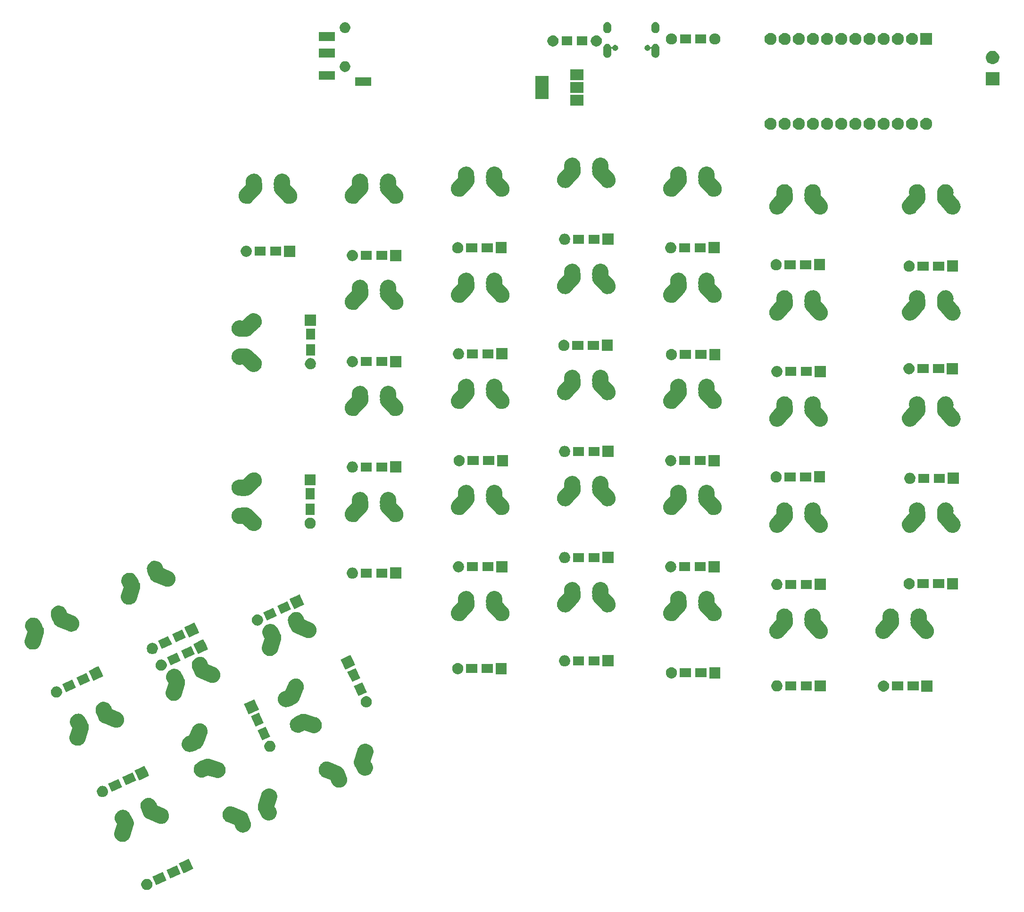
<source format=gbs>
G04 #@! TF.GenerationSoftware,KiCad,Pcbnew,(5.0.2)-1*
G04 #@! TF.CreationDate,2019-03-28T21:35:29+05:30*
G04 #@! TF.ProjectId,ErgodoxBle,4572676f-646f-4784-926c-652e6b696361,rev?*
G04 #@! TF.SameCoordinates,Original*
G04 #@! TF.FileFunction,Soldermask,Bot*
G04 #@! TF.FilePolarity,Negative*
%FSLAX46Y46*%
G04 Gerber Fmt 4.6, Leading zero omitted, Abs format (unit mm)*
G04 Created by KiCad (PCBNEW (5.0.2)-1) date 3/28/2019 9:35:29 PM*
%MOMM*%
%LPD*%
G01*
G04 APERTURE LIST*
%ADD10C,0.100000*%
G04 APERTURE END LIST*
D10*
G36*
X50831695Y-185213067D02*
X50928603Y-185232343D01*
X51004226Y-185263668D01*
X51111172Y-185307966D01*
X51275486Y-185417757D01*
X51415214Y-185557485D01*
X51525005Y-185721799D01*
X51600628Y-185904369D01*
X51639180Y-186098183D01*
X51639180Y-186295799D01*
X51600628Y-186489613D01*
X51525005Y-186672183D01*
X51415214Y-186836497D01*
X51275486Y-186976225D01*
X51111172Y-187086016D01*
X51004226Y-187130315D01*
X50928603Y-187161639D01*
X50831695Y-187180915D01*
X50734788Y-187200191D01*
X50537172Y-187200191D01*
X50440265Y-187180915D01*
X50343357Y-187161639D01*
X50267734Y-187130315D01*
X50160788Y-187086016D01*
X49996474Y-186976225D01*
X49856746Y-186836497D01*
X49746955Y-186672183D01*
X49671332Y-186489613D01*
X49632780Y-186295799D01*
X49632780Y-186098183D01*
X49671332Y-185904369D01*
X49746955Y-185721799D01*
X49856746Y-185557485D01*
X49996474Y-185417757D01*
X50160788Y-185307966D01*
X50267734Y-185263668D01*
X50343357Y-185232343D01*
X50440265Y-185213067D01*
X50537172Y-185193791D01*
X50734788Y-185193791D01*
X50831695Y-185213067D01*
X50831695Y-185213067D01*
G37*
G36*
X54150405Y-185444422D02*
X52331988Y-186292364D01*
X51653093Y-184836470D01*
X53471510Y-183988528D01*
X54150405Y-185444422D01*
X54150405Y-185444422D01*
G37*
G36*
X56688067Y-184261090D02*
X54869650Y-185109032D01*
X54190755Y-183653138D01*
X56009172Y-182805196D01*
X56688067Y-184261090D01*
X56688067Y-184261090D01*
G37*
G36*
X59038359Y-183385807D02*
X57798226Y-183964090D01*
X57219943Y-184233748D01*
X57219942Y-184233748D01*
X56372001Y-182415331D01*
X57612134Y-181837048D01*
X58190417Y-181567390D01*
X58190418Y-181567390D01*
X59038359Y-183385807D01*
X59038359Y-183385807D01*
G37*
G36*
X46684535Y-172853175D02*
X46754917Y-172866130D01*
X46823518Y-172893402D01*
X47020923Y-172971878D01*
X47261188Y-173127490D01*
X47350090Y-173213883D01*
X47466480Y-173326988D01*
X47588195Y-173503621D01*
X47938672Y-174137331D01*
X48023591Y-174334318D01*
X48033385Y-174380121D01*
X48040833Y-174403466D01*
X48051653Y-174423375D01*
X48131859Y-174543526D01*
X48241289Y-174808039D01*
X48297013Y-175088819D01*
X48296974Y-175177021D01*
X48296888Y-175375077D01*
X48254947Y-175585446D01*
X48254945Y-175585454D01*
X48254944Y-175585457D01*
X47643212Y-177598907D01*
X47643209Y-177598914D01*
X47561031Y-177797066D01*
X47508808Y-177875149D01*
X47401893Y-178035008D01*
X47199391Y-178237333D01*
X46961309Y-178396264D01*
X46696796Y-178505694D01*
X46416016Y-178561418D01*
X46130134Y-178561293D01*
X46129759Y-178561293D01*
X45849034Y-178505326D01*
X45584614Y-178395664D01*
X45346671Y-178236526D01*
X45144346Y-178034024D01*
X44985415Y-177795942D01*
X44875985Y-177531429D01*
X44820261Y-177250649D01*
X44820386Y-176964395D01*
X44820386Y-176964392D01*
X44862327Y-176754024D01*
X44890924Y-176659901D01*
X45273240Y-175401547D01*
X45278030Y-175377518D01*
X45278040Y-175353014D01*
X45273270Y-175328979D01*
X45263022Y-175304716D01*
X45044855Y-174910242D01*
X44959936Y-174713251D01*
X44957515Y-174701929D01*
X44900076Y-174433319D01*
X44896141Y-174158416D01*
X44895979Y-174147097D01*
X44895979Y-174147094D01*
X44938068Y-173918446D01*
X44947801Y-173865568D01*
X44977882Y-173789901D01*
X45053549Y-173599562D01*
X45209161Y-173359297D01*
X45337941Y-173226777D01*
X45408657Y-173154007D01*
X45644369Y-172991582D01*
X45907236Y-172878264D01*
X45985895Y-172861444D01*
X46187166Y-172818405D01*
X46462069Y-172814470D01*
X46473388Y-172814308D01*
X46473391Y-172814308D01*
X46684535Y-172853175D01*
X46684535Y-172853175D01*
G37*
G36*
X65922580Y-172224509D02*
X65984660Y-172231280D01*
X66184796Y-172294287D01*
X66189281Y-172295699D01*
X68123720Y-173120808D01*
X68124899Y-173121311D01*
X68313012Y-173224406D01*
X68424500Y-173317874D01*
X68532377Y-173408313D01*
X68711649Y-173631481D01*
X68843937Y-173885335D01*
X68884424Y-174024012D01*
X68893560Y-174046739D01*
X68905816Y-174065809D01*
X68934600Y-174102744D01*
X69030924Y-174294429D01*
X69291086Y-174970233D01*
X69348161Y-175177021D01*
X69366385Y-175426369D01*
X69369026Y-175462515D01*
X69333794Y-175746594D01*
X69243816Y-176018341D01*
X69102554Y-176267312D01*
X68915433Y-176483941D01*
X68915430Y-176483943D01*
X68689647Y-176659901D01*
X68433867Y-176788433D01*
X68234092Y-176843573D01*
X68157931Y-176864594D01*
X68110349Y-176868072D01*
X67872442Y-176885459D01*
X67872437Y-176885459D01*
X67588359Y-176850227D01*
X67316612Y-176760249D01*
X67305641Y-176754024D01*
X67298345Y-176749885D01*
X67067640Y-176618987D01*
X66851011Y-176431866D01*
X66693041Y-176229163D01*
X66675052Y-176206080D01*
X66578728Y-176014395D01*
X66416778Y-175593708D01*
X66405776Y-175571813D01*
X66390713Y-175552485D01*
X66372169Y-175536467D01*
X66349173Y-175523642D01*
X65128280Y-175002886D01*
X65048983Y-174969063D01*
X64860870Y-174865968D01*
X64698442Y-174729794D01*
X64641505Y-174682061D01*
X64462234Y-174458893D01*
X64329945Y-174205038D01*
X64249722Y-173930254D01*
X64224649Y-173645100D01*
X64255689Y-173360533D01*
X64256078Y-173359298D01*
X64288058Y-173257717D01*
X64341649Y-173087488D01*
X64367008Y-173041217D01*
X64479223Y-172836461D01*
X64606535Y-172684603D01*
X64663130Y-172617096D01*
X64886298Y-172437825D01*
X65140153Y-172305536D01*
X65414937Y-172225313D01*
X65700091Y-172200240D01*
X65922580Y-172224509D01*
X65922580Y-172224509D01*
G37*
G36*
X51276021Y-170697973D02*
X51547768Y-170787951D01*
X51796740Y-170929213D01*
X52013369Y-171116334D01*
X52069156Y-171187919D01*
X52189328Y-171342120D01*
X52285652Y-171533805D01*
X52447602Y-171954492D01*
X52458604Y-171976387D01*
X52473667Y-171995715D01*
X52492211Y-172011733D01*
X52515208Y-172024559D01*
X53815388Y-172579133D01*
X53815397Y-172579137D01*
X54003510Y-172682232D01*
X54121394Y-172781062D01*
X54222875Y-172866139D01*
X54402147Y-173089307D01*
X54534435Y-173343161D01*
X54614658Y-173617945D01*
X54639731Y-173903100D01*
X54615545Y-174124835D01*
X54608691Y-174187669D01*
X54522732Y-174460711D01*
X54385155Y-174711741D01*
X54292391Y-174822390D01*
X54201250Y-174931104D01*
X53978082Y-175110375D01*
X53724227Y-175242664D01*
X53449443Y-175322887D01*
X53164288Y-175347960D01*
X52934425Y-175322887D01*
X52879719Y-175316920D01*
X52725125Y-175268251D01*
X52675098Y-175252501D01*
X51089822Y-174576322D01*
X50739481Y-174426889D01*
X50551368Y-174323794D01*
X50388997Y-174187668D01*
X50332003Y-174139887D01*
X50152732Y-173916719D01*
X50020443Y-173662864D01*
X49979957Y-173524190D01*
X49970820Y-173501461D01*
X49958564Y-173482391D01*
X49929780Y-173445456D01*
X49833456Y-173253771D01*
X49573294Y-172577967D01*
X49516219Y-172371178D01*
X49512048Y-172314108D01*
X49495353Y-172085685D01*
X49530586Y-171801606D01*
X49620564Y-171529859D01*
X49761826Y-171280887D01*
X49948947Y-171064258D01*
X50134946Y-170919306D01*
X50174733Y-170888299D01*
X50430510Y-170759768D01*
X50706453Y-170683605D01*
X50849195Y-170673173D01*
X50991942Y-170662740D01*
X51276021Y-170697973D01*
X51276021Y-170697973D01*
G37*
G36*
X72734617Y-168986908D02*
X72804800Y-169000900D01*
X73015351Y-169042876D01*
X73278319Y-169151936D01*
X73279766Y-169152536D01*
X73517709Y-169311674D01*
X73720034Y-169514176D01*
X73878965Y-169752258D01*
X73988395Y-170016771D01*
X74044119Y-170297551D01*
X74044108Y-170321541D01*
X74043994Y-170583809D01*
X74002053Y-170794178D01*
X74002051Y-170794186D01*
X74002050Y-170794189D01*
X73591140Y-172146655D01*
X73586350Y-172170682D01*
X73586340Y-172195186D01*
X73591110Y-172219221D01*
X73601357Y-172243484D01*
X73819526Y-172637963D01*
X73904445Y-172834950D01*
X73916944Y-172893402D01*
X73964304Y-173114879D01*
X73967820Y-173360532D01*
X73968347Y-173397298D01*
X73968401Y-173401106D01*
X73916579Y-173682631D01*
X73810831Y-173948638D01*
X73770333Y-174011166D01*
X73655219Y-174188903D01*
X73455726Y-174394190D01*
X73220008Y-174556619D01*
X72957146Y-174669935D01*
X72957141Y-174669936D01*
X72677214Y-174729795D01*
X72390988Y-174733892D01*
X72109463Y-174682070D01*
X71843457Y-174576322D01*
X71603192Y-174420709D01*
X71397903Y-174221214D01*
X71397900Y-174221211D01*
X71276180Y-174044571D01*
X70925709Y-173410874D01*
X70840789Y-173213883D01*
X70830995Y-173168079D01*
X70823546Y-173144734D01*
X70812724Y-173124820D01*
X70732521Y-173004674D01*
X70623091Y-172740161D01*
X70567367Y-172459381D01*
X70567492Y-172173127D01*
X70567492Y-172173124D01*
X70609433Y-171962756D01*
X70611944Y-171954492D01*
X71221168Y-169949293D01*
X71221171Y-169949283D01*
X71303347Y-169751136D01*
X71404114Y-169600472D01*
X71462487Y-169513192D01*
X71664989Y-169310867D01*
X71903071Y-169151936D01*
X72167583Y-169042506D01*
X72448363Y-168986783D01*
X72734617Y-168986908D01*
X72734617Y-168986908D01*
G37*
G36*
X42868884Y-168517741D02*
X42965792Y-168537017D01*
X43041415Y-168568341D01*
X43148361Y-168612640D01*
X43312675Y-168722431D01*
X43452403Y-168862159D01*
X43562194Y-169026473D01*
X43568988Y-169042876D01*
X43637817Y-169209042D01*
X43676369Y-169402858D01*
X43676369Y-169600472D01*
X43646401Y-169751135D01*
X43637817Y-169794287D01*
X43562194Y-169976857D01*
X43452403Y-170141171D01*
X43312675Y-170280899D01*
X43148361Y-170390690D01*
X43041415Y-170434989D01*
X42965792Y-170466313D01*
X42868884Y-170485589D01*
X42771977Y-170504865D01*
X42574361Y-170504865D01*
X42477454Y-170485589D01*
X42380546Y-170466313D01*
X42304923Y-170434989D01*
X42197977Y-170390690D01*
X42033663Y-170280899D01*
X41893935Y-170141171D01*
X41784144Y-169976857D01*
X41708521Y-169794287D01*
X41699938Y-169751135D01*
X41669969Y-169600472D01*
X41669969Y-169402858D01*
X41708521Y-169209042D01*
X41777350Y-169042876D01*
X41784144Y-169026473D01*
X41893935Y-168862159D01*
X42033663Y-168722431D01*
X42197977Y-168612640D01*
X42304923Y-168568341D01*
X42380546Y-168537017D01*
X42477454Y-168517741D01*
X42574361Y-168498465D01*
X42771977Y-168498465D01*
X42868884Y-168517741D01*
X42868884Y-168517741D01*
G37*
G36*
X46187594Y-168749096D02*
X44369177Y-169597038D01*
X43690282Y-168141144D01*
X45508699Y-167293202D01*
X46187594Y-168749096D01*
X46187594Y-168749096D01*
G37*
G36*
X83189500Y-164175249D02*
X83251580Y-164182020D01*
X83456195Y-164246437D01*
X83456201Y-164246439D01*
X85391090Y-165071740D01*
X85391819Y-165072051D01*
X85579932Y-165175146D01*
X85697816Y-165273976D01*
X85799297Y-165359053D01*
X85978569Y-165582221D01*
X86110857Y-165836075D01*
X86151344Y-165974752D01*
X86160480Y-165997479D01*
X86172736Y-166016549D01*
X86201520Y-166053484D01*
X86297844Y-166245169D01*
X86558006Y-166920973D01*
X86615081Y-167127761D01*
X86628788Y-167315304D01*
X86635946Y-167413255D01*
X86600714Y-167697334D01*
X86510736Y-167969081D01*
X86369474Y-168218052D01*
X86182353Y-168434681D01*
X86182350Y-168434683D01*
X85956567Y-168610641D01*
X85700787Y-168739173D01*
X85501012Y-168794313D01*
X85424851Y-168815334D01*
X85377269Y-168818812D01*
X85139362Y-168836199D01*
X85139357Y-168836199D01*
X84855279Y-168800967D01*
X84583532Y-168710989D01*
X84334560Y-168569727D01*
X84117931Y-168382606D01*
X83989690Y-168218050D01*
X83941972Y-168156820D01*
X83845648Y-167965135D01*
X83683698Y-167544448D01*
X83672696Y-167522553D01*
X83657633Y-167503225D01*
X83639089Y-167487207D01*
X83616093Y-167474382D01*
X82553862Y-167021301D01*
X82315903Y-166919803D01*
X82127790Y-166816708D01*
X81977227Y-166690481D01*
X81908425Y-166632801D01*
X81729154Y-166409633D01*
X81596865Y-166155778D01*
X81516642Y-165880994D01*
X81491569Y-165595840D01*
X81522609Y-165311273D01*
X81608569Y-165038228D01*
X81665762Y-164933871D01*
X81746143Y-164787201D01*
X81901179Y-164602274D01*
X81930050Y-164567836D01*
X82153218Y-164388565D01*
X82407073Y-164256276D01*
X82681857Y-164176053D01*
X82967011Y-164150980D01*
X83189500Y-164175249D01*
X83189500Y-164175249D01*
G37*
G36*
X48725256Y-167565764D02*
X46906839Y-168413706D01*
X46227944Y-166957812D01*
X48046361Y-166109870D01*
X48725256Y-167565764D01*
X48725256Y-167565764D01*
G37*
G36*
X50757353Y-166008110D02*
X51072821Y-166684631D01*
X51075548Y-166690481D01*
X49858651Y-167257929D01*
X49257132Y-167538422D01*
X49257131Y-167538422D01*
X48652238Y-166241223D01*
X48409190Y-165720006D01*
X48409190Y-165720005D01*
X49698439Y-165118819D01*
X50227606Y-164872064D01*
X50227607Y-164872064D01*
X50757353Y-166008110D01*
X50757353Y-166008110D01*
G37*
G36*
X61613181Y-163620392D02*
X61613556Y-163620392D01*
X61823924Y-163662333D01*
X61823932Y-163662335D01*
X61823935Y-163662336D01*
X63392614Y-164138936D01*
X63837397Y-164274071D01*
X64035544Y-164356247D01*
X64154229Y-164435626D01*
X64273488Y-164515387D01*
X64475813Y-164717889D01*
X64634744Y-164955971D01*
X64744174Y-165220483D01*
X64799897Y-165501263D01*
X64799772Y-165787517D01*
X64791761Y-165827698D01*
X64743804Y-166068251D01*
X64658926Y-166272911D01*
X64634144Y-166332666D01*
X64475006Y-166570609D01*
X64272504Y-166772934D01*
X64034422Y-166931865D01*
X63769909Y-167041295D01*
X63489129Y-167097019D01*
X63346125Y-167096956D01*
X63202871Y-167096894D01*
X62992502Y-167054953D01*
X62992494Y-167054951D01*
X62992491Y-167054950D01*
X61640025Y-166644040D01*
X61615998Y-166639250D01*
X61591494Y-166639240D01*
X61567459Y-166644010D01*
X61543196Y-166654258D01*
X61148722Y-166872425D01*
X60951731Y-166957344D01*
X60951726Y-166957345D01*
X60671799Y-167017204D01*
X60396896Y-167021139D01*
X60385577Y-167021301D01*
X60385574Y-167021301D01*
X60174430Y-166982435D01*
X60104048Y-166969479D01*
X60009429Y-166931864D01*
X59838042Y-166863731D01*
X59597777Y-166708119D01*
X59392487Y-166508623D01*
X59230062Y-166272911D01*
X59116744Y-166010044D01*
X59096883Y-165917164D01*
X59056885Y-165730114D01*
X59052950Y-165455211D01*
X59052788Y-165443892D01*
X59052788Y-165443889D01*
X59098879Y-165193496D01*
X59104610Y-165162363D01*
X59140513Y-165072051D01*
X59210358Y-164896357D01*
X59365970Y-164656092D01*
X59474049Y-164544875D01*
X59565468Y-164450800D01*
X59742101Y-164329085D01*
X60375811Y-163978608D01*
X60572798Y-163893689D01*
X60618601Y-163883895D01*
X60641946Y-163876447D01*
X60661855Y-163865627D01*
X60782006Y-163785421D01*
X61046519Y-163675991D01*
X61327299Y-163620267D01*
X61613181Y-163620392D01*
X61613181Y-163620392D01*
G37*
G36*
X90001537Y-160937648D02*
X90071720Y-160951640D01*
X90282271Y-160993616D01*
X90476560Y-161074193D01*
X90546686Y-161103276D01*
X90784629Y-161262414D01*
X90986954Y-161464916D01*
X91145885Y-161702998D01*
X91255315Y-161967511D01*
X91311039Y-162248291D01*
X91310997Y-162343985D01*
X91310914Y-162534549D01*
X91268973Y-162744918D01*
X91268971Y-162744926D01*
X91268970Y-162744929D01*
X90858060Y-164097395D01*
X90853270Y-164121422D01*
X90853260Y-164145926D01*
X90858030Y-164169961D01*
X90868277Y-164194224D01*
X91086446Y-164588703D01*
X91171365Y-164785690D01*
X91182455Y-164837554D01*
X91231224Y-165065619D01*
X91234009Y-165260176D01*
X91235267Y-165348038D01*
X91235321Y-165351846D01*
X91183499Y-165633371D01*
X91077751Y-165899378D01*
X91041935Y-165954677D01*
X90922139Y-166139643D01*
X90722646Y-166344930D01*
X90486928Y-166507359D01*
X90224066Y-166620675D01*
X90224061Y-166620676D01*
X89944134Y-166680535D01*
X89657908Y-166684632D01*
X89376383Y-166632810D01*
X89110377Y-166527062D01*
X88870112Y-166371449D01*
X88664823Y-166171954D01*
X88664820Y-166171951D01*
X88543100Y-165995311D01*
X88192629Y-165361614D01*
X88107709Y-165164623D01*
X88097915Y-165118819D01*
X88090466Y-165095474D01*
X88079644Y-165075560D01*
X87999441Y-164955414D01*
X87890011Y-164690901D01*
X87834287Y-164410121D01*
X87834412Y-164123867D01*
X87834412Y-164123864D01*
X87876353Y-163913496D01*
X87882371Y-163893689D01*
X88488088Y-161900033D01*
X88488091Y-161900023D01*
X88570267Y-161701876D01*
X88691716Y-161520288D01*
X88729407Y-161463932D01*
X88931909Y-161261607D01*
X89169991Y-161102676D01*
X89434503Y-160993246D01*
X89715283Y-160937523D01*
X90001537Y-160937648D01*
X90001537Y-160937648D01*
G37*
G36*
X60371462Y-157302624D02*
X60426149Y-157308589D01*
X60699191Y-157394548D01*
X60950221Y-157532125D01*
X61047206Y-157613434D01*
X61169584Y-157716030D01*
X61319678Y-157902877D01*
X61348855Y-157939198D01*
X61425406Y-158086094D01*
X61481144Y-158193053D01*
X61561367Y-158467837D01*
X61586440Y-158752992D01*
X61563168Y-158966340D01*
X61555400Y-159037561D01*
X61539313Y-159088659D01*
X61490981Y-159242182D01*
X61002575Y-160387231D01*
X60665369Y-161177799D01*
X60562274Y-161365912D01*
X60458881Y-161489239D01*
X60378367Y-161585277D01*
X60155199Y-161764548D01*
X59901344Y-161896837D01*
X59762670Y-161937323D01*
X59739941Y-161946460D01*
X59720871Y-161958716D01*
X59683936Y-161987500D01*
X59492251Y-162083824D01*
X58816447Y-162343986D01*
X58609658Y-162401061D01*
X58324165Y-162421927D01*
X58040086Y-162386694D01*
X57768339Y-162296716D01*
X57519367Y-162155454D01*
X57302738Y-161968333D01*
X57143925Y-161764548D01*
X57126779Y-161742547D01*
X56998248Y-161486770D01*
X56922085Y-161210827D01*
X56911653Y-161068085D01*
X56901220Y-160925338D01*
X56936453Y-160641259D01*
X57026431Y-160369512D01*
X57167693Y-160120540D01*
X57354814Y-159903911D01*
X57556006Y-159747119D01*
X57580600Y-159727952D01*
X57772285Y-159631628D01*
X58192972Y-159469678D01*
X58214867Y-159458676D01*
X58234195Y-159443613D01*
X58250213Y-159425069D01*
X58263039Y-159402072D01*
X58817613Y-158101892D01*
X58817614Y-158101891D01*
X58817617Y-158101883D01*
X58920712Y-157913770D01*
X59069986Y-157735716D01*
X59104619Y-157694405D01*
X59327787Y-157515133D01*
X59581641Y-157382845D01*
X59856425Y-157302622D01*
X60141580Y-157277549D01*
X60371462Y-157302624D01*
X60371462Y-157302624D01*
G37*
G36*
X72902391Y-160402332D02*
X73020288Y-160425783D01*
X73095911Y-160457107D01*
X73202857Y-160501406D01*
X73367171Y-160611197D01*
X73506899Y-160750925D01*
X73616690Y-160915239D01*
X73649002Y-160993247D01*
X73692313Y-161097808D01*
X73730865Y-161291624D01*
X73730865Y-161489238D01*
X73692313Y-161683054D01*
X73665595Y-161747557D01*
X73616690Y-161865623D01*
X73506899Y-162029937D01*
X73367171Y-162169665D01*
X73202857Y-162279456D01*
X73095911Y-162323755D01*
X73020288Y-162355079D01*
X72923380Y-162374355D01*
X72826473Y-162393631D01*
X72628857Y-162393631D01*
X72531950Y-162374355D01*
X72435042Y-162355079D01*
X72359419Y-162323755D01*
X72252473Y-162279456D01*
X72088159Y-162169665D01*
X71948431Y-162029937D01*
X71838640Y-161865623D01*
X71789735Y-161747557D01*
X71763017Y-161683054D01*
X71724465Y-161489238D01*
X71724465Y-161291624D01*
X71763017Y-161097808D01*
X71806328Y-160993247D01*
X71838640Y-160915239D01*
X71948431Y-160750925D01*
X72088159Y-160611197D01*
X72252473Y-160501406D01*
X72359419Y-160457107D01*
X72435042Y-160425783D01*
X72552939Y-160402332D01*
X72628857Y-160387231D01*
X72826473Y-160387231D01*
X72902391Y-160402332D01*
X72902391Y-160402332D01*
G37*
G36*
X38632735Y-155586255D02*
X38703117Y-155599210D01*
X38765955Y-155624191D01*
X38969123Y-155704958D01*
X39209388Y-155860570D01*
X39286497Y-155935503D01*
X39414680Y-156060068D01*
X39536395Y-156236701D01*
X39886872Y-156870411D01*
X39971791Y-157067398D01*
X39981585Y-157113201D01*
X39989033Y-157136546D01*
X39999853Y-157156455D01*
X40080059Y-157276606D01*
X40189489Y-157541119D01*
X40245213Y-157821899D01*
X40245172Y-157915079D01*
X40245088Y-158108157D01*
X40203147Y-158318526D01*
X40203145Y-158318534D01*
X40203144Y-158318537D01*
X39591412Y-160331987D01*
X39591409Y-160331994D01*
X39509231Y-160530146D01*
X39457008Y-160608229D01*
X39350093Y-160768088D01*
X39147591Y-160970413D01*
X38909509Y-161129344D01*
X38644996Y-161238774D01*
X38364216Y-161294498D01*
X38078334Y-161294373D01*
X38077959Y-161294373D01*
X37797234Y-161238406D01*
X37532814Y-161128744D01*
X37294871Y-160969606D01*
X37092546Y-160767104D01*
X36933615Y-160529022D01*
X36824185Y-160264509D01*
X36768461Y-159983729D01*
X36768586Y-159697475D01*
X36768586Y-159697472D01*
X36810527Y-159487104D01*
X36823741Y-159443613D01*
X37221440Y-158134627D01*
X37226230Y-158110598D01*
X37226240Y-158086094D01*
X37221470Y-158062059D01*
X37211222Y-158037796D01*
X36993055Y-157643322D01*
X36908136Y-157446331D01*
X36897063Y-157394548D01*
X36848276Y-157166399D01*
X36844341Y-156891496D01*
X36844179Y-156880177D01*
X36844179Y-156880174D01*
X36886268Y-156651526D01*
X36896001Y-156598648D01*
X36930793Y-156511131D01*
X37001749Y-156332642D01*
X37157361Y-156092377D01*
X37290413Y-155955461D01*
X37356857Y-155887087D01*
X37592569Y-155724662D01*
X37855436Y-155611344D01*
X37934095Y-155594524D01*
X38135366Y-155551485D01*
X38410269Y-155547550D01*
X38421588Y-155547388D01*
X38421591Y-155547388D01*
X38632735Y-155586255D01*
X38632735Y-155586255D01*
G37*
G36*
X72823038Y-159694423D02*
X71367144Y-160373318D01*
X70519202Y-158554901D01*
X71975096Y-157876006D01*
X72823038Y-159694423D01*
X72823038Y-159694423D01*
G37*
G36*
X78877561Y-155568592D02*
X78877936Y-155568592D01*
X79088304Y-155610533D01*
X79088312Y-155610535D01*
X79088315Y-155610536D01*
X80899383Y-156160779D01*
X81101777Y-156222271D01*
X81299924Y-156304447D01*
X81379159Y-156357441D01*
X81537868Y-156463587D01*
X81740193Y-156666089D01*
X81899124Y-156904171D01*
X82008554Y-157168683D01*
X82063355Y-157444819D01*
X82064277Y-157449463D01*
X82064152Y-157735716D01*
X82008184Y-158016451D01*
X81923306Y-158221111D01*
X81898524Y-158280866D01*
X81739386Y-158518809D01*
X81536884Y-158721134D01*
X81298802Y-158880065D01*
X81034289Y-158989495D01*
X80753509Y-159045219D01*
X80610505Y-159045156D01*
X80467251Y-159045094D01*
X80256882Y-159003153D01*
X80256874Y-159003151D01*
X80256871Y-159003150D01*
X78904405Y-158592240D01*
X78880378Y-158587450D01*
X78855874Y-158587440D01*
X78831839Y-158592210D01*
X78807576Y-158602458D01*
X78413102Y-158820625D01*
X78216111Y-158905544D01*
X78216106Y-158905545D01*
X77936179Y-158965404D01*
X77661276Y-158969339D01*
X77649957Y-158969501D01*
X77649954Y-158969501D01*
X77438810Y-158930634D01*
X77368428Y-158917679D01*
X77273809Y-158880064D01*
X77102422Y-158811931D01*
X76862157Y-158656319D01*
X76736619Y-158534324D01*
X76656867Y-158456823D01*
X76494442Y-158221111D01*
X76381124Y-157958244D01*
X76357099Y-157845890D01*
X76321265Y-157678314D01*
X76317330Y-157403411D01*
X76317168Y-157392092D01*
X76317168Y-157392089D01*
X76360541Y-157156465D01*
X76368990Y-157110563D01*
X76424137Y-156971844D01*
X76474738Y-156844557D01*
X76630350Y-156604292D01*
X76733082Y-156498577D01*
X76829848Y-156399000D01*
X77006481Y-156277285D01*
X77640191Y-155926808D01*
X77837178Y-155841889D01*
X77882981Y-155832095D01*
X77906326Y-155824647D01*
X77926235Y-155813827D01*
X78046386Y-155733621D01*
X78310899Y-155624191D01*
X78591679Y-155568467D01*
X78877561Y-155568592D01*
X78877561Y-155568592D01*
G37*
G36*
X43224221Y-153431053D02*
X43495968Y-153521031D01*
X43744940Y-153662293D01*
X43961569Y-153849414D01*
X44060703Y-153976621D01*
X44137528Y-154075200D01*
X44233852Y-154266885D01*
X44395802Y-154687572D01*
X44406804Y-154709467D01*
X44421867Y-154728795D01*
X44440411Y-154744813D01*
X44463408Y-154757639D01*
X45763588Y-155312213D01*
X45763597Y-155312217D01*
X45951710Y-155415312D01*
X46069594Y-155514142D01*
X46171075Y-155599219D01*
X46350347Y-155822387D01*
X46482635Y-156076241D01*
X46562858Y-156351025D01*
X46587931Y-156636180D01*
X46565202Y-156844557D01*
X46556891Y-156920749D01*
X46470932Y-157193791D01*
X46333355Y-157444821D01*
X46252622Y-157541119D01*
X46149450Y-157664184D01*
X45935992Y-157835655D01*
X45926282Y-157843455D01*
X45706009Y-157958244D01*
X45672427Y-157975744D01*
X45397643Y-158055967D01*
X45112488Y-158081040D01*
X44882625Y-158055967D01*
X44827919Y-158050000D01*
X44669185Y-158000027D01*
X44623298Y-157985581D01*
X42963346Y-157277550D01*
X42687681Y-157159969D01*
X42499568Y-157056874D01*
X42337197Y-156920748D01*
X42280203Y-156872967D01*
X42100932Y-156649799D01*
X41968643Y-156395944D01*
X41928157Y-156257270D01*
X41919020Y-156234541D01*
X41906764Y-156215471D01*
X41877980Y-156178536D01*
X41781656Y-155986851D01*
X41521494Y-155311047D01*
X41464419Y-155104258D01*
X41458799Y-155027367D01*
X41443553Y-154818765D01*
X41478786Y-154534686D01*
X41568764Y-154262939D01*
X41710026Y-154013967D01*
X41897147Y-153797338D01*
X42089870Y-153647146D01*
X42122933Y-153621379D01*
X42378710Y-153492848D01*
X42654653Y-153416685D01*
X42797396Y-153406253D01*
X42940142Y-153395820D01*
X43224221Y-153431053D01*
X43224221Y-153431053D01*
G37*
G36*
X71639706Y-157156761D02*
X70183812Y-157835656D01*
X69335870Y-156017239D01*
X70791764Y-155338344D01*
X71639706Y-157156761D01*
X71639706Y-157156761D01*
G37*
G36*
X70419752Y-154067321D02*
X70735672Y-154744813D01*
X70764422Y-154806469D01*
X69679841Y-155312217D01*
X68946006Y-155654410D01*
X68946005Y-155654410D01*
X68310790Y-154292185D01*
X68098064Y-153835994D01*
X68098064Y-153835993D01*
X69549815Y-153159031D01*
X69916480Y-152988052D01*
X69916481Y-152988052D01*
X70419752Y-154067321D01*
X70419752Y-154067321D01*
G37*
G36*
X90235926Y-152410676D02*
X90332834Y-152429952D01*
X90388044Y-152452821D01*
X90515403Y-152505575D01*
X90679717Y-152615366D01*
X90819445Y-152755094D01*
X90929236Y-152919408D01*
X90957669Y-152988052D01*
X90984346Y-153052454D01*
X91004859Y-153101978D01*
X91043411Y-153295792D01*
X91043411Y-153493408D01*
X91004859Y-153687222D01*
X90929236Y-153869792D01*
X90819445Y-154034106D01*
X90679717Y-154173834D01*
X90515403Y-154283625D01*
X90408457Y-154327924D01*
X90332834Y-154359248D01*
X90278146Y-154370126D01*
X90139019Y-154397800D01*
X89941403Y-154397800D01*
X89802276Y-154370126D01*
X89747588Y-154359248D01*
X89671965Y-154327924D01*
X89565019Y-154283625D01*
X89400705Y-154173834D01*
X89260977Y-154034106D01*
X89151186Y-153869792D01*
X89075563Y-153687222D01*
X89037011Y-153493408D01*
X89037011Y-153295792D01*
X89075563Y-153101978D01*
X89096077Y-153052454D01*
X89122753Y-152988052D01*
X89151186Y-152919408D01*
X89260977Y-152755094D01*
X89400705Y-152615366D01*
X89565019Y-152505575D01*
X89692378Y-152452821D01*
X89747588Y-152429952D01*
X89844496Y-152410676D01*
X89941403Y-152391400D01*
X90139019Y-152391400D01*
X90235926Y-152410676D01*
X90235926Y-152410676D01*
G37*
G36*
X77635842Y-149250824D02*
X77690529Y-149256789D01*
X77963571Y-149342748D01*
X78214601Y-149480325D01*
X78314616Y-149564174D01*
X78433964Y-149664230D01*
X78613235Y-149887398D01*
X78745524Y-150141253D01*
X78825747Y-150416037D01*
X78850820Y-150701192D01*
X78832924Y-150865258D01*
X78819780Y-150985761D01*
X78778043Y-151118335D01*
X78755361Y-151190382D01*
X78194382Y-152505576D01*
X77929749Y-153125999D01*
X77826654Y-153314112D01*
X77725331Y-153434970D01*
X77642747Y-153533477D01*
X77419579Y-153712748D01*
X77165724Y-153845037D01*
X77027050Y-153885523D01*
X77004321Y-153894660D01*
X76985251Y-153906916D01*
X76948316Y-153935700D01*
X76756631Y-154032024D01*
X76080827Y-154292186D01*
X75926098Y-154334892D01*
X75874038Y-154349261D01*
X75588545Y-154370127D01*
X75304466Y-154334894D01*
X75032719Y-154244916D01*
X74783747Y-154103654D01*
X74567118Y-153916533D01*
X74397298Y-153698624D01*
X74391159Y-153690747D01*
X74262628Y-153434970D01*
X74186465Y-153159027D01*
X74171111Y-152948936D01*
X74165600Y-152873538D01*
X74200833Y-152589459D01*
X74290811Y-152317712D01*
X74432073Y-152068740D01*
X74619194Y-151852111D01*
X74820386Y-151695319D01*
X74844980Y-151676152D01*
X75036665Y-151579828D01*
X75457352Y-151417878D01*
X75479247Y-151406876D01*
X75498575Y-151391813D01*
X75514593Y-151373269D01*
X75527419Y-151350272D01*
X76081993Y-150050092D01*
X76081994Y-150050091D01*
X76081997Y-150050083D01*
X76185092Y-149861970D01*
X76296917Y-149728585D01*
X76368999Y-149642605D01*
X76592167Y-149463333D01*
X76846021Y-149331045D01*
X77120805Y-149250822D01*
X77405960Y-149225749D01*
X77635842Y-149250824D01*
X77635842Y-149250824D01*
G37*
G36*
X55899655Y-147536995D02*
X55970037Y-147549950D01*
X56045704Y-147580031D01*
X56236043Y-147655698D01*
X56476308Y-147811310D01*
X56539365Y-147872588D01*
X56681600Y-148010808D01*
X56803315Y-148187441D01*
X57153792Y-148821151D01*
X57238711Y-149018138D01*
X57248505Y-149063941D01*
X57255953Y-149087286D01*
X57266773Y-149107195D01*
X57346979Y-149227346D01*
X57456409Y-149491859D01*
X57512133Y-149772639D01*
X57512082Y-149887398D01*
X57512008Y-150058897D01*
X57470067Y-150269266D01*
X57470065Y-150269274D01*
X57470064Y-150269277D01*
X56858332Y-152282727D01*
X56858329Y-152282734D01*
X56776151Y-152480886D01*
X56747158Y-152524236D01*
X56617013Y-152718828D01*
X56414511Y-152921153D01*
X56176429Y-153080084D01*
X55911916Y-153189514D01*
X55631136Y-153245238D01*
X55345254Y-153245113D01*
X55344879Y-153245113D01*
X55064154Y-153189146D01*
X54799734Y-153079484D01*
X54561791Y-152920346D01*
X54359466Y-152717844D01*
X54200535Y-152479762D01*
X54091105Y-152215249D01*
X54035381Y-151934469D01*
X54035506Y-151648215D01*
X54035506Y-151648212D01*
X54077447Y-151437844D01*
X54081677Y-151423922D01*
X54488360Y-150085367D01*
X54493150Y-150061338D01*
X54493160Y-150036834D01*
X54488390Y-150012799D01*
X54478142Y-149988536D01*
X54259975Y-149594062D01*
X54175056Y-149397071D01*
X54172635Y-149385749D01*
X54115196Y-149117139D01*
X54111261Y-148842236D01*
X54111099Y-148830917D01*
X54111099Y-148830914D01*
X54153188Y-148602266D01*
X54162921Y-148549388D01*
X54197713Y-148461871D01*
X54268669Y-148283382D01*
X54424281Y-148043117D01*
X54541793Y-147922193D01*
X54623777Y-147837827D01*
X54859489Y-147675402D01*
X55122356Y-147562084D01*
X55201015Y-147545264D01*
X55402286Y-147502225D01*
X55677189Y-147498290D01*
X55688508Y-147498128D01*
X55688511Y-147498128D01*
X55899655Y-147536995D01*
X55899655Y-147536995D01*
G37*
G36*
X34634115Y-150651287D02*
X34731023Y-150670563D01*
X34772607Y-150687788D01*
X34913592Y-150746186D01*
X35077906Y-150855977D01*
X35217634Y-150995705D01*
X35327425Y-151160019D01*
X35345264Y-151203086D01*
X35403048Y-151342588D01*
X35418024Y-151417878D01*
X35441600Y-151536403D01*
X35441600Y-151734019D01*
X35437745Y-151753397D01*
X35403048Y-151927834D01*
X35383191Y-151975772D01*
X35327425Y-152110403D01*
X35217634Y-152274717D01*
X35077906Y-152414445D01*
X34913592Y-152524236D01*
X34829739Y-152558969D01*
X34731023Y-152599859D01*
X34686631Y-152608689D01*
X34537208Y-152638411D01*
X34339592Y-152638411D01*
X34190169Y-152608689D01*
X34145777Y-152599859D01*
X34047061Y-152558969D01*
X33963208Y-152524236D01*
X33798894Y-152414445D01*
X33659166Y-152274717D01*
X33549375Y-152110403D01*
X33493609Y-151975772D01*
X33473752Y-151927834D01*
X33439055Y-151753397D01*
X33435200Y-151734019D01*
X33435200Y-151536403D01*
X33458776Y-151417878D01*
X33473752Y-151342588D01*
X33531536Y-151203086D01*
X33549375Y-151160019D01*
X33659166Y-150995705D01*
X33798894Y-150855977D01*
X33963208Y-150746186D01*
X34104193Y-150687788D01*
X34145777Y-150670563D01*
X34242685Y-150651287D01*
X34339592Y-150632011D01*
X34537208Y-150632011D01*
X34634115Y-150651287D01*
X34634115Y-150651287D01*
G37*
G36*
X90135584Y-151698592D02*
X88679690Y-152377487D01*
X87831748Y-150559070D01*
X89287642Y-149880175D01*
X90135584Y-151698592D01*
X90135584Y-151698592D01*
G37*
G36*
X37952825Y-150882642D02*
X36134408Y-151730584D01*
X35455513Y-150274690D01*
X37273930Y-149426748D01*
X37952825Y-150882642D01*
X37952825Y-150882642D01*
G37*
G36*
X191687180Y-151592180D02*
X189680780Y-151592180D01*
X189680780Y-149585780D01*
X191687180Y-149585780D01*
X191687180Y-151592180D01*
X191687180Y-151592180D01*
G37*
G36*
X183079695Y-149605056D02*
X183176603Y-149624332D01*
X183209322Y-149637885D01*
X183359172Y-149699955D01*
X183523486Y-149809746D01*
X183663214Y-149949474D01*
X183773005Y-150113788D01*
X183848628Y-150296358D01*
X183882128Y-150464772D01*
X183887180Y-150490173D01*
X183887180Y-150687787D01*
X183848628Y-150881603D01*
X183835630Y-150912983D01*
X183773005Y-151064172D01*
X183663214Y-151228486D01*
X183523486Y-151368214D01*
X183359172Y-151478005D01*
X183252226Y-151522304D01*
X183176603Y-151553628D01*
X183079695Y-151572904D01*
X182982788Y-151592180D01*
X182785172Y-151592180D01*
X182688265Y-151572904D01*
X182591357Y-151553628D01*
X182515734Y-151522304D01*
X182408788Y-151478005D01*
X182244474Y-151368214D01*
X182104746Y-151228486D01*
X181994955Y-151064172D01*
X181932330Y-150912983D01*
X181919332Y-150881603D01*
X181880780Y-150687787D01*
X181880780Y-150490173D01*
X181885833Y-150464772D01*
X181919332Y-150296358D01*
X181994955Y-150113788D01*
X182104746Y-149949474D01*
X182244474Y-149809746D01*
X182408788Y-149699955D01*
X182558638Y-149637885D01*
X182591357Y-149624332D01*
X182688265Y-149605056D01*
X182785172Y-149585780D01*
X182982788Y-149585780D01*
X183079695Y-149605056D01*
X183079695Y-149605056D01*
G37*
G36*
X163935715Y-149579656D02*
X164032623Y-149598932D01*
X164082606Y-149619636D01*
X164215192Y-149674555D01*
X164379506Y-149784346D01*
X164519234Y-149924074D01*
X164629025Y-150088388D01*
X164673324Y-150195334D01*
X164704648Y-150270957D01*
X164717374Y-150334937D01*
X164743200Y-150464772D01*
X164743200Y-150662388D01*
X164735481Y-150701192D01*
X164704648Y-150856203D01*
X164673323Y-150931826D01*
X164629025Y-151038772D01*
X164519234Y-151203086D01*
X164379506Y-151342814D01*
X164215192Y-151452605D01*
X164108246Y-151496904D01*
X164032623Y-151528228D01*
X163950661Y-151544531D01*
X163838808Y-151566780D01*
X163641192Y-151566780D01*
X163529339Y-151544531D01*
X163447377Y-151528228D01*
X163371754Y-151496904D01*
X163264808Y-151452605D01*
X163100494Y-151342814D01*
X162960766Y-151203086D01*
X162850975Y-151038772D01*
X162806676Y-150931826D01*
X162775352Y-150856203D01*
X162744519Y-150701192D01*
X162736800Y-150662388D01*
X162736800Y-150464772D01*
X162762626Y-150334937D01*
X162775352Y-150270957D01*
X162806676Y-150195334D01*
X162850975Y-150088388D01*
X162960766Y-149924074D01*
X163100494Y-149784346D01*
X163264808Y-149674555D01*
X163397394Y-149619636D01*
X163447377Y-149598932D01*
X163544285Y-149579656D01*
X163641192Y-149560380D01*
X163838808Y-149560380D01*
X163935715Y-149579656D01*
X163935715Y-149579656D01*
G37*
G36*
X172543200Y-151566780D02*
X170536800Y-151566780D01*
X170536800Y-149560380D01*
X172543200Y-149560380D01*
X172543200Y-151566780D01*
X172543200Y-151566780D01*
G37*
G36*
X186387180Y-151392180D02*
X184380780Y-151392180D01*
X184380780Y-149785780D01*
X186387180Y-149785780D01*
X186387180Y-151392180D01*
X186387180Y-151392180D01*
G37*
G36*
X189187180Y-151392180D02*
X187180780Y-151392180D01*
X187180780Y-149785780D01*
X189187180Y-149785780D01*
X189187180Y-151392180D01*
X189187180Y-151392180D01*
G37*
G36*
X167243200Y-151366780D02*
X165236800Y-151366780D01*
X165236800Y-149760380D01*
X167243200Y-149760380D01*
X167243200Y-151366780D01*
X167243200Y-151366780D01*
G37*
G36*
X170043200Y-151366780D02*
X168036800Y-151366780D01*
X168036800Y-149760380D01*
X170043200Y-149760380D01*
X170043200Y-151366780D01*
X170043200Y-151366780D01*
G37*
G36*
X40490487Y-149699310D02*
X38672070Y-150547252D01*
X37993175Y-149091358D01*
X39811592Y-148243416D01*
X40490487Y-149699310D01*
X40490487Y-149699310D01*
G37*
G36*
X60491141Y-145381793D02*
X60762888Y-145471771D01*
X61011860Y-145613033D01*
X61228489Y-145800154D01*
X61346195Y-145951192D01*
X61404448Y-146025940D01*
X61500772Y-146217625D01*
X61662722Y-146638312D01*
X61673724Y-146660207D01*
X61688787Y-146679535D01*
X61707331Y-146695553D01*
X61730328Y-146708379D01*
X63030508Y-147262953D01*
X63030517Y-147262957D01*
X63218630Y-147366052D01*
X63336514Y-147464882D01*
X63437995Y-147549959D01*
X63617267Y-147773127D01*
X63749555Y-148026981D01*
X63829778Y-148301765D01*
X63854851Y-148586920D01*
X63830665Y-148808655D01*
X63823811Y-148871489D01*
X63737852Y-149144531D01*
X63600275Y-149395561D01*
X63527222Y-149482698D01*
X63416370Y-149614924D01*
X63193202Y-149794195D01*
X62939347Y-149926484D01*
X62664563Y-150006707D01*
X62379408Y-150031780D01*
X62149545Y-150006707D01*
X62094839Y-150000740D01*
X61931998Y-149949474D01*
X61890218Y-149936321D01*
X60283091Y-149250822D01*
X59954601Y-149110709D01*
X59766488Y-149007614D01*
X59604117Y-148871488D01*
X59547123Y-148823707D01*
X59367852Y-148600539D01*
X59235563Y-148346684D01*
X59195077Y-148208010D01*
X59185940Y-148185281D01*
X59173684Y-148166211D01*
X59144900Y-148129276D01*
X59048576Y-147937591D01*
X58788414Y-147261787D01*
X58731339Y-147054998D01*
X58722863Y-146939024D01*
X58710473Y-146769505D01*
X58745706Y-146485426D01*
X58835684Y-146213679D01*
X58976946Y-145964707D01*
X59164067Y-145748078D01*
X59386403Y-145574808D01*
X59389853Y-145572119D01*
X59645630Y-145443588D01*
X59921573Y-145367425D01*
X60064315Y-145356993D01*
X60207062Y-145346560D01*
X60491141Y-145381793D01*
X60491141Y-145381793D01*
G37*
G36*
X88952252Y-149160930D02*
X87496358Y-149839825D01*
X86648416Y-148021408D01*
X88104310Y-147342513D01*
X88952252Y-149160930D01*
X88952252Y-149160930D01*
G37*
G36*
X42553529Y-148208017D02*
X42840630Y-148823706D01*
X42840779Y-148824027D01*
X41912717Y-149256789D01*
X41022363Y-149671968D01*
X41022362Y-149671968D01*
X40348206Y-148226234D01*
X40174421Y-147853552D01*
X40174421Y-147853551D01*
X41667565Y-147157287D01*
X41992837Y-147005610D01*
X41992838Y-147005610D01*
X42553529Y-148208017D01*
X42553529Y-148208017D01*
G37*
G36*
X145012715Y-147225076D02*
X145109623Y-147244352D01*
X145185246Y-147275676D01*
X145292192Y-147319975D01*
X145456506Y-147429766D01*
X145596234Y-147569494D01*
X145706025Y-147733808D01*
X145750324Y-147840754D01*
X145781648Y-147916377D01*
X145790979Y-147963288D01*
X145820200Y-148110192D01*
X145820200Y-148307808D01*
X145807437Y-148371972D01*
X145781648Y-148501623D01*
X145774879Y-148517964D01*
X145706025Y-148684192D01*
X145596234Y-148848506D01*
X145456506Y-148988234D01*
X145292192Y-149098025D01*
X145187109Y-149141552D01*
X145109623Y-149173648D01*
X145012715Y-149192924D01*
X144915808Y-149212200D01*
X144718192Y-149212200D01*
X144621285Y-149192924D01*
X144524377Y-149173648D01*
X144446891Y-149141552D01*
X144341808Y-149098025D01*
X144177494Y-148988234D01*
X144037766Y-148848506D01*
X143927975Y-148684192D01*
X143859121Y-148517964D01*
X143852352Y-148501623D01*
X143826563Y-148371972D01*
X143813800Y-148307808D01*
X143813800Y-148110192D01*
X143843021Y-147963288D01*
X143852352Y-147916377D01*
X143883676Y-147840754D01*
X143927975Y-147733808D01*
X144037766Y-147569494D01*
X144177494Y-147429766D01*
X144341808Y-147319975D01*
X144448754Y-147275676D01*
X144524377Y-147244352D01*
X144621285Y-147225076D01*
X144718192Y-147205800D01*
X144915808Y-147205800D01*
X145012715Y-147225076D01*
X145012715Y-147225076D01*
G37*
G36*
X153620200Y-149212200D02*
X151613800Y-149212200D01*
X151613800Y-147205800D01*
X153620200Y-147205800D01*
X153620200Y-149212200D01*
X153620200Y-149212200D01*
G37*
G36*
X148320200Y-149012200D02*
X146313800Y-149012200D01*
X146313800Y-147405800D01*
X148320200Y-147405800D01*
X148320200Y-149012200D01*
X148320200Y-149012200D01*
G37*
G36*
X151120200Y-149012200D02*
X149113800Y-149012200D01*
X149113800Y-147405800D01*
X151120200Y-147405800D01*
X151120200Y-149012200D01*
X151120200Y-149012200D01*
G37*
G36*
X115266200Y-148450200D02*
X113259800Y-148450200D01*
X113259800Y-146443800D01*
X115266200Y-146443800D01*
X115266200Y-148450200D01*
X115266200Y-148450200D01*
G37*
G36*
X106578810Y-146447182D02*
X106755623Y-146482352D01*
X106831246Y-146513676D01*
X106938192Y-146557975D01*
X107102506Y-146667766D01*
X107242234Y-146807494D01*
X107352025Y-146971808D01*
X107354634Y-146978107D01*
X107427648Y-147154377D01*
X107442518Y-147229134D01*
X107466200Y-147348192D01*
X107466200Y-147545808D01*
X107448054Y-147637036D01*
X107427648Y-147739623D01*
X107423338Y-147750027D01*
X107352025Y-147922192D01*
X107242234Y-148086506D01*
X107102506Y-148226234D01*
X106938192Y-148336025D01*
X106851408Y-148371972D01*
X106755623Y-148411648D01*
X106658715Y-148430924D01*
X106561808Y-148450200D01*
X106364192Y-148450200D01*
X106267285Y-148430924D01*
X106170377Y-148411648D01*
X106074592Y-148371972D01*
X105987808Y-148336025D01*
X105823494Y-148226234D01*
X105683766Y-148086506D01*
X105573975Y-147922192D01*
X105502662Y-147750027D01*
X105498352Y-147739623D01*
X105477946Y-147637036D01*
X105459800Y-147545808D01*
X105459800Y-147348192D01*
X105483482Y-147229134D01*
X105498352Y-147154377D01*
X105571366Y-146978107D01*
X105573975Y-146971808D01*
X105683766Y-146807494D01*
X105823494Y-146667766D01*
X105987808Y-146557975D01*
X106094754Y-146513676D01*
X106170377Y-146482352D01*
X106347190Y-146447182D01*
X106364192Y-146443800D01*
X106561808Y-146443800D01*
X106578810Y-146447182D01*
X106578810Y-146447182D01*
G37*
G36*
X112766200Y-148250200D02*
X110759800Y-148250200D01*
X110759800Y-146643800D01*
X112766200Y-146643800D01*
X112766200Y-148250200D01*
X112766200Y-148250200D01*
G37*
G36*
X109966200Y-148250200D02*
X107959800Y-148250200D01*
X107959800Y-146643800D01*
X109966200Y-146643800D01*
X109966200Y-148250200D01*
X109966200Y-148250200D01*
G37*
G36*
X53430115Y-145825287D02*
X53527023Y-145844563D01*
X53592631Y-145871739D01*
X53709592Y-145920186D01*
X53873906Y-146029977D01*
X54013634Y-146169705D01*
X54123425Y-146334019D01*
X54156679Y-146414302D01*
X54199048Y-146516588D01*
X54207280Y-146557975D01*
X54237600Y-146710403D01*
X54237600Y-146908019D01*
X54224912Y-146971807D01*
X54199370Y-147100217D01*
X54199048Y-147101833D01*
X54123425Y-147284403D01*
X54013634Y-147448717D01*
X53873906Y-147588445D01*
X53709592Y-147698236D01*
X53609677Y-147739622D01*
X53527023Y-147773859D01*
X53462235Y-147786746D01*
X53333208Y-147812411D01*
X53135592Y-147812411D01*
X53006565Y-147786746D01*
X52941777Y-147773859D01*
X52859123Y-147739622D01*
X52759208Y-147698236D01*
X52594894Y-147588445D01*
X52455166Y-147448717D01*
X52345375Y-147284403D01*
X52269752Y-147101833D01*
X52269431Y-147100217D01*
X52243888Y-146971807D01*
X52231200Y-146908019D01*
X52231200Y-146710403D01*
X52261520Y-146557975D01*
X52269752Y-146516588D01*
X52312121Y-146414302D01*
X52345375Y-146334019D01*
X52455166Y-146169705D01*
X52594894Y-146029977D01*
X52759208Y-145920186D01*
X52876169Y-145871739D01*
X52941777Y-145844563D01*
X53038685Y-145825287D01*
X53135592Y-145806011D01*
X53333208Y-145806011D01*
X53430115Y-145825287D01*
X53430115Y-145825287D01*
G37*
G36*
X87712939Y-146029975D02*
X88075504Y-146807497D01*
X88076968Y-146810638D01*
X86885878Y-147366052D01*
X86258552Y-147658579D01*
X86258551Y-147658579D01*
X85644911Y-146342622D01*
X85410610Y-145840163D01*
X85410610Y-145840162D01*
X86797515Y-145193438D01*
X87229026Y-144992221D01*
X87229027Y-144992221D01*
X87712939Y-146029975D01*
X87712939Y-146029975D01*
G37*
G36*
X134443200Y-147053200D02*
X132436800Y-147053200D01*
X132436800Y-145046800D01*
X134443200Y-145046800D01*
X134443200Y-147053200D01*
X134443200Y-147053200D01*
G37*
G36*
X125835715Y-145066076D02*
X125932623Y-145085352D01*
X126008246Y-145116676D01*
X126115192Y-145160975D01*
X126279506Y-145270766D01*
X126419234Y-145410494D01*
X126529025Y-145574808D01*
X126544858Y-145613033D01*
X126600796Y-145748077D01*
X126604648Y-145757378D01*
X126643200Y-145951192D01*
X126643200Y-146148808D01*
X126630296Y-146213679D01*
X126604648Y-146342623D01*
X126592096Y-146372926D01*
X126529025Y-146525192D01*
X126419234Y-146689506D01*
X126279506Y-146829234D01*
X126115192Y-146939025D01*
X126036049Y-146971807D01*
X125932623Y-147014648D01*
X125835715Y-147033924D01*
X125738808Y-147053200D01*
X125541192Y-147053200D01*
X125444285Y-147033924D01*
X125347377Y-147014648D01*
X125243951Y-146971807D01*
X125164808Y-146939025D01*
X125000494Y-146829234D01*
X124860766Y-146689506D01*
X124750975Y-146525192D01*
X124687904Y-146372926D01*
X124675352Y-146342623D01*
X124649704Y-146213679D01*
X124636800Y-146148808D01*
X124636800Y-145951192D01*
X124675352Y-145757378D01*
X124679205Y-145748077D01*
X124735142Y-145613033D01*
X124750975Y-145574808D01*
X124860766Y-145410494D01*
X125000494Y-145270766D01*
X125164808Y-145160975D01*
X125271754Y-145116676D01*
X125347377Y-145085352D01*
X125444285Y-145066076D01*
X125541192Y-145046800D01*
X125738808Y-145046800D01*
X125835715Y-145066076D01*
X125835715Y-145066076D01*
G37*
G36*
X56748825Y-146056642D02*
X54930408Y-146904584D01*
X54251513Y-145448690D01*
X56069930Y-144600748D01*
X56748825Y-146056642D01*
X56748825Y-146056642D01*
G37*
G36*
X131943200Y-146853200D02*
X129936800Y-146853200D01*
X129936800Y-145246800D01*
X131943200Y-145246800D01*
X131943200Y-146853200D01*
X131943200Y-146853200D01*
G37*
G36*
X129143200Y-146853200D02*
X127136800Y-146853200D01*
X127136800Y-145246800D01*
X129143200Y-145246800D01*
X129143200Y-146853200D01*
X129143200Y-146853200D01*
G37*
G36*
X59286487Y-144873310D02*
X57468070Y-145721252D01*
X56789175Y-144265358D01*
X58607592Y-143417416D01*
X59286487Y-144873310D01*
X59286487Y-144873310D01*
G37*
G36*
X73135087Y-139479866D02*
X73234417Y-139498150D01*
X73310084Y-139528231D01*
X73500423Y-139603898D01*
X73740688Y-139759510D01*
X73803745Y-139820788D01*
X73945980Y-139959008D01*
X74067695Y-140135641D01*
X74418172Y-140769351D01*
X74503091Y-140966338D01*
X74512885Y-141012141D01*
X74520333Y-141035486D01*
X74531153Y-141055395D01*
X74611359Y-141175546D01*
X74720789Y-141440059D01*
X74776513Y-141720839D01*
X74776464Y-141831152D01*
X74776388Y-142007097D01*
X74734447Y-142217466D01*
X74734445Y-142217474D01*
X74734444Y-142217477D01*
X74122712Y-144230927D01*
X74122709Y-144230934D01*
X74040531Y-144429086D01*
X73988308Y-144507169D01*
X73881393Y-144667028D01*
X73678891Y-144869353D01*
X73440809Y-145028284D01*
X73176296Y-145137714D01*
X72895516Y-145193438D01*
X72609634Y-145193313D01*
X72609259Y-145193313D01*
X72328534Y-145137346D01*
X72064114Y-145027684D01*
X72011090Y-144992221D01*
X71826171Y-144868546D01*
X71623846Y-144666044D01*
X71464915Y-144427962D01*
X71355485Y-144163449D01*
X71299761Y-143882669D01*
X71299886Y-143596415D01*
X71299886Y-143596412D01*
X71341827Y-143386044D01*
X71353668Y-143347072D01*
X71752740Y-142033567D01*
X71757530Y-142009538D01*
X71757540Y-141985034D01*
X71752770Y-141960999D01*
X71742522Y-141936736D01*
X71524355Y-141542262D01*
X71439436Y-141345271D01*
X71428389Y-141293609D01*
X71379576Y-141065339D01*
X71375572Y-140785620D01*
X71375479Y-140779117D01*
X71375479Y-140779114D01*
X71417568Y-140550466D01*
X71427301Y-140497588D01*
X71463767Y-140405860D01*
X71533049Y-140231582D01*
X71688661Y-139991317D01*
X71809452Y-139867018D01*
X71888157Y-139786027D01*
X72123869Y-139623602D01*
X72386736Y-139510284D01*
X72465395Y-139493464D01*
X72666666Y-139450425D01*
X72941569Y-139446490D01*
X72952888Y-139446328D01*
X72952891Y-139446328D01*
X73135087Y-139479866D01*
X73135087Y-139479866D01*
G37*
G36*
X61256615Y-143182762D02*
X61625759Y-143974393D01*
X61636779Y-143998027D01*
X60544919Y-144507169D01*
X59818363Y-144845968D01*
X59818362Y-144845968D01*
X59192456Y-143503708D01*
X58970421Y-143027552D01*
X58970421Y-143027551D01*
X60487148Y-142320290D01*
X60788837Y-142179610D01*
X60788838Y-142179610D01*
X61256615Y-143182762D01*
X61256615Y-143182762D01*
G37*
G36*
X51835084Y-142838341D02*
X51931992Y-142857617D01*
X52007615Y-142888942D01*
X52114561Y-142933240D01*
X52278875Y-143043031D01*
X52418603Y-143182759D01*
X52528394Y-143347073D01*
X52544536Y-143386044D01*
X52596478Y-143511441D01*
X52604017Y-143529643D01*
X52642569Y-143723457D01*
X52642569Y-143921073D01*
X52604017Y-144114887D01*
X52528394Y-144297457D01*
X52418603Y-144461771D01*
X52278875Y-144601499D01*
X52114561Y-144711290D01*
X52007615Y-144755589D01*
X51931992Y-144786913D01*
X51835084Y-144806189D01*
X51738177Y-144825465D01*
X51540561Y-144825465D01*
X51443654Y-144806189D01*
X51346746Y-144786913D01*
X51271123Y-144755589D01*
X51164177Y-144711290D01*
X50999863Y-144601499D01*
X50860135Y-144461771D01*
X50750344Y-144297457D01*
X50674721Y-144114887D01*
X50636169Y-143921073D01*
X50636169Y-143723457D01*
X50674721Y-143529643D01*
X50682261Y-143511441D01*
X50734202Y-143386044D01*
X50750344Y-143347073D01*
X50860135Y-143182759D01*
X50999863Y-143043031D01*
X51164177Y-142933240D01*
X51271123Y-142888942D01*
X51346746Y-142857617D01*
X51443654Y-142838341D01*
X51540561Y-142819065D01*
X51738177Y-142819065D01*
X51835084Y-142838341D01*
X51835084Y-142838341D01*
G37*
G36*
X30579408Y-138321126D02*
X30653857Y-138334830D01*
X30723464Y-138362502D01*
X30919863Y-138440578D01*
X31160128Y-138596190D01*
X31240102Y-138673907D01*
X31365420Y-138795688D01*
X31487135Y-138972321D01*
X31837612Y-139606031D01*
X31922531Y-139803018D01*
X31932325Y-139848821D01*
X31939773Y-139872166D01*
X31950593Y-139892075D01*
X32030799Y-140012226D01*
X32140229Y-140276739D01*
X32195953Y-140557519D01*
X32195942Y-140581510D01*
X32195828Y-140843777D01*
X32153887Y-141054146D01*
X32153885Y-141054154D01*
X32153884Y-141054157D01*
X31542152Y-143067607D01*
X31542149Y-143067614D01*
X31459971Y-143265766D01*
X31407748Y-143343849D01*
X31300833Y-143503708D01*
X31098331Y-143706033D01*
X30860249Y-143864964D01*
X30595736Y-143974394D01*
X30314956Y-144030118D01*
X30029074Y-144029993D01*
X30028699Y-144029993D01*
X29747974Y-143974026D01*
X29483554Y-143864364D01*
X29475054Y-143858679D01*
X29245611Y-143705226D01*
X29043286Y-143502724D01*
X28884355Y-143264642D01*
X28774925Y-143000129D01*
X28719201Y-142719349D01*
X28719326Y-142433095D01*
X28719326Y-142433092D01*
X28761267Y-142222724D01*
X28763828Y-142214296D01*
X29172180Y-140870247D01*
X29176970Y-140846218D01*
X29176980Y-140821714D01*
X29172210Y-140797679D01*
X29161962Y-140773416D01*
X28943795Y-140378942D01*
X28858876Y-140181951D01*
X28856077Y-140168862D01*
X28799016Y-139902019D01*
X28795031Y-139623602D01*
X28794919Y-139615797D01*
X28794919Y-139615794D01*
X28837008Y-139387146D01*
X28846741Y-139334268D01*
X28881533Y-139246751D01*
X28952489Y-139068262D01*
X29108101Y-138827997D01*
X29228892Y-138703698D01*
X29307597Y-138622707D01*
X29543309Y-138460282D01*
X29806176Y-138346964D01*
X29899900Y-138326923D01*
X30086106Y-138287105D01*
X30361009Y-138283170D01*
X30372328Y-138283008D01*
X30372331Y-138283008D01*
X30579408Y-138321126D01*
X30579408Y-138321126D01*
G37*
G36*
X55153794Y-143069696D02*
X53335377Y-143917638D01*
X52656482Y-142461744D01*
X54474899Y-141613802D01*
X55153794Y-143069696D01*
X55153794Y-143069696D01*
G37*
G36*
X57691456Y-141886364D02*
X55873039Y-142734306D01*
X55194144Y-141278412D01*
X57012561Y-140430470D01*
X57691456Y-141886364D01*
X57691456Y-141886364D01*
G37*
G36*
X170562732Y-136713478D02*
X170776411Y-136794734D01*
X170830295Y-136815224D01*
X171072868Y-136967213D01*
X171281128Y-137163605D01*
X171447073Y-137396852D01*
X171554713Y-137636586D01*
X171564326Y-137657996D01*
X171628378Y-137936989D01*
X171634336Y-138140127D01*
X171634667Y-138151420D01*
X171603653Y-138601136D01*
X171603653Y-138601137D01*
X171604372Y-138625631D01*
X171609855Y-138649514D01*
X171619892Y-138671868D01*
X171635316Y-138693213D01*
X172098991Y-139209988D01*
X172579306Y-139745307D01*
X172706228Y-139918247D01*
X172740339Y-139991317D01*
X172827318Y-140177631D01*
X172895478Y-140455654D01*
X172908088Y-140741631D01*
X172864666Y-141024574D01*
X172864665Y-141024577D01*
X172766879Y-141293609D01*
X172618485Y-141538396D01*
X172425184Y-141749531D01*
X172194411Y-141918897D01*
X172104224Y-141960999D01*
X171935027Y-142039987D01*
X171657004Y-142108147D01*
X171371027Y-142120758D01*
X171371023Y-142120758D01*
X171088085Y-142077336D01*
X170894370Y-142006925D01*
X170819049Y-141979548D01*
X170719001Y-141918897D01*
X170574262Y-141831154D01*
X170416038Y-141686295D01*
X169010691Y-140120009D01*
X168883773Y-139947073D01*
X168762683Y-139687690D01*
X168762682Y-139687688D01*
X168694522Y-139409665D01*
X168681912Y-139123689D01*
X168703825Y-138980900D01*
X168705150Y-138956436D01*
X168702101Y-138933972D01*
X168691622Y-138888329D01*
X168685333Y-138673908D01*
X168685333Y-138673900D01*
X168735154Y-137951464D01*
X168735155Y-137951456D01*
X168735155Y-137951454D01*
X168770818Y-137739930D01*
X168770819Y-137739927D01*
X168770819Y-137739926D01*
X168872563Y-137472363D01*
X169024552Y-137229790D01*
X169220944Y-137021530D01*
X169220946Y-137021528D01*
X169339982Y-136936840D01*
X169454192Y-136855585D01*
X169715332Y-136738333D01*
X169715336Y-136738332D01*
X169994328Y-136674280D01*
X170265035Y-136666341D01*
X170280460Y-136665889D01*
X170280462Y-136665889D01*
X170562732Y-136713478D01*
X170562732Y-136713478D01*
G37*
G36*
X189612732Y-136713478D02*
X189826411Y-136794734D01*
X189880295Y-136815224D01*
X190122868Y-136967213D01*
X190331128Y-137163605D01*
X190497073Y-137396852D01*
X190604713Y-137636586D01*
X190614326Y-137657996D01*
X190678378Y-137936989D01*
X190684336Y-138140127D01*
X190684667Y-138151420D01*
X190653653Y-138601136D01*
X190653653Y-138601137D01*
X190654372Y-138625631D01*
X190659855Y-138649514D01*
X190669892Y-138671868D01*
X190685316Y-138693213D01*
X191148991Y-139209988D01*
X191629306Y-139745307D01*
X191756228Y-139918247D01*
X191790339Y-139991317D01*
X191877318Y-140177631D01*
X191945478Y-140455654D01*
X191958088Y-140741631D01*
X191914666Y-141024574D01*
X191914665Y-141024577D01*
X191816879Y-141293609D01*
X191668485Y-141538396D01*
X191475184Y-141749531D01*
X191244411Y-141918897D01*
X191154224Y-141960999D01*
X190985027Y-142039987D01*
X190707004Y-142108147D01*
X190421027Y-142120758D01*
X190421023Y-142120758D01*
X190138085Y-142077336D01*
X189944370Y-142006925D01*
X189869049Y-141979548D01*
X189769001Y-141918897D01*
X189624262Y-141831154D01*
X189466038Y-141686295D01*
X188060691Y-140120009D01*
X187933773Y-139947073D01*
X187812683Y-139687690D01*
X187812682Y-139687688D01*
X187744522Y-139409665D01*
X187731912Y-139123689D01*
X187753825Y-138980900D01*
X187755150Y-138956436D01*
X187752101Y-138933972D01*
X187741622Y-138888329D01*
X187735333Y-138673908D01*
X187735333Y-138673900D01*
X187785154Y-137951464D01*
X187785155Y-137951456D01*
X187785155Y-137951454D01*
X187820818Y-137739930D01*
X187820819Y-137739927D01*
X187820819Y-137739926D01*
X187922563Y-137472363D01*
X188074552Y-137229790D01*
X188270944Y-137021530D01*
X188270946Y-137021528D01*
X188389982Y-136936840D01*
X188504192Y-136855585D01*
X188765332Y-136738333D01*
X188765336Y-136738332D01*
X189044328Y-136674280D01*
X189315035Y-136666341D01*
X189330460Y-136665889D01*
X189330462Y-136665889D01*
X189612732Y-136713478D01*
X189612732Y-136713478D01*
G37*
G36*
X184057693Y-136666128D02*
X184335671Y-136674281D01*
X184526874Y-136718178D01*
X184614668Y-136738334D01*
X184875808Y-136855586D01*
X185109056Y-137021531D01*
X185305448Y-137229791D01*
X185457437Y-137472364D01*
X185559181Y-137739927D01*
X185559182Y-137739930D01*
X185594845Y-137951456D01*
X185594846Y-137951464D01*
X185644637Y-138673460D01*
X185644667Y-138673907D01*
X185638378Y-138888330D01*
X185627899Y-138933973D01*
X185624783Y-138958279D01*
X185626176Y-138980905D01*
X185648088Y-139123684D01*
X185648088Y-139123689D01*
X185635478Y-139409666D01*
X185567318Y-139687689D01*
X185513117Y-139803790D01*
X185446228Y-139947073D01*
X185319306Y-140120013D01*
X184692571Y-140818520D01*
X183960343Y-141634602D01*
X183913961Y-141686295D01*
X183755737Y-141831154D01*
X183510950Y-141979548D01*
X183241918Y-142077334D01*
X183241915Y-142077335D01*
X182958972Y-142120757D01*
X182672996Y-142108147D01*
X182394973Y-142039987D01*
X182135591Y-141918897D01*
X182088751Y-141884521D01*
X181904816Y-141749531D01*
X181711515Y-141538396D01*
X181563121Y-141293609D01*
X181465335Y-141024577D01*
X181465334Y-141024574D01*
X181421912Y-140741631D01*
X181434522Y-140455655D01*
X181502682Y-140177632D01*
X181522285Y-140135641D01*
X181623773Y-139918247D01*
X181750691Y-139745311D01*
X182694682Y-138693215D01*
X182709180Y-138673460D01*
X182719546Y-138651256D01*
X182725381Y-138627457D01*
X182726347Y-138601136D01*
X182695333Y-138151420D01*
X182695664Y-138140127D01*
X182701622Y-137936990D01*
X182756886Y-137696277D01*
X182765675Y-137657993D01*
X182882927Y-137396853D01*
X183048872Y-137163605D01*
X183257132Y-136967213D01*
X183499705Y-136815224D01*
X183767268Y-136713480D01*
X183767269Y-136713480D01*
X183767271Y-136713479D01*
X184049539Y-136665889D01*
X184049540Y-136665889D01*
X184057693Y-136666128D01*
X184057693Y-136666128D01*
G37*
G36*
X165007693Y-136666128D02*
X165285671Y-136674281D01*
X165476874Y-136718178D01*
X165564668Y-136738334D01*
X165825808Y-136855586D01*
X166059056Y-137021531D01*
X166255448Y-137229791D01*
X166407437Y-137472364D01*
X166509181Y-137739927D01*
X166509182Y-137739930D01*
X166544845Y-137951456D01*
X166544846Y-137951464D01*
X166594637Y-138673460D01*
X166594667Y-138673907D01*
X166588378Y-138888330D01*
X166577899Y-138933973D01*
X166574783Y-138958279D01*
X166576176Y-138980905D01*
X166598088Y-139123684D01*
X166598088Y-139123689D01*
X166585478Y-139409666D01*
X166517318Y-139687689D01*
X166463117Y-139803790D01*
X166396228Y-139947073D01*
X166269306Y-140120013D01*
X165642571Y-140818520D01*
X164910343Y-141634602D01*
X164863961Y-141686295D01*
X164705737Y-141831154D01*
X164460950Y-141979548D01*
X164191918Y-142077334D01*
X164191915Y-142077335D01*
X163908972Y-142120757D01*
X163622996Y-142108147D01*
X163344973Y-142039987D01*
X163085591Y-141918897D01*
X163038751Y-141884521D01*
X162854816Y-141749531D01*
X162661515Y-141538396D01*
X162513121Y-141293609D01*
X162415335Y-141024577D01*
X162415334Y-141024574D01*
X162371912Y-140741631D01*
X162384522Y-140455655D01*
X162452682Y-140177632D01*
X162472285Y-140135641D01*
X162573773Y-139918247D01*
X162700691Y-139745311D01*
X163644682Y-138693215D01*
X163659180Y-138673460D01*
X163669546Y-138651256D01*
X163675381Y-138627457D01*
X163676347Y-138601136D01*
X163645333Y-138151420D01*
X163645664Y-138140127D01*
X163651622Y-137936990D01*
X163706886Y-137696277D01*
X163715675Y-137657993D01*
X163832927Y-137396853D01*
X163998872Y-137163605D01*
X164207132Y-136967213D01*
X164449705Y-136815224D01*
X164717268Y-136713480D01*
X164717269Y-136713480D01*
X164717271Y-136713479D01*
X164999539Y-136665889D01*
X164999540Y-136665889D01*
X165007693Y-136666128D01*
X165007693Y-136666128D01*
G37*
G36*
X77755521Y-137329993D02*
X78027268Y-137419971D01*
X78276240Y-137561233D01*
X78492869Y-137748354D01*
X78599435Y-137885097D01*
X78668828Y-137974140D01*
X78765152Y-138165825D01*
X78927102Y-138586512D01*
X78938104Y-138608407D01*
X78953167Y-138627735D01*
X78971711Y-138643753D01*
X78994708Y-138656579D01*
X80294888Y-139211153D01*
X80294897Y-139211157D01*
X80483010Y-139314252D01*
X80596818Y-139409665D01*
X80702375Y-139498159D01*
X80881647Y-139721327D01*
X81013935Y-139975181D01*
X81094158Y-140249965D01*
X81119231Y-140535120D01*
X81096705Y-140741631D01*
X81088191Y-140819689D01*
X81002232Y-141092731D01*
X80864655Y-141343761D01*
X80783922Y-141440059D01*
X80680750Y-141563124D01*
X80474354Y-141728922D01*
X80457582Y-141742395D01*
X80233782Y-141859022D01*
X80203727Y-141874684D01*
X79928943Y-141954907D01*
X79643788Y-141979980D01*
X79413925Y-141954907D01*
X79359219Y-141948940D01*
X79204625Y-141900271D01*
X79154598Y-141884521D01*
X77506270Y-141181448D01*
X77218981Y-141058909D01*
X77030868Y-140955814D01*
X76867104Y-140818520D01*
X76811503Y-140771907D01*
X76632232Y-140548739D01*
X76499943Y-140294884D01*
X76459457Y-140156210D01*
X76450320Y-140133481D01*
X76438064Y-140114411D01*
X76409280Y-140077476D01*
X76312956Y-139885791D01*
X76052794Y-139209987D01*
X75995719Y-139003198D01*
X75994090Y-138980904D01*
X75974853Y-138717705D01*
X76010086Y-138433626D01*
X76100064Y-138161879D01*
X76241326Y-137912907D01*
X76428447Y-137696278D01*
X76594807Y-137566631D01*
X76654233Y-137520319D01*
X76910010Y-137391788D01*
X77185953Y-137315625D01*
X77328696Y-137305193D01*
X77471442Y-137294760D01*
X77755521Y-137329993D01*
X77755521Y-137329993D01*
G37*
G36*
X59733040Y-140349054D02*
X60020886Y-140966341D01*
X60041748Y-141011081D01*
X58902621Y-141542264D01*
X58223332Y-141859022D01*
X58223331Y-141859022D01*
X57585125Y-140490383D01*
X57375390Y-140040606D01*
X57375390Y-140040605D01*
X58688125Y-139428467D01*
X59193806Y-139192664D01*
X59193807Y-139192664D01*
X59733040Y-140349054D01*
X59733040Y-140349054D01*
G37*
G36*
X35174961Y-136166673D02*
X35446708Y-136256651D01*
X35695680Y-136397913D01*
X35912309Y-136585034D01*
X35989919Y-136684622D01*
X36088268Y-136810820D01*
X36184592Y-137002505D01*
X36346542Y-137423192D01*
X36357544Y-137445087D01*
X36372607Y-137464415D01*
X36391151Y-137480433D01*
X36414148Y-137493259D01*
X37714328Y-138047833D01*
X37714337Y-138047837D01*
X37902450Y-138150932D01*
X38010080Y-138241165D01*
X38121815Y-138334839D01*
X38301087Y-138558007D01*
X38433375Y-138811861D01*
X38513598Y-139086645D01*
X38538671Y-139371800D01*
X38515390Y-139585236D01*
X38507631Y-139656369D01*
X38421672Y-139929411D01*
X38284095Y-140180441D01*
X38203362Y-140276739D01*
X38100190Y-140399804D01*
X37881816Y-140575224D01*
X37877022Y-140579075D01*
X37632745Y-140706373D01*
X37623167Y-140711364D01*
X37348383Y-140791587D01*
X37063228Y-140816660D01*
X36833365Y-140791587D01*
X36778659Y-140785620D01*
X36615186Y-140734155D01*
X36574038Y-140721201D01*
X35033452Y-140064084D01*
X34638421Y-139895589D01*
X34450308Y-139792494D01*
X34287937Y-139656368D01*
X34230943Y-139608587D01*
X34051672Y-139385419D01*
X33919383Y-139131564D01*
X33878897Y-138992890D01*
X33869760Y-138970161D01*
X33857504Y-138951091D01*
X33828720Y-138914156D01*
X33732396Y-138722471D01*
X33472234Y-138046667D01*
X33415159Y-137839878D01*
X33409539Y-137762987D01*
X33394293Y-137554385D01*
X33429526Y-137270306D01*
X33519504Y-136998559D01*
X33660766Y-136749587D01*
X33847887Y-136532958D01*
X34033886Y-136388006D01*
X34073673Y-136356999D01*
X34329450Y-136228468D01*
X34605393Y-136152305D01*
X34748136Y-136141873D01*
X34890882Y-136131440D01*
X35174961Y-136166673D01*
X35174961Y-136166673D01*
G37*
G36*
X70698621Y-137739926D02*
X70799023Y-137759897D01*
X70874646Y-137791221D01*
X70981592Y-137835520D01*
X71145906Y-137945311D01*
X71285634Y-138085039D01*
X71395425Y-138249353D01*
X71427556Y-138326924D01*
X71471048Y-138431922D01*
X71486836Y-138511295D01*
X71509600Y-138625737D01*
X71509600Y-138823353D01*
X71493889Y-138902336D01*
X71471048Y-139017168D01*
X71449884Y-139068262D01*
X71395425Y-139199737D01*
X71285634Y-139364051D01*
X71145906Y-139503779D01*
X70981592Y-139613570D01*
X70878266Y-139656369D01*
X70799023Y-139689193D01*
X70702115Y-139708469D01*
X70605208Y-139727745D01*
X70407592Y-139727745D01*
X70310685Y-139708469D01*
X70213777Y-139689193D01*
X70134534Y-139656369D01*
X70031208Y-139613570D01*
X69866894Y-139503779D01*
X69727166Y-139364051D01*
X69617375Y-139199737D01*
X69562916Y-139068262D01*
X69541752Y-139017168D01*
X69518911Y-138902336D01*
X69503200Y-138823353D01*
X69503200Y-138625737D01*
X69525964Y-138511295D01*
X69541752Y-138431922D01*
X69585244Y-138326924D01*
X69617375Y-138249353D01*
X69727166Y-138085039D01*
X69866894Y-137945311D01*
X70031208Y-137835520D01*
X70138154Y-137791221D01*
X70213777Y-137759897D01*
X70314179Y-137739926D01*
X70407592Y-137721345D01*
X70605208Y-137721345D01*
X70698621Y-137739926D01*
X70698621Y-137739926D01*
G37*
G36*
X151512732Y-133538478D02*
X151737549Y-133623969D01*
X151780295Y-133640224D01*
X152022868Y-133792213D01*
X152231128Y-133988605D01*
X152397073Y-134221852D01*
X152504629Y-134461398D01*
X152514326Y-134482996D01*
X152578378Y-134761989D01*
X152584667Y-134976412D01*
X152584667Y-134976420D01*
X152553653Y-135426136D01*
X152553653Y-135426137D01*
X152554372Y-135450631D01*
X152559855Y-135474514D01*
X152569892Y-135496868D01*
X152585316Y-135518213D01*
X152939861Y-135913360D01*
X153529306Y-136570307D01*
X153656228Y-136743247D01*
X153694200Y-136824587D01*
X153777318Y-137002631D01*
X153845478Y-137280654D01*
X153858088Y-137566631D01*
X153814666Y-137849574D01*
X153814665Y-137849577D01*
X153716879Y-138118609D01*
X153568485Y-138363396D01*
X153375184Y-138574531D01*
X153144411Y-138743897D01*
X153043523Y-138790994D01*
X152885027Y-138864987D01*
X152607004Y-138933147D01*
X152321027Y-138945758D01*
X152321023Y-138945758D01*
X152038085Y-138902336D01*
X151866837Y-138840091D01*
X151769049Y-138804548D01*
X151669001Y-138743897D01*
X151524262Y-138656154D01*
X151366038Y-138511295D01*
X149960691Y-136945009D01*
X149833773Y-136772073D01*
X149714267Y-136516083D01*
X149712682Y-136512688D01*
X149644522Y-136234665D01*
X149631912Y-135948689D01*
X149653825Y-135805900D01*
X149655150Y-135781436D01*
X149652101Y-135758972D01*
X149641622Y-135713329D01*
X149635333Y-135498908D01*
X149635333Y-135498900D01*
X149685154Y-134776464D01*
X149685155Y-134776456D01*
X149685155Y-134776454D01*
X149720818Y-134564930D01*
X149720819Y-134564927D01*
X149720819Y-134564926D01*
X149822563Y-134297363D01*
X149974552Y-134054790D01*
X150170944Y-133846530D01*
X150170946Y-133846528D01*
X150264243Y-133780152D01*
X150404192Y-133680585D01*
X150665332Y-133563333D01*
X150665336Y-133563332D01*
X150944328Y-133499280D01*
X151215035Y-133491341D01*
X151230460Y-133490889D01*
X151230462Y-133490889D01*
X151512732Y-133538478D01*
X151512732Y-133538478D01*
G37*
G36*
X113412732Y-133538478D02*
X113637549Y-133623969D01*
X113680295Y-133640224D01*
X113922868Y-133792213D01*
X114131128Y-133988605D01*
X114297073Y-134221852D01*
X114404629Y-134461398D01*
X114414326Y-134482996D01*
X114478378Y-134761989D01*
X114484667Y-134976412D01*
X114484667Y-134976420D01*
X114453653Y-135426136D01*
X114453653Y-135426137D01*
X114454372Y-135450631D01*
X114459855Y-135474514D01*
X114469892Y-135496868D01*
X114485316Y-135518213D01*
X114839861Y-135913360D01*
X115429306Y-136570307D01*
X115556228Y-136743247D01*
X115594200Y-136824587D01*
X115677318Y-137002631D01*
X115745478Y-137280654D01*
X115758088Y-137566631D01*
X115714666Y-137849574D01*
X115714665Y-137849577D01*
X115616879Y-138118609D01*
X115468485Y-138363396D01*
X115275184Y-138574531D01*
X115044411Y-138743897D01*
X114943523Y-138790994D01*
X114785027Y-138864987D01*
X114507004Y-138933147D01*
X114221027Y-138945758D01*
X114221023Y-138945758D01*
X113938085Y-138902336D01*
X113766837Y-138840091D01*
X113669049Y-138804548D01*
X113569001Y-138743897D01*
X113424262Y-138656154D01*
X113266038Y-138511295D01*
X111860691Y-136945009D01*
X111733773Y-136772073D01*
X111614267Y-136516083D01*
X111612682Y-136512688D01*
X111544522Y-136234665D01*
X111531912Y-135948689D01*
X111553825Y-135805900D01*
X111555150Y-135781436D01*
X111552101Y-135758972D01*
X111541622Y-135713329D01*
X111535333Y-135498908D01*
X111535333Y-135498900D01*
X111585154Y-134776464D01*
X111585155Y-134776456D01*
X111585155Y-134776454D01*
X111620818Y-134564930D01*
X111620819Y-134564927D01*
X111620819Y-134564926D01*
X111722563Y-134297363D01*
X111874552Y-134054790D01*
X112070944Y-133846530D01*
X112070946Y-133846528D01*
X112164243Y-133780152D01*
X112304192Y-133680585D01*
X112565332Y-133563333D01*
X112565336Y-133563332D01*
X112844328Y-133499280D01*
X113115035Y-133491341D01*
X113130460Y-133490889D01*
X113130462Y-133490889D01*
X113412732Y-133538478D01*
X113412732Y-133538478D01*
G37*
G36*
X145957693Y-133491128D02*
X146235671Y-133499281D01*
X146426874Y-133543178D01*
X146514668Y-133563334D01*
X146775808Y-133680586D01*
X147009056Y-133846531D01*
X147205448Y-134054791D01*
X147357437Y-134297364D01*
X147459181Y-134564927D01*
X147459182Y-134564930D01*
X147494845Y-134776456D01*
X147494846Y-134776464D01*
X147544637Y-135498460D01*
X147544667Y-135498907D01*
X147538378Y-135713330D01*
X147527899Y-135758973D01*
X147524783Y-135783279D01*
X147526176Y-135805905D01*
X147548088Y-135948684D01*
X147548088Y-135948689D01*
X147535478Y-136234666D01*
X147467318Y-136512689D01*
X147413117Y-136628790D01*
X147346228Y-136772073D01*
X147219306Y-136945013D01*
X146672544Y-137554389D01*
X145837797Y-138484730D01*
X145813961Y-138511295D01*
X145655737Y-138656154D01*
X145410950Y-138804548D01*
X145146237Y-138900764D01*
X145141915Y-138902335D01*
X144858972Y-138945757D01*
X144572996Y-138933147D01*
X144294973Y-138864987D01*
X144035591Y-138743897D01*
X143804816Y-138574531D01*
X143611515Y-138363396D01*
X143463121Y-138118609D01*
X143365335Y-137849577D01*
X143365334Y-137849574D01*
X143321912Y-137566631D01*
X143334522Y-137280655D01*
X143402682Y-137002632D01*
X143471329Y-136855585D01*
X143523773Y-136743247D01*
X143650691Y-136570311D01*
X144594682Y-135518215D01*
X144609180Y-135498460D01*
X144619546Y-135476256D01*
X144625381Y-135452457D01*
X144626347Y-135426136D01*
X144595333Y-134976420D01*
X144595333Y-134976412D01*
X144601622Y-134761990D01*
X144650635Y-134548505D01*
X144665675Y-134482993D01*
X144782927Y-134221853D01*
X144948872Y-133988605D01*
X145157132Y-133792213D01*
X145399705Y-133640224D01*
X145667268Y-133538480D01*
X145667269Y-133538480D01*
X145667271Y-133538479D01*
X145949539Y-133490889D01*
X145949540Y-133490889D01*
X145957693Y-133491128D01*
X145957693Y-133491128D01*
G37*
G36*
X107857693Y-133491128D02*
X108135671Y-133499281D01*
X108326874Y-133543178D01*
X108414668Y-133563334D01*
X108675808Y-133680586D01*
X108909056Y-133846531D01*
X109105448Y-134054791D01*
X109257437Y-134297364D01*
X109359181Y-134564927D01*
X109359182Y-134564930D01*
X109394845Y-134776456D01*
X109394846Y-134776464D01*
X109444637Y-135498460D01*
X109444667Y-135498907D01*
X109438378Y-135713330D01*
X109427899Y-135758973D01*
X109424783Y-135783279D01*
X109426176Y-135805905D01*
X109448088Y-135948684D01*
X109448088Y-135948689D01*
X109435478Y-136234666D01*
X109367318Y-136512689D01*
X109313117Y-136628790D01*
X109246228Y-136772073D01*
X109119306Y-136945013D01*
X108572544Y-137554389D01*
X107737797Y-138484730D01*
X107713961Y-138511295D01*
X107555737Y-138656154D01*
X107310950Y-138804548D01*
X107046237Y-138900764D01*
X107041915Y-138902335D01*
X106758972Y-138945757D01*
X106472996Y-138933147D01*
X106194973Y-138864987D01*
X105935591Y-138743897D01*
X105704816Y-138574531D01*
X105511515Y-138363396D01*
X105363121Y-138118609D01*
X105265335Y-137849577D01*
X105265334Y-137849574D01*
X105221912Y-137566631D01*
X105234522Y-137280655D01*
X105302682Y-137002632D01*
X105371329Y-136855585D01*
X105423773Y-136743247D01*
X105550691Y-136570311D01*
X106494682Y-135518215D01*
X106509180Y-135498460D01*
X106519546Y-135476256D01*
X106525381Y-135452457D01*
X106526347Y-135426136D01*
X106495333Y-134976420D01*
X106495333Y-134976412D01*
X106501622Y-134761990D01*
X106550635Y-134548505D01*
X106565675Y-134482993D01*
X106682927Y-134221853D01*
X106848872Y-133988605D01*
X107057132Y-133792213D01*
X107299705Y-133640224D01*
X107567268Y-133538480D01*
X107567269Y-133538480D01*
X107567271Y-133538479D01*
X107849539Y-133490889D01*
X107849540Y-133490889D01*
X107857693Y-133491128D01*
X107857693Y-133491128D01*
G37*
G36*
X74020825Y-137971976D02*
X72202408Y-138819918D01*
X71523513Y-137364024D01*
X73341930Y-136516082D01*
X74020825Y-137971976D01*
X74020825Y-137971976D01*
G37*
G36*
X76558487Y-136788644D02*
X74740070Y-137636586D01*
X74061175Y-136180692D01*
X75879592Y-135332750D01*
X76558487Y-136788644D01*
X76558487Y-136788644D01*
G37*
G36*
X132462732Y-131940818D02*
X132687549Y-132026309D01*
X132730295Y-132042564D01*
X132972868Y-132194553D01*
X133181128Y-132390945D01*
X133347073Y-132624192D01*
X133464325Y-132885333D01*
X133464326Y-132885336D01*
X133528378Y-133164329D01*
X133534429Y-133370632D01*
X133534667Y-133378760D01*
X133503653Y-133828476D01*
X133503653Y-133828477D01*
X133504372Y-133852971D01*
X133509855Y-133876854D01*
X133519892Y-133899208D01*
X133535316Y-133920553D01*
X133897721Y-134324460D01*
X134479306Y-134972647D01*
X134606228Y-135145587D01*
X134639335Y-135216506D01*
X134727318Y-135404971D01*
X134795478Y-135682994D01*
X134808088Y-135968971D01*
X134764666Y-136251914D01*
X134764665Y-136251917D01*
X134666879Y-136520949D01*
X134518485Y-136765736D01*
X134325184Y-136976871D01*
X134094411Y-137146237D01*
X134012186Y-137184622D01*
X133835027Y-137267327D01*
X133557004Y-137335487D01*
X133271027Y-137348098D01*
X133271023Y-137348098D01*
X132988085Y-137304676D01*
X132782066Y-137229793D01*
X132719049Y-137206888D01*
X132603268Y-137136699D01*
X132474262Y-137058494D01*
X132316038Y-136913635D01*
X130910691Y-135347349D01*
X130783773Y-135174413D01*
X130662683Y-134915030D01*
X130662682Y-134915028D01*
X130594522Y-134637005D01*
X130581912Y-134351029D01*
X130603825Y-134208240D01*
X130605150Y-134183776D01*
X130602101Y-134161312D01*
X130591622Y-134115669D01*
X130585333Y-133901248D01*
X130585333Y-133901240D01*
X130635154Y-133178804D01*
X130635155Y-133178796D01*
X130635155Y-133178794D01*
X130670818Y-132967270D01*
X130670819Y-132967267D01*
X130670819Y-132967266D01*
X130772563Y-132699703D01*
X130924552Y-132457130D01*
X131120944Y-132248870D01*
X131120946Y-132248868D01*
X131264411Y-132146800D01*
X131354192Y-132082925D01*
X131615332Y-131965673D01*
X131627123Y-131962966D01*
X131894328Y-131901620D01*
X132165035Y-131893681D01*
X132180460Y-131893229D01*
X132180462Y-131893229D01*
X132462732Y-131940818D01*
X132462732Y-131940818D01*
G37*
G36*
X126907693Y-131893468D02*
X127185671Y-131901621D01*
X127376874Y-131945518D01*
X127464668Y-131965674D01*
X127725808Y-132082926D01*
X127959056Y-132248871D01*
X128155448Y-132457131D01*
X128307437Y-132699704D01*
X128409181Y-132967267D01*
X128409182Y-132967270D01*
X128444845Y-133178796D01*
X128444846Y-133178804D01*
X128494637Y-133900800D01*
X128494667Y-133901247D01*
X128488378Y-134115670D01*
X128477899Y-134161313D01*
X128474783Y-134185619D01*
X128476176Y-134208245D01*
X128498088Y-134351024D01*
X128498088Y-134351029D01*
X128485478Y-134637006D01*
X128417318Y-134915029D01*
X128363117Y-135031130D01*
X128296228Y-135174413D01*
X128169306Y-135347353D01*
X127629762Y-135948684D01*
X126816046Y-136855586D01*
X126763961Y-136913635D01*
X126605737Y-137058494D01*
X126360950Y-137206888D01*
X126091918Y-137304674D01*
X126091915Y-137304675D01*
X125808972Y-137348097D01*
X125522996Y-137335487D01*
X125244973Y-137267327D01*
X124985591Y-137146237D01*
X124913324Y-137093200D01*
X124754816Y-136976871D01*
X124561515Y-136765736D01*
X124413121Y-136520949D01*
X124315335Y-136251917D01*
X124315334Y-136251914D01*
X124271912Y-135968971D01*
X124284522Y-135682995D01*
X124352682Y-135404972D01*
X124420050Y-135260665D01*
X124473773Y-135145587D01*
X124600691Y-134972651D01*
X125544682Y-133920555D01*
X125559180Y-133900800D01*
X125569546Y-133878596D01*
X125575381Y-133854797D01*
X125576347Y-133828476D01*
X125545333Y-133378760D01*
X125545571Y-133370632D01*
X125551622Y-133164330D01*
X125614134Y-132892047D01*
X125615675Y-132885333D01*
X125732927Y-132624193D01*
X125898872Y-132390945D01*
X126107132Y-132194553D01*
X126349705Y-132042564D01*
X126617268Y-131940820D01*
X126617269Y-131940820D01*
X126617271Y-131940819D01*
X126899539Y-131893229D01*
X126899540Y-131893229D01*
X126907693Y-131893468D01*
X126907693Y-131893468D01*
G37*
G36*
X78481129Y-134996262D02*
X78907396Y-135910394D01*
X78908779Y-135913361D01*
X77819289Y-136421398D01*
X77090363Y-136761302D01*
X77090362Y-136761302D01*
X76482497Y-135457731D01*
X76242421Y-134942886D01*
X76242421Y-134942885D01*
X77593785Y-134312734D01*
X78060837Y-134094944D01*
X78060838Y-134094944D01*
X78481129Y-134996262D01*
X78481129Y-134996262D01*
G37*
G36*
X47847855Y-130272615D02*
X47918237Y-130285570D01*
X47993904Y-130315651D01*
X48184243Y-130391318D01*
X48424508Y-130546930D01*
X48487565Y-130608208D01*
X48629800Y-130746428D01*
X48751515Y-130923061D01*
X49101992Y-131556771D01*
X49186911Y-131753758D01*
X49196705Y-131799561D01*
X49204153Y-131822906D01*
X49214973Y-131842815D01*
X49295179Y-131962966D01*
X49404609Y-132227479D01*
X49460333Y-132508259D01*
X49460322Y-132532250D01*
X49460208Y-132794517D01*
X49418267Y-133004886D01*
X49418265Y-133004894D01*
X49418264Y-133004897D01*
X48806532Y-135018347D01*
X48806529Y-135018354D01*
X48724351Y-135216506D01*
X48672128Y-135294589D01*
X48565213Y-135454448D01*
X48362711Y-135656773D01*
X48124629Y-135815704D01*
X47860116Y-135925134D01*
X47579336Y-135980858D01*
X47293454Y-135980733D01*
X47293079Y-135980733D01*
X47012354Y-135924766D01*
X46747934Y-135815104D01*
X46734178Y-135805904D01*
X46509991Y-135655966D01*
X46307666Y-135453464D01*
X46148735Y-135215382D01*
X46039305Y-134950869D01*
X45983581Y-134670089D01*
X45983706Y-134383835D01*
X45983706Y-134383832D01*
X46025647Y-134173464D01*
X46029339Y-134161313D01*
X46436560Y-132820987D01*
X46441350Y-132796958D01*
X46441360Y-132772454D01*
X46436590Y-132748419D01*
X46426342Y-132724156D01*
X46208175Y-132329682D01*
X46123256Y-132132691D01*
X46120835Y-132121369D01*
X46063396Y-131852759D01*
X46059461Y-131577856D01*
X46059299Y-131566537D01*
X46059299Y-131566534D01*
X46101388Y-131337886D01*
X46111121Y-131285008D01*
X46148484Y-131191024D01*
X46216869Y-131019002D01*
X46372481Y-130778737D01*
X46493272Y-130654438D01*
X46571977Y-130573447D01*
X46807689Y-130411022D01*
X47070556Y-130297704D01*
X47149215Y-130280884D01*
X47350486Y-130237845D01*
X47625389Y-130233910D01*
X47636708Y-130233748D01*
X47636711Y-130233748D01*
X47847855Y-130272615D01*
X47847855Y-130272615D01*
G37*
G36*
X172543200Y-133337200D02*
X170536800Y-133337200D01*
X170536800Y-131330800D01*
X172543200Y-131330800D01*
X172543200Y-133337200D01*
X172543200Y-133337200D01*
G37*
G36*
X163935715Y-131350076D02*
X164032623Y-131369352D01*
X164108246Y-131400676D01*
X164215192Y-131444975D01*
X164379506Y-131554766D01*
X164519234Y-131694494D01*
X164629025Y-131858808D01*
X164672169Y-131962966D01*
X164704648Y-132041377D01*
X164743200Y-132235193D01*
X164743200Y-132432807D01*
X164704648Y-132626623D01*
X164681630Y-132682192D01*
X164629025Y-132809192D01*
X164519234Y-132973506D01*
X164379506Y-133113234D01*
X164215192Y-133223025D01*
X164122288Y-133261507D01*
X164032623Y-133298648D01*
X163960475Y-133312999D01*
X163838808Y-133337200D01*
X163641192Y-133337200D01*
X163519525Y-133312999D01*
X163447377Y-133298648D01*
X163357712Y-133261507D01*
X163264808Y-133223025D01*
X163100494Y-133113234D01*
X162960766Y-132973506D01*
X162850975Y-132809192D01*
X162798370Y-132682192D01*
X162775352Y-132626623D01*
X162736800Y-132432807D01*
X162736800Y-132235193D01*
X162775352Y-132041377D01*
X162807831Y-131962966D01*
X162850975Y-131858808D01*
X162960766Y-131694494D01*
X163100494Y-131554766D01*
X163264808Y-131444975D01*
X163371754Y-131400676D01*
X163447377Y-131369352D01*
X163544285Y-131350076D01*
X163641192Y-131330800D01*
X163838808Y-131330800D01*
X163935715Y-131350076D01*
X163935715Y-131350076D01*
G37*
G36*
X187684715Y-131223076D02*
X187781623Y-131242352D01*
X187840278Y-131266648D01*
X187964192Y-131317975D01*
X188128506Y-131427766D01*
X188268234Y-131567494D01*
X188378025Y-131731808D01*
X188387117Y-131753758D01*
X188453648Y-131914377D01*
X188472924Y-132011285D01*
X188492200Y-132108192D01*
X188492200Y-132305808D01*
X188489394Y-132319914D01*
X188453648Y-132499623D01*
X188422323Y-132575246D01*
X188378025Y-132682192D01*
X188268234Y-132846506D01*
X188128506Y-132986234D01*
X187964192Y-133096025D01*
X187876887Y-133132188D01*
X187781623Y-133171648D01*
X187684715Y-133190924D01*
X187587808Y-133210200D01*
X187390192Y-133210200D01*
X187293285Y-133190924D01*
X187196377Y-133171648D01*
X187101113Y-133132188D01*
X187013808Y-133096025D01*
X186849494Y-132986234D01*
X186709766Y-132846506D01*
X186599975Y-132682192D01*
X186555676Y-132575246D01*
X186524352Y-132499623D01*
X186488606Y-132319914D01*
X186485800Y-132305808D01*
X186485800Y-132108192D01*
X186505076Y-132011285D01*
X186524352Y-131914377D01*
X186590883Y-131753758D01*
X186599975Y-131731808D01*
X186709766Y-131567494D01*
X186849494Y-131427766D01*
X187013808Y-131317975D01*
X187137722Y-131266648D01*
X187196377Y-131242352D01*
X187293285Y-131223076D01*
X187390192Y-131203800D01*
X187587808Y-131203800D01*
X187684715Y-131223076D01*
X187684715Y-131223076D01*
G37*
G36*
X196292200Y-133210200D02*
X194285800Y-133210200D01*
X194285800Y-131203800D01*
X196292200Y-131203800D01*
X196292200Y-133210200D01*
X196292200Y-133210200D01*
G37*
G36*
X167243200Y-133137200D02*
X165236800Y-133137200D01*
X165236800Y-131530800D01*
X167243200Y-131530800D01*
X167243200Y-133137200D01*
X167243200Y-133137200D01*
G37*
G36*
X170043200Y-133137200D02*
X168036800Y-133137200D01*
X168036800Y-131530800D01*
X170043200Y-131530800D01*
X170043200Y-133137200D01*
X170043200Y-133137200D01*
G37*
G36*
X190992200Y-133010200D02*
X188985800Y-133010200D01*
X188985800Y-131403800D01*
X190992200Y-131403800D01*
X190992200Y-133010200D01*
X190992200Y-133010200D01*
G37*
G36*
X193792200Y-133010200D02*
X191785800Y-133010200D01*
X191785800Y-131403800D01*
X193792200Y-131403800D01*
X193792200Y-133010200D01*
X193792200Y-133010200D01*
G37*
G36*
X52439341Y-128117413D02*
X52711088Y-128207391D01*
X52960060Y-128348653D01*
X53176689Y-128535774D01*
X53232476Y-128607359D01*
X53352648Y-128761560D01*
X53448972Y-128953245D01*
X53610922Y-129373932D01*
X53621924Y-129395827D01*
X53636987Y-129415155D01*
X53655531Y-129431173D01*
X53678528Y-129443999D01*
X54978708Y-129998573D01*
X54978717Y-129998577D01*
X55166830Y-130101672D01*
X55284714Y-130200502D01*
X55386195Y-130285579D01*
X55565467Y-130508747D01*
X55697755Y-130762601D01*
X55777978Y-131037385D01*
X55803051Y-131322540D01*
X55780334Y-131530800D01*
X55772011Y-131607109D01*
X55686052Y-131880151D01*
X55548475Y-132131181D01*
X55467742Y-132227479D01*
X55364570Y-132350544D01*
X55141402Y-132529815D01*
X54887547Y-132662104D01*
X54612763Y-132742327D01*
X54327608Y-132767400D01*
X54097745Y-132742327D01*
X54043039Y-132736360D01*
X53870980Y-132682192D01*
X53838418Y-132671941D01*
X52182597Y-131965672D01*
X51902801Y-131846329D01*
X51714688Y-131743234D01*
X51552317Y-131607108D01*
X51495323Y-131559327D01*
X51316052Y-131336159D01*
X51183763Y-131082304D01*
X51143277Y-130943630D01*
X51134140Y-130920901D01*
X51121884Y-130901831D01*
X51093100Y-130864896D01*
X50996776Y-130673211D01*
X50736614Y-129997407D01*
X50679539Y-129790618D01*
X50670175Y-129662494D01*
X50658673Y-129505125D01*
X50693906Y-129221046D01*
X50783884Y-128949299D01*
X50925146Y-128700327D01*
X51112267Y-128483698D01*
X51298266Y-128338746D01*
X51338053Y-128307739D01*
X51593830Y-128179208D01*
X51869773Y-128103045D01*
X52012515Y-128092613D01*
X52155262Y-128082180D01*
X52439341Y-128117413D01*
X52439341Y-128117413D01*
G37*
G36*
X96343200Y-131305200D02*
X94336800Y-131305200D01*
X94336800Y-129298800D01*
X96343200Y-129298800D01*
X96343200Y-131305200D01*
X96343200Y-131305200D01*
G37*
G36*
X87720708Y-129315091D02*
X87832623Y-129337352D01*
X87908246Y-129368676D01*
X88015192Y-129412975D01*
X88179506Y-129522766D01*
X88319234Y-129662494D01*
X88429025Y-129826808D01*
X88456404Y-129892907D01*
X88500173Y-129998573D01*
X88504648Y-130009378D01*
X88543200Y-130203192D01*
X88543200Y-130400808D01*
X88541168Y-130411022D01*
X88504648Y-130594623D01*
X88479871Y-130654438D01*
X88429025Y-130777192D01*
X88319234Y-130941506D01*
X88179506Y-131081234D01*
X88015192Y-131191025D01*
X87908246Y-131235324D01*
X87832623Y-131266648D01*
X87776542Y-131277803D01*
X87638808Y-131305200D01*
X87441192Y-131305200D01*
X87303458Y-131277803D01*
X87247377Y-131266648D01*
X87171754Y-131235324D01*
X87064808Y-131191025D01*
X86900494Y-131081234D01*
X86760766Y-130941506D01*
X86650975Y-130777192D01*
X86600129Y-130654438D01*
X86575352Y-130594623D01*
X86538832Y-130411022D01*
X86536800Y-130400808D01*
X86536800Y-130203192D01*
X86575352Y-130009378D01*
X86579828Y-129998573D01*
X86623596Y-129892907D01*
X86650975Y-129826808D01*
X86760766Y-129662494D01*
X86900494Y-129522766D01*
X87064808Y-129412975D01*
X87171754Y-129368676D01*
X87247377Y-129337352D01*
X87359292Y-129315091D01*
X87441192Y-129298800D01*
X87638808Y-129298800D01*
X87720708Y-129315091D01*
X87720708Y-129315091D01*
G37*
G36*
X91043200Y-131105200D02*
X89036800Y-131105200D01*
X89036800Y-129498800D01*
X91043200Y-129498800D01*
X91043200Y-131105200D01*
X91043200Y-131105200D01*
G37*
G36*
X93843200Y-131105200D02*
X91836800Y-131105200D01*
X91836800Y-129498800D01*
X93843200Y-129498800D01*
X93843200Y-131105200D01*
X93843200Y-131105200D01*
G37*
G36*
X153493200Y-130162200D02*
X151486800Y-130162200D01*
X151486800Y-128155800D01*
X153493200Y-128155800D01*
X153493200Y-130162200D01*
X153493200Y-130162200D01*
G37*
G36*
X106785715Y-128175076D02*
X106882623Y-128194352D01*
X106958246Y-128225676D01*
X107065192Y-128269975D01*
X107229506Y-128379766D01*
X107369234Y-128519494D01*
X107479025Y-128683808D01*
X107511231Y-128761560D01*
X107554648Y-128866377D01*
X107593200Y-129060193D01*
X107593200Y-129257807D01*
X107554648Y-129451623D01*
X107536945Y-129494362D01*
X107479025Y-129634192D01*
X107369234Y-129798506D01*
X107229506Y-129938234D01*
X107065192Y-130048025D01*
X106958246Y-130092324D01*
X106882623Y-130123648D01*
X106785715Y-130142924D01*
X106688808Y-130162200D01*
X106491192Y-130162200D01*
X106394285Y-130142924D01*
X106297377Y-130123648D01*
X106221754Y-130092324D01*
X106114808Y-130048025D01*
X105950494Y-129938234D01*
X105810766Y-129798506D01*
X105700975Y-129634192D01*
X105643055Y-129494362D01*
X105625352Y-129451623D01*
X105586800Y-129257807D01*
X105586800Y-129060193D01*
X105625352Y-128866377D01*
X105668769Y-128761560D01*
X105700975Y-128683808D01*
X105810766Y-128519494D01*
X105950494Y-128379766D01*
X106114808Y-128269975D01*
X106221754Y-128225676D01*
X106297377Y-128194352D01*
X106394285Y-128175076D01*
X106491192Y-128155800D01*
X106688808Y-128155800D01*
X106785715Y-128175076D01*
X106785715Y-128175076D01*
G37*
G36*
X144885715Y-128175076D02*
X144982623Y-128194352D01*
X145058246Y-128225676D01*
X145165192Y-128269975D01*
X145329506Y-128379766D01*
X145469234Y-128519494D01*
X145579025Y-128683808D01*
X145611231Y-128761560D01*
X145654648Y-128866377D01*
X145693200Y-129060193D01*
X145693200Y-129257807D01*
X145654648Y-129451623D01*
X145636945Y-129494362D01*
X145579025Y-129634192D01*
X145469234Y-129798506D01*
X145329506Y-129938234D01*
X145165192Y-130048025D01*
X145058246Y-130092324D01*
X144982623Y-130123648D01*
X144885715Y-130142924D01*
X144788808Y-130162200D01*
X144591192Y-130162200D01*
X144494285Y-130142924D01*
X144397377Y-130123648D01*
X144321754Y-130092324D01*
X144214808Y-130048025D01*
X144050494Y-129938234D01*
X143910766Y-129798506D01*
X143800975Y-129634192D01*
X143743055Y-129494362D01*
X143725352Y-129451623D01*
X143686800Y-129257807D01*
X143686800Y-129060193D01*
X143725352Y-128866377D01*
X143768769Y-128761560D01*
X143800975Y-128683808D01*
X143910766Y-128519494D01*
X144050494Y-128379766D01*
X144214808Y-128269975D01*
X144321754Y-128225676D01*
X144397377Y-128194352D01*
X144494285Y-128175076D01*
X144591192Y-128155800D01*
X144788808Y-128155800D01*
X144885715Y-128175076D01*
X144885715Y-128175076D01*
G37*
G36*
X115393200Y-130162200D02*
X113386800Y-130162200D01*
X113386800Y-128155800D01*
X115393200Y-128155800D01*
X115393200Y-130162200D01*
X115393200Y-130162200D01*
G37*
G36*
X148193200Y-129962200D02*
X146186800Y-129962200D01*
X146186800Y-128355800D01*
X148193200Y-128355800D01*
X148193200Y-129962200D01*
X148193200Y-129962200D01*
G37*
G36*
X112893200Y-129962200D02*
X110886800Y-129962200D01*
X110886800Y-128355800D01*
X112893200Y-128355800D01*
X112893200Y-129962200D01*
X112893200Y-129962200D01*
G37*
G36*
X150993200Y-129962200D02*
X148986800Y-129962200D01*
X148986800Y-128355800D01*
X150993200Y-128355800D01*
X150993200Y-129962200D01*
X150993200Y-129962200D01*
G37*
G36*
X110093200Y-129962200D02*
X108086800Y-129962200D01*
X108086800Y-128355800D01*
X110093200Y-128355800D01*
X110093200Y-129962200D01*
X110093200Y-129962200D01*
G37*
G36*
X125835715Y-126524076D02*
X125932623Y-126543352D01*
X126008246Y-126574676D01*
X126115192Y-126618975D01*
X126279506Y-126728766D01*
X126419234Y-126868494D01*
X126529025Y-127032808D01*
X126604648Y-127215378D01*
X126643200Y-127409192D01*
X126643200Y-127606808D01*
X126604648Y-127800622D01*
X126529025Y-127983192D01*
X126419234Y-128147506D01*
X126279506Y-128287234D01*
X126115192Y-128397025D01*
X126008246Y-128441324D01*
X125932623Y-128472648D01*
X125877075Y-128483697D01*
X125738808Y-128511200D01*
X125541192Y-128511200D01*
X125402925Y-128483697D01*
X125347377Y-128472648D01*
X125271754Y-128441324D01*
X125164808Y-128397025D01*
X125000494Y-128287234D01*
X124860766Y-128147506D01*
X124750975Y-127983192D01*
X124675352Y-127800622D01*
X124636800Y-127606808D01*
X124636800Y-127409192D01*
X124675352Y-127215378D01*
X124750975Y-127032808D01*
X124860766Y-126868494D01*
X125000494Y-126728766D01*
X125164808Y-126618975D01*
X125271754Y-126574676D01*
X125347377Y-126543352D01*
X125444285Y-126524076D01*
X125541192Y-126504800D01*
X125738808Y-126504800D01*
X125835715Y-126524076D01*
X125835715Y-126524076D01*
G37*
G36*
X134443200Y-128511200D02*
X132436800Y-128511200D01*
X132436800Y-126504800D01*
X134443200Y-126504800D01*
X134443200Y-128511200D01*
X134443200Y-128511200D01*
G37*
G36*
X129143200Y-128311200D02*
X127136800Y-128311200D01*
X127136800Y-126704800D01*
X129143200Y-126704800D01*
X129143200Y-128311200D01*
X129143200Y-128311200D01*
G37*
G36*
X131943200Y-128311200D02*
X129936800Y-128311200D01*
X129936800Y-126704800D01*
X131943200Y-126704800D01*
X131943200Y-128311200D01*
X131943200Y-128311200D01*
G37*
G36*
X194375232Y-117663478D02*
X194588911Y-117744734D01*
X194642795Y-117765224D01*
X194885368Y-117917213D01*
X195093628Y-118113605D01*
X195259573Y-118346852D01*
X195376825Y-118607993D01*
X195376826Y-118607996D01*
X195440878Y-118886989D01*
X195446849Y-119090573D01*
X195447167Y-119101420D01*
X195416153Y-119551136D01*
X195416153Y-119551137D01*
X195416872Y-119575631D01*
X195422355Y-119599514D01*
X195432392Y-119621868D01*
X195447816Y-119643213D01*
X195830370Y-120069577D01*
X196391806Y-120695307D01*
X196518728Y-120868247D01*
X196561443Y-120959747D01*
X196639818Y-121127631D01*
X196707978Y-121405654D01*
X196720588Y-121691631D01*
X196677166Y-121974574D01*
X196677165Y-121974577D01*
X196579379Y-122243609D01*
X196430985Y-122488396D01*
X196237684Y-122699531D01*
X196006911Y-122868897D01*
X195906023Y-122915994D01*
X195747527Y-122989987D01*
X195469504Y-123058147D01*
X195183527Y-123070758D01*
X195183523Y-123070758D01*
X194900585Y-123027336D01*
X194729337Y-122965091D01*
X194631549Y-122929548D01*
X194531501Y-122868897D01*
X194386762Y-122781154D01*
X194228538Y-122636295D01*
X192823191Y-121070009D01*
X192696273Y-120897073D01*
X192575183Y-120637690D01*
X192575182Y-120637688D01*
X192507022Y-120359665D01*
X192494412Y-120073689D01*
X192516325Y-119930900D01*
X192517650Y-119906436D01*
X192514601Y-119883972D01*
X192504122Y-119838329D01*
X192497833Y-119623908D01*
X192497833Y-119623900D01*
X192547654Y-118901464D01*
X192547655Y-118901456D01*
X192547655Y-118901454D01*
X192583318Y-118689930D01*
X192583319Y-118689927D01*
X192583319Y-118689926D01*
X192685063Y-118422363D01*
X192837052Y-118179790D01*
X193033444Y-117971530D01*
X193033446Y-117971528D01*
X193176911Y-117869460D01*
X193266692Y-117805585D01*
X193527832Y-117688333D01*
X193527836Y-117688332D01*
X193806828Y-117624280D01*
X194077535Y-117616341D01*
X194092960Y-117615889D01*
X194092962Y-117615889D01*
X194375232Y-117663478D01*
X194375232Y-117663478D01*
G37*
G36*
X170562732Y-117663478D02*
X170776411Y-117744734D01*
X170830295Y-117765224D01*
X171072868Y-117917213D01*
X171281128Y-118113605D01*
X171447073Y-118346852D01*
X171564325Y-118607993D01*
X171564326Y-118607996D01*
X171628378Y-118886989D01*
X171634349Y-119090573D01*
X171634667Y-119101420D01*
X171603653Y-119551136D01*
X171603653Y-119551137D01*
X171604372Y-119575631D01*
X171609855Y-119599514D01*
X171619892Y-119621868D01*
X171635316Y-119643213D01*
X172017870Y-120069577D01*
X172579306Y-120695307D01*
X172706228Y-120868247D01*
X172748943Y-120959747D01*
X172827318Y-121127631D01*
X172895478Y-121405654D01*
X172908088Y-121691631D01*
X172864666Y-121974574D01*
X172864665Y-121974577D01*
X172766879Y-122243609D01*
X172618485Y-122488396D01*
X172425184Y-122699531D01*
X172194411Y-122868897D01*
X172093523Y-122915994D01*
X171935027Y-122989987D01*
X171657004Y-123058147D01*
X171371027Y-123070758D01*
X171371023Y-123070758D01*
X171088085Y-123027336D01*
X170916837Y-122965091D01*
X170819049Y-122929548D01*
X170719001Y-122868897D01*
X170574262Y-122781154D01*
X170416038Y-122636295D01*
X169010691Y-121070009D01*
X168883773Y-120897073D01*
X168762683Y-120637690D01*
X168762682Y-120637688D01*
X168694522Y-120359665D01*
X168681912Y-120073689D01*
X168703825Y-119930900D01*
X168705150Y-119906436D01*
X168702101Y-119883972D01*
X168691622Y-119838329D01*
X168685333Y-119623908D01*
X168685333Y-119623900D01*
X168735154Y-118901464D01*
X168735155Y-118901456D01*
X168735155Y-118901454D01*
X168770818Y-118689930D01*
X168770819Y-118689927D01*
X168770819Y-118689926D01*
X168872563Y-118422363D01*
X169024552Y-118179790D01*
X169220944Y-117971530D01*
X169220946Y-117971528D01*
X169364411Y-117869460D01*
X169454192Y-117805585D01*
X169715332Y-117688333D01*
X169715336Y-117688332D01*
X169994328Y-117624280D01*
X170265035Y-117616341D01*
X170280460Y-117615889D01*
X170280462Y-117615889D01*
X170562732Y-117663478D01*
X170562732Y-117663478D01*
G37*
G36*
X188820193Y-117616128D02*
X189098171Y-117624281D01*
X189289374Y-117668178D01*
X189377168Y-117688334D01*
X189638308Y-117805586D01*
X189871556Y-117971531D01*
X190067948Y-118179791D01*
X190219937Y-118422364D01*
X190321681Y-118689927D01*
X190321682Y-118689930D01*
X190357345Y-118901456D01*
X190357346Y-118901464D01*
X190407137Y-119623460D01*
X190407167Y-119623907D01*
X190400878Y-119838330D01*
X190390399Y-119883973D01*
X190387283Y-119908279D01*
X190388676Y-119930905D01*
X190410588Y-120073684D01*
X190410588Y-120073689D01*
X190397978Y-120359666D01*
X190329818Y-120637689D01*
X190275617Y-120753790D01*
X190208728Y-120897073D01*
X190081806Y-121070013D01*
X189714101Y-121479827D01*
X188756360Y-122547247D01*
X188676461Y-122636295D01*
X188518237Y-122781154D01*
X188273450Y-122929548D01*
X188004418Y-123027334D01*
X188004415Y-123027335D01*
X187721472Y-123070757D01*
X187435496Y-123058147D01*
X187157473Y-122989987D01*
X186898091Y-122868897D01*
X186825824Y-122815860D01*
X186667316Y-122699531D01*
X186474015Y-122488396D01*
X186325621Y-122243609D01*
X186227835Y-121974577D01*
X186227834Y-121974574D01*
X186184412Y-121691631D01*
X186197022Y-121405655D01*
X186265182Y-121127632D01*
X186341620Y-120963897D01*
X186386273Y-120868247D01*
X186513191Y-120695311D01*
X187457182Y-119643215D01*
X187471680Y-119623460D01*
X187482046Y-119601256D01*
X187487881Y-119577457D01*
X187488847Y-119551136D01*
X187457833Y-119101420D01*
X187457833Y-119101412D01*
X187464122Y-118886990D01*
X187520705Y-118640530D01*
X187528175Y-118607993D01*
X187645427Y-118346853D01*
X187811372Y-118113605D01*
X188019632Y-117917213D01*
X188262205Y-117765224D01*
X188529768Y-117663480D01*
X188529769Y-117663480D01*
X188529771Y-117663479D01*
X188812039Y-117615889D01*
X188812040Y-117615889D01*
X188820193Y-117616128D01*
X188820193Y-117616128D01*
G37*
G36*
X165007693Y-117616128D02*
X165285671Y-117624281D01*
X165476874Y-117668178D01*
X165564668Y-117688334D01*
X165825808Y-117805586D01*
X166059056Y-117971531D01*
X166255448Y-118179791D01*
X166407437Y-118422364D01*
X166509181Y-118689927D01*
X166509182Y-118689930D01*
X166544845Y-118901456D01*
X166544846Y-118901464D01*
X166594637Y-119623460D01*
X166594667Y-119623907D01*
X166588378Y-119838330D01*
X166577899Y-119883973D01*
X166574783Y-119908279D01*
X166576176Y-119930905D01*
X166598088Y-120073684D01*
X166598088Y-120073689D01*
X166585478Y-120359666D01*
X166517318Y-120637689D01*
X166463117Y-120753790D01*
X166396228Y-120897073D01*
X166269306Y-121070013D01*
X165901601Y-121479827D01*
X164943860Y-122547247D01*
X164863961Y-122636295D01*
X164705737Y-122781154D01*
X164460950Y-122929548D01*
X164191918Y-123027334D01*
X164191915Y-123027335D01*
X163908972Y-123070757D01*
X163622996Y-123058147D01*
X163344973Y-122989987D01*
X163085591Y-122868897D01*
X163013324Y-122815860D01*
X162854816Y-122699531D01*
X162661515Y-122488396D01*
X162513121Y-122243609D01*
X162415335Y-121974577D01*
X162415334Y-121974574D01*
X162371912Y-121691631D01*
X162384522Y-121405655D01*
X162452682Y-121127632D01*
X162529120Y-120963897D01*
X162573773Y-120868247D01*
X162700691Y-120695311D01*
X163644682Y-119643215D01*
X163659180Y-119623460D01*
X163669546Y-119601256D01*
X163675381Y-119577457D01*
X163676347Y-119551136D01*
X163645333Y-119101420D01*
X163645333Y-119101412D01*
X163651622Y-118886990D01*
X163708205Y-118640530D01*
X163715675Y-118607993D01*
X163832927Y-118346853D01*
X163998872Y-118113605D01*
X164207132Y-117917213D01*
X164449705Y-117765224D01*
X164717268Y-117663480D01*
X164717269Y-117663480D01*
X164717271Y-117663479D01*
X164999539Y-117615889D01*
X164999540Y-117615889D01*
X165007693Y-117616128D01*
X165007693Y-117616128D01*
G37*
G36*
X68597005Y-118539682D02*
X68875028Y-118607842D01*
X68875030Y-118607843D01*
X69134413Y-118728933D01*
X69307349Y-118855851D01*
X70873635Y-120261198D01*
X71018494Y-120419422D01*
X71094942Y-120545529D01*
X71166888Y-120664209D01*
X71189068Y-120725231D01*
X71264676Y-120933245D01*
X71308098Y-121216183D01*
X71308098Y-121216187D01*
X71295487Y-121502164D01*
X71227327Y-121780187D01*
X71187691Y-121865089D01*
X71106237Y-122039571D01*
X70936871Y-122270344D01*
X70725736Y-122463645D01*
X70668471Y-122498360D01*
X70480949Y-122612039D01*
X70211914Y-122709826D01*
X69928971Y-122753248D01*
X69642994Y-122740638D01*
X69364971Y-122672478D01*
X69206475Y-122598485D01*
X69105587Y-122551388D01*
X68932647Y-122424466D01*
X68431238Y-121974577D01*
X67880553Y-121480476D01*
X67860801Y-121465980D01*
X67838597Y-121455614D01*
X67814798Y-121449779D01*
X67788481Y-121448813D01*
X67338760Y-121479827D01*
X67338752Y-121479827D01*
X67124330Y-121473538D01*
X66933127Y-121429641D01*
X66845333Y-121409485D01*
X66610831Y-121304193D01*
X66584195Y-121292234D01*
X66584193Y-121292233D01*
X66350945Y-121126288D01*
X66154553Y-120918028D01*
X66002564Y-120675455D01*
X65900820Y-120407892D01*
X65895859Y-120378467D01*
X65853229Y-120125621D01*
X65861621Y-119839489D01*
X65906682Y-119643216D01*
X65925674Y-119560492D01*
X66042926Y-119299352D01*
X66208871Y-119066104D01*
X66417131Y-118869712D01*
X66659704Y-118717723D01*
X66927267Y-118615979D01*
X66927268Y-118615979D01*
X66927270Y-118615978D01*
X67138796Y-118580315D01*
X67138800Y-118580315D01*
X67138804Y-118580314D01*
X67861240Y-118530493D01*
X67861247Y-118530493D01*
X68075670Y-118536782D01*
X68121313Y-118547261D01*
X68145619Y-118550377D01*
X68168245Y-118548984D01*
X68311024Y-118527072D01*
X68311029Y-118527072D01*
X68597005Y-118539682D01*
X68597005Y-118539682D01*
G37*
G36*
X80129260Y-120360573D02*
X80251823Y-120384952D01*
X80307197Y-120407889D01*
X80434392Y-120460575D01*
X80598706Y-120570366D01*
X80738434Y-120710094D01*
X80848225Y-120874408D01*
X80892524Y-120981354D01*
X80923848Y-121056977D01*
X80929419Y-121084986D01*
X80962400Y-121250792D01*
X80962400Y-121448408D01*
X80923848Y-121642222D01*
X80848225Y-121824792D01*
X80738434Y-121989106D01*
X80598706Y-122128834D01*
X80434392Y-122238625D01*
X80327446Y-122282924D01*
X80251823Y-122314248D01*
X80154915Y-122333524D01*
X80058008Y-122352800D01*
X79860392Y-122352800D01*
X79763485Y-122333524D01*
X79666577Y-122314248D01*
X79590954Y-122282924D01*
X79484008Y-122238625D01*
X79319694Y-122128834D01*
X79179966Y-121989106D01*
X79070175Y-121824792D01*
X78994552Y-121642222D01*
X78956000Y-121448408D01*
X78956000Y-121250792D01*
X78988981Y-121084986D01*
X78994552Y-121056977D01*
X79025876Y-120981354D01*
X79070175Y-120874408D01*
X79179966Y-120710094D01*
X79319694Y-120570366D01*
X79484008Y-120460575D01*
X79611203Y-120407889D01*
X79666577Y-120384952D01*
X79789140Y-120360573D01*
X79860392Y-120346400D01*
X80058008Y-120346400D01*
X80129260Y-120360573D01*
X80129260Y-120360573D01*
G37*
G36*
X94362732Y-115758478D02*
X94587549Y-115843969D01*
X94630295Y-115860224D01*
X94872868Y-116012213D01*
X95081128Y-116208605D01*
X95247073Y-116441852D01*
X95346516Y-116663329D01*
X95364326Y-116702996D01*
X95428378Y-116981989D01*
X95434322Y-117184665D01*
X95434667Y-117196420D01*
X95404552Y-117633107D01*
X95403653Y-117646137D01*
X95404372Y-117670631D01*
X95409855Y-117694514D01*
X95419892Y-117716868D01*
X95435316Y-117738213D01*
X95926356Y-118285486D01*
X96379306Y-118790307D01*
X96506228Y-118963247D01*
X96530264Y-119014735D01*
X96627318Y-119222631D01*
X96695478Y-119500654D01*
X96708088Y-119786631D01*
X96664666Y-120069574D01*
X96664665Y-120069577D01*
X96566879Y-120338609D01*
X96418485Y-120583396D01*
X96225184Y-120794531D01*
X95994411Y-120963897D01*
X95893523Y-121010994D01*
X95735027Y-121084987D01*
X95457004Y-121153147D01*
X95171027Y-121165758D01*
X95171023Y-121165758D01*
X94888085Y-121122336D01*
X94653272Y-121036987D01*
X94619049Y-121024548D01*
X94512731Y-120960096D01*
X94374262Y-120876154D01*
X94216038Y-120731295D01*
X92810691Y-119165009D01*
X92683773Y-118992073D01*
X92562683Y-118732690D01*
X92562682Y-118732688D01*
X92494522Y-118454665D01*
X92481912Y-118168689D01*
X92503825Y-118025900D01*
X92505150Y-118001436D01*
X92502101Y-117978972D01*
X92491622Y-117933329D01*
X92485333Y-117718908D01*
X92485333Y-117718900D01*
X92535154Y-116996464D01*
X92535155Y-116996456D01*
X92535155Y-116996454D01*
X92570818Y-116784930D01*
X92570819Y-116784927D01*
X92570819Y-116784926D01*
X92672563Y-116517363D01*
X92824552Y-116274790D01*
X93020944Y-116066530D01*
X93020946Y-116066528D01*
X93140980Y-115981130D01*
X93254192Y-115900585D01*
X93515332Y-115783333D01*
X93533530Y-115779155D01*
X93794328Y-115719280D01*
X94065035Y-115711341D01*
X94080460Y-115710889D01*
X94080462Y-115710889D01*
X94362732Y-115758478D01*
X94362732Y-115758478D01*
G37*
G36*
X88807693Y-115711128D02*
X89085671Y-115719281D01*
X89276874Y-115763178D01*
X89364668Y-115783334D01*
X89625808Y-115900586D01*
X89859056Y-116066531D01*
X90055448Y-116274791D01*
X90207437Y-116517364D01*
X90309181Y-116784927D01*
X90309182Y-116784930D01*
X90344845Y-116996456D01*
X90344846Y-116996464D01*
X90394637Y-117718460D01*
X90394667Y-117718907D01*
X90388378Y-117933330D01*
X90377899Y-117978973D01*
X90374783Y-118003279D01*
X90376176Y-118025905D01*
X90398088Y-118168684D01*
X90398088Y-118168689D01*
X90385478Y-118454666D01*
X90317318Y-118732689D01*
X90245284Y-118886990D01*
X90196228Y-118992073D01*
X90069306Y-119165013D01*
X89673493Y-119606154D01*
X88671773Y-120722589D01*
X88663961Y-120731295D01*
X88505737Y-120876154D01*
X88260950Y-121024548D01*
X88050505Y-121101039D01*
X87991915Y-121122335D01*
X87708972Y-121165757D01*
X87422996Y-121153147D01*
X87144973Y-121084987D01*
X86885591Y-120963897D01*
X86825417Y-120919735D01*
X86654816Y-120794531D01*
X86461515Y-120583396D01*
X86313121Y-120338609D01*
X86215335Y-120069577D01*
X86215334Y-120069574D01*
X86171912Y-119786631D01*
X86184522Y-119500655D01*
X86252682Y-119222632D01*
X86314332Y-119090573D01*
X86373773Y-118963247D01*
X86500691Y-118790311D01*
X87444682Y-117738215D01*
X87459180Y-117718460D01*
X87469546Y-117696256D01*
X87475381Y-117672457D01*
X87476347Y-117646136D01*
X87475448Y-117633107D01*
X87445333Y-117196420D01*
X87445678Y-117184665D01*
X87451622Y-116981990D01*
X87496865Y-116784926D01*
X87515675Y-116702993D01*
X87632927Y-116441853D01*
X87798872Y-116208605D01*
X88007132Y-116012213D01*
X88249705Y-115860224D01*
X88517268Y-115758480D01*
X88517269Y-115758480D01*
X88517271Y-115758479D01*
X88799539Y-115710889D01*
X88799540Y-115710889D01*
X88807693Y-115711128D01*
X88807693Y-115711128D01*
G37*
G36*
X151512732Y-114488478D02*
X151737549Y-114573969D01*
X151780295Y-114590224D01*
X152022868Y-114742213D01*
X152231128Y-114938605D01*
X152397073Y-115171852D01*
X152503923Y-115409826D01*
X152514326Y-115432996D01*
X152578378Y-115711989D01*
X152584667Y-115926412D01*
X152584667Y-115926420D01*
X152554595Y-116362477D01*
X152553653Y-116376137D01*
X152554372Y-116400631D01*
X152559855Y-116424514D01*
X152569892Y-116446868D01*
X152585316Y-116468213D01*
X152946117Y-116870333D01*
X153529306Y-117520307D01*
X153656228Y-117693247D01*
X153680264Y-117744735D01*
X153777318Y-117952631D01*
X153845478Y-118230654D01*
X153858088Y-118516631D01*
X153814666Y-118799574D01*
X153814665Y-118799577D01*
X153716879Y-119068609D01*
X153568485Y-119313396D01*
X153375184Y-119524531D01*
X153144411Y-119693897D01*
X153043523Y-119740994D01*
X152885027Y-119814987D01*
X152607004Y-119883147D01*
X152321027Y-119895758D01*
X152321023Y-119895758D01*
X152038085Y-119852336D01*
X151834000Y-119778156D01*
X151769049Y-119754548D01*
X151636508Y-119674199D01*
X151524262Y-119606154D01*
X151366038Y-119461295D01*
X149960691Y-117895009D01*
X149833773Y-117722073D01*
X149712683Y-117462690D01*
X149712682Y-117462688D01*
X149644522Y-117184665D01*
X149631912Y-116898689D01*
X149653825Y-116755900D01*
X149655150Y-116731436D01*
X149652101Y-116708972D01*
X149641622Y-116663329D01*
X149635333Y-116448908D01*
X149635333Y-116448900D01*
X149685154Y-115726464D01*
X149685155Y-115726456D01*
X149685155Y-115726454D01*
X149720818Y-115514930D01*
X149720819Y-115514927D01*
X149720819Y-115514926D01*
X149822563Y-115247363D01*
X149974552Y-115004790D01*
X150170944Y-114796530D01*
X150170946Y-114796528D01*
X150293800Y-114709124D01*
X150404192Y-114630585D01*
X150665332Y-114513333D01*
X150665336Y-114513332D01*
X150944328Y-114449280D01*
X151215035Y-114441341D01*
X151230460Y-114440889D01*
X151230462Y-114440889D01*
X151512732Y-114488478D01*
X151512732Y-114488478D01*
G37*
G36*
X113412732Y-114488478D02*
X113637549Y-114573969D01*
X113680295Y-114590224D01*
X113922868Y-114742213D01*
X114131128Y-114938605D01*
X114297073Y-115171852D01*
X114403923Y-115409826D01*
X114414326Y-115432996D01*
X114478378Y-115711989D01*
X114484667Y-115926412D01*
X114484667Y-115926420D01*
X114454595Y-116362477D01*
X114453653Y-116376137D01*
X114454372Y-116400631D01*
X114459855Y-116424514D01*
X114469892Y-116446868D01*
X114485316Y-116468213D01*
X114846117Y-116870333D01*
X115429306Y-117520307D01*
X115556228Y-117693247D01*
X115580264Y-117744735D01*
X115677318Y-117952631D01*
X115745478Y-118230654D01*
X115758088Y-118516631D01*
X115714666Y-118799574D01*
X115714665Y-118799577D01*
X115616879Y-119068609D01*
X115468485Y-119313396D01*
X115275184Y-119524531D01*
X115044411Y-119693897D01*
X114943523Y-119740994D01*
X114785027Y-119814987D01*
X114507004Y-119883147D01*
X114221027Y-119895758D01*
X114221023Y-119895758D01*
X113938085Y-119852336D01*
X113734000Y-119778156D01*
X113669049Y-119754548D01*
X113536508Y-119674199D01*
X113424262Y-119606154D01*
X113266038Y-119461295D01*
X111860691Y-117895009D01*
X111733773Y-117722073D01*
X111612683Y-117462690D01*
X111612682Y-117462688D01*
X111544522Y-117184665D01*
X111531912Y-116898689D01*
X111553825Y-116755900D01*
X111555150Y-116731436D01*
X111552101Y-116708972D01*
X111541622Y-116663329D01*
X111535333Y-116448908D01*
X111535333Y-116448900D01*
X111585154Y-115726464D01*
X111585155Y-115726456D01*
X111585155Y-115726454D01*
X111620818Y-115514930D01*
X111620819Y-115514927D01*
X111620819Y-115514926D01*
X111722563Y-115247363D01*
X111874552Y-115004790D01*
X112070944Y-114796530D01*
X112070946Y-114796528D01*
X112193800Y-114709124D01*
X112304192Y-114630585D01*
X112565332Y-114513333D01*
X112565336Y-114513332D01*
X112844328Y-114449280D01*
X113115035Y-114441341D01*
X113130460Y-114440889D01*
X113130462Y-114440889D01*
X113412732Y-114488478D01*
X113412732Y-114488478D01*
G37*
G36*
X145957693Y-114441128D02*
X146235671Y-114449281D01*
X146426874Y-114493178D01*
X146514668Y-114513334D01*
X146775808Y-114630586D01*
X147009056Y-114796531D01*
X147205448Y-115004791D01*
X147357437Y-115247364D01*
X147459181Y-115514927D01*
X147459182Y-115514930D01*
X147494845Y-115726456D01*
X147494846Y-115726464D01*
X147544637Y-116448460D01*
X147544667Y-116448907D01*
X147538378Y-116663330D01*
X147527899Y-116708973D01*
X147524783Y-116733279D01*
X147526176Y-116755905D01*
X147548088Y-116898684D01*
X147548088Y-116898689D01*
X147535478Y-117184666D01*
X147467318Y-117462689D01*
X147413117Y-117578790D01*
X147346228Y-117722073D01*
X147219306Y-117895013D01*
X146857639Y-118298097D01*
X145893860Y-119372247D01*
X145813961Y-119461295D01*
X145655737Y-119606154D01*
X145410950Y-119754548D01*
X145141918Y-119852334D01*
X145141915Y-119852335D01*
X144858972Y-119895757D01*
X144572996Y-119883147D01*
X144294973Y-119814987D01*
X144035591Y-119693897D01*
X143954248Y-119634199D01*
X143804816Y-119524531D01*
X143611515Y-119313396D01*
X143463121Y-119068609D01*
X143365335Y-118799577D01*
X143365334Y-118799574D01*
X143321912Y-118516631D01*
X143334522Y-118230655D01*
X143402682Y-117952632D01*
X143471329Y-117805585D01*
X143523773Y-117693247D01*
X143650691Y-117520311D01*
X144594682Y-116468215D01*
X144609180Y-116448460D01*
X144619546Y-116426256D01*
X144625381Y-116402457D01*
X144626347Y-116376136D01*
X144625405Y-116362477D01*
X144595333Y-115926420D01*
X144595333Y-115926412D01*
X144601622Y-115711990D01*
X144657136Y-115470187D01*
X144665675Y-115432993D01*
X144782927Y-115171853D01*
X144948872Y-114938605D01*
X145157132Y-114742213D01*
X145399705Y-114590224D01*
X145667268Y-114488480D01*
X145667269Y-114488480D01*
X145667271Y-114488479D01*
X145949539Y-114440889D01*
X145949540Y-114440889D01*
X145957693Y-114441128D01*
X145957693Y-114441128D01*
G37*
G36*
X107857693Y-114441128D02*
X108135671Y-114449281D01*
X108326874Y-114493178D01*
X108414668Y-114513334D01*
X108675808Y-114630586D01*
X108909056Y-114796531D01*
X109105448Y-115004791D01*
X109257437Y-115247364D01*
X109359181Y-115514927D01*
X109359182Y-115514930D01*
X109394845Y-115726456D01*
X109394846Y-115726464D01*
X109444637Y-116448460D01*
X109444667Y-116448907D01*
X109438378Y-116663330D01*
X109427899Y-116708973D01*
X109424783Y-116733279D01*
X109426176Y-116755905D01*
X109448088Y-116898684D01*
X109448088Y-116898689D01*
X109435478Y-117184666D01*
X109367318Y-117462689D01*
X109313117Y-117578790D01*
X109246228Y-117722073D01*
X109119306Y-117895013D01*
X108757639Y-118298097D01*
X107793860Y-119372247D01*
X107713961Y-119461295D01*
X107555737Y-119606154D01*
X107310950Y-119754548D01*
X107041918Y-119852334D01*
X107041915Y-119852335D01*
X106758972Y-119895757D01*
X106472996Y-119883147D01*
X106194973Y-119814987D01*
X105935591Y-119693897D01*
X105854248Y-119634199D01*
X105704816Y-119524531D01*
X105511515Y-119313396D01*
X105363121Y-119068609D01*
X105265335Y-118799577D01*
X105265334Y-118799574D01*
X105221912Y-118516631D01*
X105234522Y-118230655D01*
X105302682Y-117952632D01*
X105371329Y-117805585D01*
X105423773Y-117693247D01*
X105550691Y-117520311D01*
X106494682Y-116468215D01*
X106509180Y-116448460D01*
X106519546Y-116426256D01*
X106525381Y-116402457D01*
X106526347Y-116376136D01*
X106525405Y-116362477D01*
X106495333Y-115926420D01*
X106495333Y-115926412D01*
X106501622Y-115711990D01*
X106557136Y-115470187D01*
X106565675Y-115432993D01*
X106682927Y-115171853D01*
X106848872Y-114938605D01*
X107057132Y-114742213D01*
X107299705Y-114590224D01*
X107567268Y-114488480D01*
X107567269Y-114488480D01*
X107567271Y-114488479D01*
X107849539Y-114440889D01*
X107849540Y-114440889D01*
X107857693Y-114441128D01*
X107857693Y-114441128D01*
G37*
G36*
X80762400Y-119852800D02*
X79156000Y-119852800D01*
X79156000Y-117846400D01*
X80762400Y-117846400D01*
X80762400Y-119852800D01*
X80762400Y-119852800D01*
G37*
G36*
X132462732Y-112890818D02*
X132687549Y-112976309D01*
X132730295Y-112992564D01*
X132972868Y-113144553D01*
X133181128Y-113340945D01*
X133347073Y-113574192D01*
X133452607Y-113809236D01*
X133464326Y-113835336D01*
X133528378Y-114114329D01*
X133534667Y-114328752D01*
X133534667Y-114328760D01*
X133503653Y-114778476D01*
X133503653Y-114778477D01*
X133504372Y-114802971D01*
X133509855Y-114826854D01*
X133519892Y-114849208D01*
X133535316Y-114870553D01*
X134020588Y-115411398D01*
X134479306Y-115922647D01*
X134606228Y-116095587D01*
X134630264Y-116147075D01*
X134727318Y-116354971D01*
X134795478Y-116632994D01*
X134808088Y-116918971D01*
X134764666Y-117201914D01*
X134764665Y-117201917D01*
X134666879Y-117470949D01*
X134518485Y-117715736D01*
X134325184Y-117926871D01*
X134094411Y-118096237D01*
X134023897Y-118129155D01*
X133835027Y-118217327D01*
X133557004Y-118285487D01*
X133271027Y-118298098D01*
X133271023Y-118298098D01*
X132988085Y-118254676D01*
X132782066Y-118179793D01*
X132719049Y-118156888D01*
X132603268Y-118086699D01*
X132474262Y-118008494D01*
X132316038Y-117863635D01*
X130910691Y-116297349D01*
X130783773Y-116124413D01*
X130662683Y-115865030D01*
X130662682Y-115865028D01*
X130594522Y-115587005D01*
X130581912Y-115301029D01*
X130603825Y-115158240D01*
X130605150Y-115133776D01*
X130602101Y-115111312D01*
X130591622Y-115065669D01*
X130585333Y-114851248D01*
X130585333Y-114851240D01*
X130635154Y-114128804D01*
X130635155Y-114128796D01*
X130635155Y-114128794D01*
X130670818Y-113917270D01*
X130670819Y-113917267D01*
X130670819Y-113917266D01*
X130772563Y-113649703D01*
X130924552Y-113407130D01*
X131120944Y-113198870D01*
X131120946Y-113198868D01*
X131264411Y-113096800D01*
X131354192Y-113032925D01*
X131615332Y-112915673D01*
X131615336Y-112915672D01*
X131894328Y-112851620D01*
X132165035Y-112843681D01*
X132180460Y-112843229D01*
X132180462Y-112843229D01*
X132462732Y-112890818D01*
X132462732Y-112890818D01*
G37*
G36*
X126907693Y-112843468D02*
X127185671Y-112851621D01*
X127376874Y-112895518D01*
X127464668Y-112915674D01*
X127725808Y-113032926D01*
X127959056Y-113198871D01*
X128155448Y-113407131D01*
X128307437Y-113649704D01*
X128409181Y-113917267D01*
X128409182Y-113917270D01*
X128444845Y-114128796D01*
X128444846Y-114128804D01*
X128494637Y-114850800D01*
X128494667Y-114851247D01*
X128488378Y-115065670D01*
X128477899Y-115111313D01*
X128474783Y-115135619D01*
X128476176Y-115158245D01*
X128498088Y-115301024D01*
X128498088Y-115301029D01*
X128485478Y-115587006D01*
X128417318Y-115865029D01*
X128346762Y-116016165D01*
X128296228Y-116124413D01*
X128169306Y-116297353D01*
X127542029Y-116996464D01*
X126816046Y-117805586D01*
X126763961Y-117863635D01*
X126605737Y-118008494D01*
X126360950Y-118156888D01*
X126091918Y-118254674D01*
X126091915Y-118254675D01*
X125808972Y-118298097D01*
X125522996Y-118285487D01*
X125244973Y-118217327D01*
X124985591Y-118096237D01*
X124889757Y-118025904D01*
X124754816Y-117926871D01*
X124561515Y-117715736D01*
X124413121Y-117470949D01*
X124315335Y-117201917D01*
X124315334Y-117201914D01*
X124271912Y-116918971D01*
X124284522Y-116632995D01*
X124352682Y-116354972D01*
X124402331Y-116248621D01*
X124473773Y-116095587D01*
X124600691Y-115922651D01*
X125544682Y-114870555D01*
X125559180Y-114850800D01*
X125569546Y-114828596D01*
X125575381Y-114804797D01*
X125576347Y-114778476D01*
X125545333Y-114328760D01*
X125545333Y-114328752D01*
X125551622Y-114114330D01*
X125596865Y-113917266D01*
X125615675Y-113835333D01*
X125732927Y-113574193D01*
X125898872Y-113340945D01*
X126107132Y-113144553D01*
X126349705Y-112992564D01*
X126617268Y-112890820D01*
X126617269Y-112890820D01*
X126617271Y-112890819D01*
X126899539Y-112843229D01*
X126899540Y-112843229D01*
X126907693Y-112843468D01*
X126907693Y-112843468D01*
G37*
G36*
X80762400Y-117052800D02*
X79156000Y-117052800D01*
X79156000Y-115046400D01*
X80762400Y-115046400D01*
X80762400Y-117052800D01*
X80762400Y-117052800D01*
G37*
G36*
X70211914Y-112260494D02*
X70211917Y-112260495D01*
X70480949Y-112358281D01*
X70725736Y-112506675D01*
X70936871Y-112699976D01*
X71106237Y-112930749D01*
X71135094Y-112992564D01*
X71227327Y-113190133D01*
X71295487Y-113468156D01*
X71306727Y-113723038D01*
X71308098Y-113754137D01*
X71264676Y-114037075D01*
X71215262Y-114173024D01*
X71166888Y-114306111D01*
X71137729Y-114354210D01*
X71018494Y-114550898D01*
X70873635Y-114709122D01*
X69307349Y-116114469D01*
X69134413Y-116241387D01*
X68948072Y-116328378D01*
X68875028Y-116362478D01*
X68597005Y-116430638D01*
X68311029Y-116443248D01*
X68311024Y-116443248D01*
X68168245Y-116421336D01*
X68143777Y-116420010D01*
X68121313Y-116423059D01*
X68075670Y-116433538D01*
X67861247Y-116439827D01*
X67861240Y-116439827D01*
X67138804Y-116390006D01*
X67138800Y-116390005D01*
X67138796Y-116390005D01*
X66927270Y-116354342D01*
X66907202Y-116346711D01*
X66659704Y-116252597D01*
X66417131Y-116100608D01*
X66208871Y-115904216D01*
X66042926Y-115670968D01*
X65925674Y-115409828D01*
X65891904Y-115262733D01*
X65861621Y-115130831D01*
X65853229Y-114844699D01*
X65900819Y-114562431D01*
X65904481Y-114552800D01*
X66002564Y-114294865D01*
X66154553Y-114052292D01*
X66350945Y-113844032D01*
X66584193Y-113678087D01*
X66585004Y-113677723D01*
X66647411Y-113649702D01*
X66845333Y-113560835D01*
X66934718Y-113540314D01*
X67124330Y-113496782D01*
X67338752Y-113490493D01*
X67338760Y-113490493D01*
X67788481Y-113521507D01*
X67812971Y-113520788D01*
X67836854Y-113515305D01*
X67859208Y-113505268D01*
X67880553Y-113489844D01*
X68591864Y-112851621D01*
X68932647Y-112545854D01*
X69105587Y-112418932D01*
X69206475Y-112371835D01*
X69364971Y-112297842D01*
X69642994Y-112229682D01*
X69928971Y-112217072D01*
X70211914Y-112260494D01*
X70211914Y-112260494D01*
G37*
G36*
X80962400Y-114552800D02*
X78956000Y-114552800D01*
X78956000Y-112546400D01*
X80962400Y-112546400D01*
X80962400Y-114552800D01*
X80962400Y-114552800D01*
G37*
G36*
X196419200Y-114287200D02*
X194412800Y-114287200D01*
X194412800Y-112280800D01*
X196419200Y-112280800D01*
X196419200Y-114287200D01*
X196419200Y-114287200D01*
G37*
G36*
X187800484Y-112297842D02*
X187908623Y-112319352D01*
X187984246Y-112350676D01*
X188091192Y-112394975D01*
X188255506Y-112504766D01*
X188395234Y-112644494D01*
X188505025Y-112808808D01*
X188522759Y-112851622D01*
X188580648Y-112991377D01*
X188588913Y-113032928D01*
X188607985Y-113128808D01*
X188619200Y-113185193D01*
X188619200Y-113382807D01*
X188581132Y-113574192D01*
X188580648Y-113576622D01*
X188505025Y-113759192D01*
X188395234Y-113923506D01*
X188255506Y-114063234D01*
X188091192Y-114173025D01*
X187998288Y-114211507D01*
X187908623Y-114248648D01*
X187811715Y-114267924D01*
X187714808Y-114287200D01*
X187517192Y-114287200D01*
X187420285Y-114267924D01*
X187323377Y-114248648D01*
X187233712Y-114211507D01*
X187140808Y-114173025D01*
X186976494Y-114063234D01*
X186836766Y-113923506D01*
X186726975Y-113759192D01*
X186651352Y-113576622D01*
X186650869Y-113574192D01*
X186612800Y-113382807D01*
X186612800Y-113185193D01*
X186624016Y-113128808D01*
X186643087Y-113032928D01*
X186651352Y-112991377D01*
X186709241Y-112851622D01*
X186726975Y-112808808D01*
X186836766Y-112644494D01*
X186976494Y-112504766D01*
X187140808Y-112394975D01*
X187247754Y-112350676D01*
X187323377Y-112319352D01*
X187431516Y-112297842D01*
X187517192Y-112280800D01*
X187714808Y-112280800D01*
X187800484Y-112297842D01*
X187800484Y-112297842D01*
G37*
G36*
X191119200Y-114087200D02*
X189112800Y-114087200D01*
X189112800Y-112480800D01*
X191119200Y-112480800D01*
X191119200Y-114087200D01*
X191119200Y-114087200D01*
G37*
G36*
X193919200Y-114087200D02*
X191912800Y-114087200D01*
X191912800Y-112480800D01*
X193919200Y-112480800D01*
X193919200Y-114087200D01*
X193919200Y-114087200D01*
G37*
G36*
X163734109Y-112031236D02*
X163905623Y-112065352D01*
X163981246Y-112096676D01*
X164088192Y-112140975D01*
X164252506Y-112250766D01*
X164392234Y-112390494D01*
X164502025Y-112554808D01*
X164577648Y-112737378D01*
X164616200Y-112931192D01*
X164616200Y-113128808D01*
X164602264Y-113198868D01*
X164577648Y-113322623D01*
X164552719Y-113382807D01*
X164502025Y-113505192D01*
X164392234Y-113669506D01*
X164252506Y-113809234D01*
X164088192Y-113919025D01*
X164010524Y-113951196D01*
X163905623Y-113994648D01*
X163865278Y-114002673D01*
X163711808Y-114033200D01*
X163514192Y-114033200D01*
X163360722Y-114002673D01*
X163320377Y-113994648D01*
X163215476Y-113951196D01*
X163137808Y-113919025D01*
X162973494Y-113809234D01*
X162833766Y-113669506D01*
X162723975Y-113505192D01*
X162673281Y-113382807D01*
X162648352Y-113322623D01*
X162623736Y-113198868D01*
X162609800Y-113128808D01*
X162609800Y-112931192D01*
X162648352Y-112737378D01*
X162723975Y-112554808D01*
X162833766Y-112390494D01*
X162973494Y-112250766D01*
X163137808Y-112140975D01*
X163244754Y-112096676D01*
X163320377Y-112065352D01*
X163491891Y-112031236D01*
X163514192Y-112026800D01*
X163711808Y-112026800D01*
X163734109Y-112031236D01*
X163734109Y-112031236D01*
G37*
G36*
X172416200Y-114033200D02*
X170409800Y-114033200D01*
X170409800Y-112026800D01*
X172416200Y-112026800D01*
X172416200Y-114033200D01*
X172416200Y-114033200D01*
G37*
G36*
X169916200Y-113833200D02*
X167909800Y-113833200D01*
X167909800Y-112226800D01*
X169916200Y-112226800D01*
X169916200Y-113833200D01*
X169916200Y-113833200D01*
G37*
G36*
X167116200Y-113833200D02*
X165109800Y-113833200D01*
X165109800Y-112226800D01*
X167116200Y-112226800D01*
X167116200Y-113833200D01*
X167116200Y-113833200D01*
G37*
G36*
X96343200Y-112255200D02*
X94336800Y-112255200D01*
X94336800Y-110248800D01*
X96343200Y-110248800D01*
X96343200Y-112255200D01*
X96343200Y-112255200D01*
G37*
G36*
X87735715Y-110268076D02*
X87832623Y-110287352D01*
X87908246Y-110318676D01*
X88015192Y-110362975D01*
X88179506Y-110472766D01*
X88319234Y-110612494D01*
X88429025Y-110776808D01*
X88504648Y-110959378D01*
X88543200Y-111153192D01*
X88543200Y-111350808D01*
X88504648Y-111544622D01*
X88429025Y-111727192D01*
X88319234Y-111891506D01*
X88179506Y-112031234D01*
X88015192Y-112141025D01*
X87908246Y-112185324D01*
X87832623Y-112216648D01*
X87767096Y-112229682D01*
X87638808Y-112255200D01*
X87441192Y-112255200D01*
X87312904Y-112229682D01*
X87247377Y-112216648D01*
X87171754Y-112185324D01*
X87064808Y-112141025D01*
X86900494Y-112031234D01*
X86760766Y-111891506D01*
X86650975Y-111727192D01*
X86575352Y-111544622D01*
X86536800Y-111350808D01*
X86536800Y-111153192D01*
X86575352Y-110959378D01*
X86650975Y-110776808D01*
X86760766Y-110612494D01*
X86900494Y-110472766D01*
X87064808Y-110362975D01*
X87171754Y-110318676D01*
X87247377Y-110287352D01*
X87344285Y-110268076D01*
X87441192Y-110248800D01*
X87638808Y-110248800D01*
X87735715Y-110268076D01*
X87735715Y-110268076D01*
G37*
G36*
X93843200Y-112055200D02*
X91836800Y-112055200D01*
X91836800Y-110448800D01*
X93843200Y-110448800D01*
X93843200Y-112055200D01*
X93843200Y-112055200D01*
G37*
G36*
X91043200Y-112055200D02*
X89036800Y-112055200D01*
X89036800Y-110448800D01*
X91043200Y-110448800D01*
X91043200Y-112055200D01*
X91043200Y-112055200D01*
G37*
G36*
X115520200Y-111112200D02*
X113513800Y-111112200D01*
X113513800Y-109105800D01*
X115520200Y-109105800D01*
X115520200Y-111112200D01*
X115520200Y-111112200D01*
G37*
G36*
X153493200Y-111112200D02*
X151486800Y-111112200D01*
X151486800Y-109105800D01*
X153493200Y-109105800D01*
X153493200Y-111112200D01*
X153493200Y-111112200D01*
G37*
G36*
X144885715Y-109125076D02*
X144982623Y-109144352D01*
X145058246Y-109175676D01*
X145165192Y-109219975D01*
X145329506Y-109329766D01*
X145469234Y-109469494D01*
X145579025Y-109633808D01*
X145654648Y-109816378D01*
X145693200Y-110010192D01*
X145693200Y-110207808D01*
X145654648Y-110401622D01*
X145579025Y-110584192D01*
X145469234Y-110748506D01*
X145329506Y-110888234D01*
X145165192Y-110998025D01*
X145058246Y-111042324D01*
X144982623Y-111073648D01*
X144885715Y-111092924D01*
X144788808Y-111112200D01*
X144591192Y-111112200D01*
X144494285Y-111092924D01*
X144397377Y-111073648D01*
X144321754Y-111042324D01*
X144214808Y-110998025D01*
X144050494Y-110888234D01*
X143910766Y-110748506D01*
X143800975Y-110584192D01*
X143725352Y-110401622D01*
X143686800Y-110207808D01*
X143686800Y-110010192D01*
X143725352Y-109816378D01*
X143800975Y-109633808D01*
X143910766Y-109469494D01*
X144050494Y-109329766D01*
X144214808Y-109219975D01*
X144321754Y-109175676D01*
X144397377Y-109144352D01*
X144494285Y-109125076D01*
X144591192Y-109105800D01*
X144788808Y-109105800D01*
X144885715Y-109125076D01*
X144885715Y-109125076D01*
G37*
G36*
X106912715Y-109125076D02*
X107009623Y-109144352D01*
X107085246Y-109175676D01*
X107192192Y-109219975D01*
X107356506Y-109329766D01*
X107496234Y-109469494D01*
X107606025Y-109633808D01*
X107681648Y-109816378D01*
X107720200Y-110010192D01*
X107720200Y-110207808D01*
X107681648Y-110401622D01*
X107606025Y-110584192D01*
X107496234Y-110748506D01*
X107356506Y-110888234D01*
X107192192Y-110998025D01*
X107085246Y-111042324D01*
X107009623Y-111073648D01*
X106912715Y-111092924D01*
X106815808Y-111112200D01*
X106618192Y-111112200D01*
X106521285Y-111092924D01*
X106424377Y-111073648D01*
X106348754Y-111042324D01*
X106241808Y-110998025D01*
X106077494Y-110888234D01*
X105937766Y-110748506D01*
X105827975Y-110584192D01*
X105752352Y-110401622D01*
X105713800Y-110207808D01*
X105713800Y-110010192D01*
X105752352Y-109816378D01*
X105827975Y-109633808D01*
X105937766Y-109469494D01*
X106077494Y-109329766D01*
X106241808Y-109219975D01*
X106348754Y-109175676D01*
X106424377Y-109144352D01*
X106521285Y-109125076D01*
X106618192Y-109105800D01*
X106815808Y-109105800D01*
X106912715Y-109125076D01*
X106912715Y-109125076D01*
G37*
G36*
X113020200Y-110912200D02*
X111013800Y-110912200D01*
X111013800Y-109305800D01*
X113020200Y-109305800D01*
X113020200Y-110912200D01*
X113020200Y-110912200D01*
G37*
G36*
X110220200Y-110912200D02*
X108213800Y-110912200D01*
X108213800Y-109305800D01*
X110220200Y-109305800D01*
X110220200Y-110912200D01*
X110220200Y-110912200D01*
G37*
G36*
X150993200Y-110912200D02*
X148986800Y-110912200D01*
X148986800Y-109305800D01*
X150993200Y-109305800D01*
X150993200Y-110912200D01*
X150993200Y-110912200D01*
G37*
G36*
X148193200Y-110912200D02*
X146186800Y-110912200D01*
X146186800Y-109305800D01*
X148193200Y-109305800D01*
X148193200Y-110912200D01*
X148193200Y-110912200D01*
G37*
G36*
X125835715Y-107474076D02*
X125932623Y-107493352D01*
X126008246Y-107524676D01*
X126115192Y-107568975D01*
X126279506Y-107678766D01*
X126419234Y-107818494D01*
X126529025Y-107982808D01*
X126604648Y-108165378D01*
X126643200Y-108359192D01*
X126643200Y-108556808D01*
X126604648Y-108750622D01*
X126529025Y-108933192D01*
X126419234Y-109097506D01*
X126279506Y-109237234D01*
X126115192Y-109347025D01*
X126008246Y-109391324D01*
X125932623Y-109422648D01*
X125835715Y-109441924D01*
X125738808Y-109461200D01*
X125541192Y-109461200D01*
X125444285Y-109441924D01*
X125347377Y-109422648D01*
X125271754Y-109391324D01*
X125164808Y-109347025D01*
X125000494Y-109237234D01*
X124860766Y-109097506D01*
X124750975Y-108933192D01*
X124675352Y-108750622D01*
X124636800Y-108556808D01*
X124636800Y-108359192D01*
X124675352Y-108165378D01*
X124750975Y-107982808D01*
X124860766Y-107818494D01*
X125000494Y-107678766D01*
X125164808Y-107568975D01*
X125271754Y-107524676D01*
X125347377Y-107493352D01*
X125444285Y-107474076D01*
X125541192Y-107454800D01*
X125738808Y-107454800D01*
X125835715Y-107474076D01*
X125835715Y-107474076D01*
G37*
G36*
X134443200Y-109461200D02*
X132436800Y-109461200D01*
X132436800Y-107454800D01*
X134443200Y-107454800D01*
X134443200Y-109461200D01*
X134443200Y-109461200D01*
G37*
G36*
X131943200Y-109261200D02*
X129936800Y-109261200D01*
X129936800Y-107654800D01*
X131943200Y-107654800D01*
X131943200Y-109261200D01*
X131943200Y-109261200D01*
G37*
G36*
X129143200Y-109261200D02*
X127136800Y-109261200D01*
X127136800Y-107654800D01*
X129143200Y-107654800D01*
X129143200Y-109261200D01*
X129143200Y-109261200D01*
G37*
G36*
X170562732Y-98613478D02*
X170776411Y-98694734D01*
X170830295Y-98715224D01*
X171072868Y-98867213D01*
X171281128Y-99063605D01*
X171447073Y-99296852D01*
X171541054Y-99506165D01*
X171564326Y-99557996D01*
X171628378Y-99836989D01*
X171634667Y-100051412D01*
X171634667Y-100051420D01*
X171603653Y-100501136D01*
X171603653Y-100501137D01*
X171604372Y-100525631D01*
X171609855Y-100549514D01*
X171619892Y-100571868D01*
X171635316Y-100593213D01*
X172017870Y-101019577D01*
X172579306Y-101645307D01*
X172706228Y-101818247D01*
X172730264Y-101869735D01*
X172827318Y-102077631D01*
X172895478Y-102355654D01*
X172908088Y-102641631D01*
X172864666Y-102924574D01*
X172864665Y-102924577D01*
X172766879Y-103193609D01*
X172618485Y-103438396D01*
X172425184Y-103649531D01*
X172194411Y-103818897D01*
X172093523Y-103865994D01*
X171935027Y-103939987D01*
X171657004Y-104008147D01*
X171371027Y-104020758D01*
X171371023Y-104020758D01*
X171088085Y-103977336D01*
X170916837Y-103915091D01*
X170819049Y-103879548D01*
X170719001Y-103818897D01*
X170574262Y-103731154D01*
X170416038Y-103586295D01*
X169010691Y-102020009D01*
X168883773Y-101847073D01*
X168762683Y-101587690D01*
X168762682Y-101587688D01*
X168694522Y-101309665D01*
X168681912Y-101023689D01*
X168703825Y-100880900D01*
X168705150Y-100856436D01*
X168702101Y-100833972D01*
X168691622Y-100788329D01*
X168685333Y-100573908D01*
X168685333Y-100573900D01*
X168735154Y-99851464D01*
X168735155Y-99851456D01*
X168735155Y-99851454D01*
X168770818Y-99639930D01*
X168770819Y-99639927D01*
X168770819Y-99639926D01*
X168872563Y-99372363D01*
X169024552Y-99129790D01*
X169220944Y-98921530D01*
X169220946Y-98921528D01*
X169364411Y-98819460D01*
X169454192Y-98755585D01*
X169715332Y-98638333D01*
X169715336Y-98638332D01*
X169994328Y-98574280D01*
X170265035Y-98566341D01*
X170280460Y-98565889D01*
X170280462Y-98565889D01*
X170562732Y-98613478D01*
X170562732Y-98613478D01*
G37*
G36*
X194375232Y-98613478D02*
X194588911Y-98694734D01*
X194642795Y-98715224D01*
X194885368Y-98867213D01*
X195093628Y-99063605D01*
X195259573Y-99296852D01*
X195353554Y-99506165D01*
X195376826Y-99557996D01*
X195440878Y-99836989D01*
X195447167Y-100051412D01*
X195447167Y-100051420D01*
X195416153Y-100501136D01*
X195416153Y-100501137D01*
X195416872Y-100525631D01*
X195422355Y-100549514D01*
X195432392Y-100571868D01*
X195447816Y-100593213D01*
X195830370Y-101019577D01*
X196391806Y-101645307D01*
X196518728Y-101818247D01*
X196542764Y-101869735D01*
X196639818Y-102077631D01*
X196707978Y-102355654D01*
X196720588Y-102641631D01*
X196677166Y-102924574D01*
X196677165Y-102924577D01*
X196579379Y-103193609D01*
X196430985Y-103438396D01*
X196237684Y-103649531D01*
X196006911Y-103818897D01*
X195906023Y-103865994D01*
X195747527Y-103939987D01*
X195469504Y-104008147D01*
X195183527Y-104020758D01*
X195183523Y-104020758D01*
X194900585Y-103977336D01*
X194729337Y-103915091D01*
X194631549Y-103879548D01*
X194531501Y-103818897D01*
X194386762Y-103731154D01*
X194228538Y-103586295D01*
X192823191Y-102020009D01*
X192696273Y-101847073D01*
X192575183Y-101587690D01*
X192575182Y-101587688D01*
X192507022Y-101309665D01*
X192494412Y-101023689D01*
X192516325Y-100880900D01*
X192517650Y-100856436D01*
X192514601Y-100833972D01*
X192504122Y-100788329D01*
X192497833Y-100573908D01*
X192497833Y-100573900D01*
X192547654Y-99851464D01*
X192547655Y-99851456D01*
X192547655Y-99851454D01*
X192583318Y-99639930D01*
X192583319Y-99639927D01*
X192583319Y-99639926D01*
X192685063Y-99372363D01*
X192837052Y-99129790D01*
X193033444Y-98921530D01*
X193033446Y-98921528D01*
X193176911Y-98819460D01*
X193266692Y-98755585D01*
X193527832Y-98638333D01*
X193527836Y-98638332D01*
X193806828Y-98574280D01*
X194077535Y-98566341D01*
X194092960Y-98565889D01*
X194092962Y-98565889D01*
X194375232Y-98613478D01*
X194375232Y-98613478D01*
G37*
G36*
X188820193Y-98566128D02*
X189098171Y-98574281D01*
X189289374Y-98618178D01*
X189377168Y-98638334D01*
X189638308Y-98755586D01*
X189871556Y-98921531D01*
X190067948Y-99129791D01*
X190219937Y-99372364D01*
X190321681Y-99639927D01*
X190321682Y-99639930D01*
X190357345Y-99851456D01*
X190357346Y-99851464D01*
X190407137Y-100573460D01*
X190407167Y-100573907D01*
X190400878Y-100788330D01*
X190390399Y-100833973D01*
X190387283Y-100858279D01*
X190388676Y-100880905D01*
X190410588Y-101023684D01*
X190410588Y-101023689D01*
X190397978Y-101309666D01*
X190329818Y-101587689D01*
X190275617Y-101703790D01*
X190208728Y-101847073D01*
X190081806Y-102020013D01*
X189701245Y-102444155D01*
X188756360Y-103497247D01*
X188676461Y-103586295D01*
X188518237Y-103731154D01*
X188273450Y-103879548D01*
X188004418Y-103977334D01*
X188004415Y-103977335D01*
X187721472Y-104020757D01*
X187435496Y-104008147D01*
X187157473Y-103939987D01*
X186898091Y-103818897D01*
X186825824Y-103765860D01*
X186667316Y-103649531D01*
X186474015Y-103438396D01*
X186325621Y-103193609D01*
X186227835Y-102924577D01*
X186227834Y-102924574D01*
X186184412Y-102641631D01*
X186197022Y-102355655D01*
X186265182Y-102077632D01*
X186341620Y-101913897D01*
X186386273Y-101818247D01*
X186513191Y-101645311D01*
X187457182Y-100593215D01*
X187471680Y-100573460D01*
X187482046Y-100551256D01*
X187487881Y-100527457D01*
X187488847Y-100501136D01*
X187457833Y-100051420D01*
X187457833Y-100051412D01*
X187464122Y-99836990D01*
X187520705Y-99590530D01*
X187528175Y-99557993D01*
X187645427Y-99296853D01*
X187811372Y-99063605D01*
X188019632Y-98867213D01*
X188262205Y-98715224D01*
X188529768Y-98613480D01*
X188529769Y-98613480D01*
X188529771Y-98613479D01*
X188812039Y-98565889D01*
X188812040Y-98565889D01*
X188820193Y-98566128D01*
X188820193Y-98566128D01*
G37*
G36*
X165007693Y-98566128D02*
X165285671Y-98574281D01*
X165476874Y-98618178D01*
X165564668Y-98638334D01*
X165825808Y-98755586D01*
X166059056Y-98921531D01*
X166255448Y-99129791D01*
X166407437Y-99372364D01*
X166509181Y-99639927D01*
X166509182Y-99639930D01*
X166544845Y-99851456D01*
X166544846Y-99851464D01*
X166594637Y-100573460D01*
X166594667Y-100573907D01*
X166588378Y-100788330D01*
X166577899Y-100833973D01*
X166574783Y-100858279D01*
X166576176Y-100880905D01*
X166598088Y-101023684D01*
X166598088Y-101023689D01*
X166585478Y-101309666D01*
X166517318Y-101587689D01*
X166463117Y-101703790D01*
X166396228Y-101847073D01*
X166269306Y-102020013D01*
X165888745Y-102444155D01*
X164943860Y-103497247D01*
X164863961Y-103586295D01*
X164705737Y-103731154D01*
X164460950Y-103879548D01*
X164191918Y-103977334D01*
X164191915Y-103977335D01*
X163908972Y-104020757D01*
X163622996Y-104008147D01*
X163344973Y-103939987D01*
X163085591Y-103818897D01*
X163013324Y-103765860D01*
X162854816Y-103649531D01*
X162661515Y-103438396D01*
X162513121Y-103193609D01*
X162415335Y-102924577D01*
X162415334Y-102924574D01*
X162371912Y-102641631D01*
X162384522Y-102355655D01*
X162452682Y-102077632D01*
X162529120Y-101913897D01*
X162573773Y-101818247D01*
X162700691Y-101645311D01*
X163644682Y-100593215D01*
X163659180Y-100573460D01*
X163669546Y-100551256D01*
X163675381Y-100527457D01*
X163676347Y-100501136D01*
X163645333Y-100051420D01*
X163645333Y-100051412D01*
X163651622Y-99836990D01*
X163708205Y-99590530D01*
X163715675Y-99557993D01*
X163832927Y-99296853D01*
X163998872Y-99063605D01*
X164207132Y-98867213D01*
X164449705Y-98715224D01*
X164717268Y-98613480D01*
X164717269Y-98613480D01*
X164717271Y-98613479D01*
X164999539Y-98565889D01*
X164999540Y-98565889D01*
X165007693Y-98566128D01*
X165007693Y-98566128D01*
G37*
G36*
X94362732Y-96708478D02*
X94587549Y-96793969D01*
X94630295Y-96810224D01*
X94872868Y-96962213D01*
X95081128Y-97158605D01*
X95247073Y-97391852D01*
X95346516Y-97613329D01*
X95364326Y-97652996D01*
X95428378Y-97931989D01*
X95434322Y-98134665D01*
X95434667Y-98146420D01*
X95404552Y-98583107D01*
X95403653Y-98596137D01*
X95404372Y-98620631D01*
X95409855Y-98644514D01*
X95419892Y-98666868D01*
X95435316Y-98688213D01*
X95926356Y-99235486D01*
X96379306Y-99740307D01*
X96506228Y-99913247D01*
X96530264Y-99964735D01*
X96627318Y-100172631D01*
X96695478Y-100450654D01*
X96708088Y-100736631D01*
X96664666Y-101019574D01*
X96664665Y-101019577D01*
X96566879Y-101288609D01*
X96418485Y-101533396D01*
X96225184Y-101744531D01*
X95994411Y-101913897D01*
X95893523Y-101960994D01*
X95735027Y-102034987D01*
X95457004Y-102103147D01*
X95171027Y-102115758D01*
X95171023Y-102115758D01*
X94888085Y-102072336D01*
X94653272Y-101986987D01*
X94619049Y-101974548D01*
X94512731Y-101910096D01*
X94374262Y-101826154D01*
X94216038Y-101681295D01*
X92810691Y-100115009D01*
X92683773Y-99942073D01*
X92562683Y-99682690D01*
X92562682Y-99682688D01*
X92494522Y-99404665D01*
X92481912Y-99118689D01*
X92503825Y-98975900D01*
X92505150Y-98951436D01*
X92502101Y-98928972D01*
X92491622Y-98883329D01*
X92485333Y-98668908D01*
X92485333Y-98668900D01*
X92535154Y-97946464D01*
X92535155Y-97946456D01*
X92535155Y-97946454D01*
X92570818Y-97734930D01*
X92570819Y-97734927D01*
X92570819Y-97734926D01*
X92672563Y-97467363D01*
X92824552Y-97224790D01*
X93020944Y-97016530D01*
X93020946Y-97016528D01*
X93140980Y-96931130D01*
X93254192Y-96850585D01*
X93515332Y-96733333D01*
X93533530Y-96729155D01*
X93794328Y-96669280D01*
X94065035Y-96661341D01*
X94080460Y-96660889D01*
X94080462Y-96660889D01*
X94362732Y-96708478D01*
X94362732Y-96708478D01*
G37*
G36*
X88807693Y-96661128D02*
X89085671Y-96669281D01*
X89276874Y-96713178D01*
X89364668Y-96733334D01*
X89625808Y-96850586D01*
X89859056Y-97016531D01*
X90055448Y-97224791D01*
X90207437Y-97467364D01*
X90309181Y-97734927D01*
X90309182Y-97734930D01*
X90344845Y-97946456D01*
X90344846Y-97946464D01*
X90394637Y-98668460D01*
X90394667Y-98668907D01*
X90388378Y-98883330D01*
X90377899Y-98928973D01*
X90374783Y-98953279D01*
X90376176Y-98975905D01*
X90398088Y-99118684D01*
X90398088Y-99118689D01*
X90385478Y-99404666D01*
X90317318Y-99682689D01*
X90245284Y-99836990D01*
X90196228Y-99942073D01*
X90069306Y-100115013D01*
X89673493Y-100556154D01*
X88671773Y-101672589D01*
X88663961Y-101681295D01*
X88505737Y-101826154D01*
X88260950Y-101974548D01*
X88050505Y-102051039D01*
X87991915Y-102072335D01*
X87708972Y-102115757D01*
X87422996Y-102103147D01*
X87144973Y-102034987D01*
X86885591Y-101913897D01*
X86825417Y-101869735D01*
X86654816Y-101744531D01*
X86461515Y-101533396D01*
X86313121Y-101288609D01*
X86215335Y-101019577D01*
X86215334Y-101019574D01*
X86171912Y-100736631D01*
X86184522Y-100450655D01*
X86252682Y-100172632D01*
X86309272Y-100051412D01*
X86373773Y-99913247D01*
X86500691Y-99740311D01*
X87444682Y-98688215D01*
X87459180Y-98668460D01*
X87469546Y-98646256D01*
X87475381Y-98622457D01*
X87476347Y-98596136D01*
X87475448Y-98583107D01*
X87445333Y-98146420D01*
X87445678Y-98134665D01*
X87451622Y-97931990D01*
X87496865Y-97734926D01*
X87515675Y-97652993D01*
X87632927Y-97391853D01*
X87798872Y-97158605D01*
X88007132Y-96962213D01*
X88249705Y-96810224D01*
X88517268Y-96708480D01*
X88517269Y-96708480D01*
X88517271Y-96708479D01*
X88799539Y-96660889D01*
X88799540Y-96660889D01*
X88807693Y-96661128D01*
X88807693Y-96661128D01*
G37*
G36*
X113412732Y-95438478D02*
X113637549Y-95523969D01*
X113680295Y-95540224D01*
X113922868Y-95692213D01*
X114131128Y-95888605D01*
X114297073Y-96121852D01*
X114404629Y-96361398D01*
X114414326Y-96382996D01*
X114478378Y-96661989D01*
X114484667Y-96876412D01*
X114484667Y-96876420D01*
X114453653Y-97326136D01*
X114453653Y-97326137D01*
X114454372Y-97350631D01*
X114459855Y-97374514D01*
X114469892Y-97396868D01*
X114485316Y-97418213D01*
X114846117Y-97820333D01*
X115429306Y-98470307D01*
X115556228Y-98643247D01*
X115580264Y-98694735D01*
X115677318Y-98902631D01*
X115745478Y-99180654D01*
X115758088Y-99466631D01*
X115714666Y-99749574D01*
X115714665Y-99749577D01*
X115616879Y-100018609D01*
X115468485Y-100263396D01*
X115275184Y-100474531D01*
X115044411Y-100643897D01*
X114943523Y-100690994D01*
X114785027Y-100764987D01*
X114507004Y-100833147D01*
X114221027Y-100845758D01*
X114221023Y-100845758D01*
X113938085Y-100802336D01*
X113757317Y-100736631D01*
X113669049Y-100704548D01*
X113569001Y-100643897D01*
X113424262Y-100556154D01*
X113266038Y-100411295D01*
X111860691Y-98845009D01*
X111733773Y-98672073D01*
X111612683Y-98412690D01*
X111612682Y-98412688D01*
X111544522Y-98134665D01*
X111531912Y-97848689D01*
X111553825Y-97705900D01*
X111555150Y-97681436D01*
X111552101Y-97658972D01*
X111541622Y-97613329D01*
X111535333Y-97398908D01*
X111535333Y-97398900D01*
X111585154Y-96676464D01*
X111585155Y-96676456D01*
X111585155Y-96676454D01*
X111620818Y-96464930D01*
X111620819Y-96464927D01*
X111620819Y-96464926D01*
X111722563Y-96197363D01*
X111874552Y-95954790D01*
X112070944Y-95746530D01*
X112070946Y-95746528D01*
X112214411Y-95644460D01*
X112304192Y-95580585D01*
X112565332Y-95463333D01*
X112565336Y-95463332D01*
X112844328Y-95399280D01*
X113115035Y-95391341D01*
X113130460Y-95390889D01*
X113130462Y-95390889D01*
X113412732Y-95438478D01*
X113412732Y-95438478D01*
G37*
G36*
X151512732Y-95438478D02*
X151737549Y-95523969D01*
X151780295Y-95540224D01*
X152022868Y-95692213D01*
X152231128Y-95888605D01*
X152397073Y-96121852D01*
X152504629Y-96361398D01*
X152514326Y-96382996D01*
X152578378Y-96661989D01*
X152584667Y-96876412D01*
X152584667Y-96876420D01*
X152553653Y-97326136D01*
X152553653Y-97326137D01*
X152554372Y-97350631D01*
X152559855Y-97374514D01*
X152569892Y-97396868D01*
X152585316Y-97418213D01*
X152946117Y-97820333D01*
X153529306Y-98470307D01*
X153656228Y-98643247D01*
X153680264Y-98694735D01*
X153777318Y-98902631D01*
X153845478Y-99180654D01*
X153858088Y-99466631D01*
X153814666Y-99749574D01*
X153814665Y-99749577D01*
X153716879Y-100018609D01*
X153568485Y-100263396D01*
X153375184Y-100474531D01*
X153144411Y-100643897D01*
X153043523Y-100690994D01*
X152885027Y-100764987D01*
X152607004Y-100833147D01*
X152321027Y-100845758D01*
X152321023Y-100845758D01*
X152038085Y-100802336D01*
X151857317Y-100736631D01*
X151769049Y-100704548D01*
X151669001Y-100643897D01*
X151524262Y-100556154D01*
X151366038Y-100411295D01*
X149960691Y-98845009D01*
X149833773Y-98672073D01*
X149712683Y-98412690D01*
X149712682Y-98412688D01*
X149644522Y-98134665D01*
X149631912Y-97848689D01*
X149653825Y-97705900D01*
X149655150Y-97681436D01*
X149652101Y-97658972D01*
X149641622Y-97613329D01*
X149635333Y-97398908D01*
X149635333Y-97398900D01*
X149685154Y-96676464D01*
X149685155Y-96676456D01*
X149685155Y-96676454D01*
X149720818Y-96464930D01*
X149720819Y-96464927D01*
X149720819Y-96464926D01*
X149822563Y-96197363D01*
X149974552Y-95954790D01*
X150170944Y-95746530D01*
X150170946Y-95746528D01*
X150314411Y-95644460D01*
X150404192Y-95580585D01*
X150665332Y-95463333D01*
X150665336Y-95463332D01*
X150944328Y-95399280D01*
X151215035Y-95391341D01*
X151230460Y-95390889D01*
X151230462Y-95390889D01*
X151512732Y-95438478D01*
X151512732Y-95438478D01*
G37*
G36*
X145957693Y-95391128D02*
X146235671Y-95399281D01*
X146426874Y-95443178D01*
X146514668Y-95463334D01*
X146775808Y-95580586D01*
X147009056Y-95746531D01*
X147205448Y-95954791D01*
X147357437Y-96197364D01*
X147459181Y-96464927D01*
X147459182Y-96464930D01*
X147494845Y-96676456D01*
X147494846Y-96676464D01*
X147544637Y-97398460D01*
X147544667Y-97398907D01*
X147538378Y-97613330D01*
X147527899Y-97658973D01*
X147524783Y-97683279D01*
X147526176Y-97705905D01*
X147548088Y-97848684D01*
X147548088Y-97848689D01*
X147535478Y-98134666D01*
X147467318Y-98412689D01*
X147413117Y-98528790D01*
X147346228Y-98672073D01*
X147219306Y-98845013D01*
X146857639Y-99248097D01*
X145893860Y-100322247D01*
X145813961Y-100411295D01*
X145655737Y-100556154D01*
X145410950Y-100704548D01*
X145141918Y-100802334D01*
X145141915Y-100802335D01*
X144858972Y-100845757D01*
X144572996Y-100833147D01*
X144294973Y-100764987D01*
X144035591Y-100643897D01*
X143963324Y-100590860D01*
X143804816Y-100474531D01*
X143611515Y-100263396D01*
X143463121Y-100018609D01*
X143365335Y-99749577D01*
X143365334Y-99749574D01*
X143321912Y-99466631D01*
X143334522Y-99180655D01*
X143402682Y-98902632D01*
X143471329Y-98755585D01*
X143523773Y-98643247D01*
X143650691Y-98470311D01*
X144594682Y-97418215D01*
X144609180Y-97398460D01*
X144619546Y-97376256D01*
X144625381Y-97352457D01*
X144626347Y-97326136D01*
X144595333Y-96876420D01*
X144595333Y-96876412D01*
X144601622Y-96661990D01*
X144650635Y-96448505D01*
X144665675Y-96382993D01*
X144782927Y-96121853D01*
X144948872Y-95888605D01*
X145157132Y-95692213D01*
X145399705Y-95540224D01*
X145667268Y-95438480D01*
X145667269Y-95438480D01*
X145667271Y-95438479D01*
X145949539Y-95390889D01*
X145949540Y-95390889D01*
X145957693Y-95391128D01*
X145957693Y-95391128D01*
G37*
G36*
X107857693Y-95391128D02*
X108135671Y-95399281D01*
X108326874Y-95443178D01*
X108414668Y-95463334D01*
X108675808Y-95580586D01*
X108909056Y-95746531D01*
X109105448Y-95954791D01*
X109257437Y-96197364D01*
X109359181Y-96464927D01*
X109359182Y-96464930D01*
X109394845Y-96676456D01*
X109394846Y-96676464D01*
X109444637Y-97398460D01*
X109444667Y-97398907D01*
X109438378Y-97613330D01*
X109427899Y-97658973D01*
X109424783Y-97683279D01*
X109426176Y-97705905D01*
X109448088Y-97848684D01*
X109448088Y-97848689D01*
X109435478Y-98134666D01*
X109367318Y-98412689D01*
X109313117Y-98528790D01*
X109246228Y-98672073D01*
X109119306Y-98845013D01*
X108757639Y-99248097D01*
X107793860Y-100322247D01*
X107713961Y-100411295D01*
X107555737Y-100556154D01*
X107310950Y-100704548D01*
X107041918Y-100802334D01*
X107041915Y-100802335D01*
X106758972Y-100845757D01*
X106472996Y-100833147D01*
X106194973Y-100764987D01*
X105935591Y-100643897D01*
X105863324Y-100590860D01*
X105704816Y-100474531D01*
X105511515Y-100263396D01*
X105363121Y-100018609D01*
X105265335Y-99749577D01*
X105265334Y-99749574D01*
X105221912Y-99466631D01*
X105234522Y-99180655D01*
X105302682Y-98902632D01*
X105371329Y-98755585D01*
X105423773Y-98643247D01*
X105550691Y-98470311D01*
X106494682Y-97418215D01*
X106509180Y-97398460D01*
X106519546Y-97376256D01*
X106525381Y-97352457D01*
X106526347Y-97326136D01*
X106495333Y-96876420D01*
X106495333Y-96876412D01*
X106501622Y-96661990D01*
X106550635Y-96448505D01*
X106565675Y-96382993D01*
X106682927Y-96121853D01*
X106848872Y-95888605D01*
X107057132Y-95692213D01*
X107299705Y-95540224D01*
X107567268Y-95438480D01*
X107567269Y-95438480D01*
X107567271Y-95438479D01*
X107849539Y-95390889D01*
X107849540Y-95390889D01*
X107857693Y-95391128D01*
X107857693Y-95391128D01*
G37*
G36*
X132462732Y-93840818D02*
X132679793Y-93923360D01*
X132730295Y-93942564D01*
X132972868Y-94094553D01*
X133181128Y-94290945D01*
X133347073Y-94524192D01*
X133454629Y-94763738D01*
X133464326Y-94785336D01*
X133528378Y-95064329D01*
X133534667Y-95278752D01*
X133534667Y-95278760D01*
X133503653Y-95728476D01*
X133503653Y-95728477D01*
X133504372Y-95752971D01*
X133509855Y-95776854D01*
X133519892Y-95799208D01*
X133535316Y-95820553D01*
X133897721Y-96224460D01*
X134479306Y-96872647D01*
X134606228Y-97045587D01*
X134630264Y-97097075D01*
X134727318Y-97304971D01*
X134795478Y-97582994D01*
X134808088Y-97868971D01*
X134764666Y-98151914D01*
X134764665Y-98151917D01*
X134666879Y-98420949D01*
X134518485Y-98665736D01*
X134325184Y-98876871D01*
X134094411Y-99046237D01*
X134023897Y-99079155D01*
X133835027Y-99167327D01*
X133557004Y-99235487D01*
X133271027Y-99248098D01*
X133271023Y-99248098D01*
X132988085Y-99204676D01*
X132782066Y-99129793D01*
X132719049Y-99106888D01*
X132603268Y-99036699D01*
X132474262Y-98958494D01*
X132316038Y-98813635D01*
X130910691Y-97247349D01*
X130783773Y-97074413D01*
X130662683Y-96815030D01*
X130662682Y-96815028D01*
X130594522Y-96537005D01*
X130581912Y-96251029D01*
X130603825Y-96108240D01*
X130605150Y-96083776D01*
X130602101Y-96061312D01*
X130591622Y-96015669D01*
X130585333Y-95801248D01*
X130585333Y-95801240D01*
X130635154Y-95078804D01*
X130635155Y-95078796D01*
X130635155Y-95078794D01*
X130670818Y-94867270D01*
X130670819Y-94867267D01*
X130670819Y-94867266D01*
X130772563Y-94599703D01*
X130924552Y-94357130D01*
X131120944Y-94148870D01*
X131120946Y-94148868D01*
X131225908Y-94074193D01*
X131354192Y-93982925D01*
X131615332Y-93865673D01*
X131615336Y-93865672D01*
X131894328Y-93801620D01*
X132165035Y-93793681D01*
X132180460Y-93793229D01*
X132180462Y-93793229D01*
X132462732Y-93840818D01*
X132462732Y-93840818D01*
G37*
G36*
X126907693Y-93793468D02*
X127185671Y-93801621D01*
X127376874Y-93845518D01*
X127464668Y-93865674D01*
X127725808Y-93982926D01*
X127959056Y-94148871D01*
X128155448Y-94357131D01*
X128307437Y-94599704D01*
X128409181Y-94867267D01*
X128409182Y-94867270D01*
X128444845Y-95078796D01*
X128444846Y-95078804D01*
X128494637Y-95800800D01*
X128494667Y-95801247D01*
X128488378Y-96015670D01*
X128477899Y-96061313D01*
X128474783Y-96085619D01*
X128476176Y-96108245D01*
X128498088Y-96251024D01*
X128498088Y-96251029D01*
X128485478Y-96537006D01*
X128417318Y-96815029D01*
X128346762Y-96966165D01*
X128296228Y-97074413D01*
X128169306Y-97247353D01*
X127542029Y-97946464D01*
X126816046Y-98755586D01*
X126763961Y-98813635D01*
X126605737Y-98958494D01*
X126360950Y-99106888D01*
X126091918Y-99204674D01*
X126091915Y-99204675D01*
X125808972Y-99248097D01*
X125522996Y-99235487D01*
X125244973Y-99167327D01*
X124985591Y-99046237D01*
X124889757Y-98975904D01*
X124754816Y-98876871D01*
X124561515Y-98665736D01*
X124413121Y-98420949D01*
X124315335Y-98151917D01*
X124315334Y-98151914D01*
X124271912Y-97868971D01*
X124284522Y-97582995D01*
X124352682Y-97304972D01*
X124421012Y-97158605D01*
X124473773Y-97045587D01*
X124600691Y-96872651D01*
X125544682Y-95820555D01*
X125559180Y-95800800D01*
X125569546Y-95778596D01*
X125575381Y-95754797D01*
X125576347Y-95728476D01*
X125545333Y-95278760D01*
X125545333Y-95278752D01*
X125551622Y-95064330D01*
X125596865Y-94867266D01*
X125615675Y-94785333D01*
X125732927Y-94524193D01*
X125898872Y-94290945D01*
X126107132Y-94094553D01*
X126349705Y-93942564D01*
X126617268Y-93840820D01*
X126617269Y-93840820D01*
X126617271Y-93840819D01*
X126899539Y-93793229D01*
X126899540Y-93793229D01*
X126907693Y-93793468D01*
X126907693Y-93793468D01*
G37*
G36*
X172543200Y-95110200D02*
X170536800Y-95110200D01*
X170536800Y-93103800D01*
X172543200Y-93103800D01*
X172543200Y-95110200D01*
X172543200Y-95110200D01*
G37*
G36*
X163861109Y-93108236D02*
X164032623Y-93142352D01*
X164108042Y-93173592D01*
X164215192Y-93217975D01*
X164379506Y-93327766D01*
X164519234Y-93467494D01*
X164629025Y-93631808D01*
X164656363Y-93697808D01*
X164704648Y-93814377D01*
X164717129Y-93877122D01*
X164743200Y-94008192D01*
X164743200Y-94205808D01*
X164736696Y-94238506D01*
X164704648Y-94399623D01*
X164673324Y-94475246D01*
X164629025Y-94582192D01*
X164519234Y-94746506D01*
X164379506Y-94886234D01*
X164215192Y-94996025D01*
X164108246Y-95040324D01*
X164032623Y-95071648D01*
X163935715Y-95090924D01*
X163838808Y-95110200D01*
X163641192Y-95110200D01*
X163544285Y-95090924D01*
X163447377Y-95071648D01*
X163371754Y-95040324D01*
X163264808Y-94996025D01*
X163100494Y-94886234D01*
X162960766Y-94746506D01*
X162850975Y-94582192D01*
X162806676Y-94475246D01*
X162775352Y-94399623D01*
X162743304Y-94238506D01*
X162736800Y-94205808D01*
X162736800Y-94008192D01*
X162762871Y-93877122D01*
X162775352Y-93814377D01*
X162823637Y-93697808D01*
X162850975Y-93631808D01*
X162960766Y-93467494D01*
X163100494Y-93327766D01*
X163264808Y-93217975D01*
X163371958Y-93173592D01*
X163447377Y-93142352D01*
X163618891Y-93108236D01*
X163641192Y-93103800D01*
X163838808Y-93103800D01*
X163861109Y-93108236D01*
X163861109Y-93108236D01*
G37*
G36*
X167243200Y-94910200D02*
X165236800Y-94910200D01*
X165236800Y-93303800D01*
X167243200Y-93303800D01*
X167243200Y-94910200D01*
X167243200Y-94910200D01*
G37*
G36*
X170043200Y-94910200D02*
X168036800Y-94910200D01*
X168036800Y-93303800D01*
X170043200Y-93303800D01*
X170043200Y-94910200D01*
X170043200Y-94910200D01*
G37*
G36*
X196266800Y-94602200D02*
X194260400Y-94602200D01*
X194260400Y-92595800D01*
X196266800Y-92595800D01*
X196266800Y-94602200D01*
X196266800Y-94602200D01*
G37*
G36*
X187650688Y-92613360D02*
X187756223Y-92634352D01*
X187831846Y-92665676D01*
X187938792Y-92709975D01*
X188103106Y-92819766D01*
X188242834Y-92959494D01*
X188352625Y-93123808D01*
X188391651Y-93218025D01*
X188427181Y-93303800D01*
X188428248Y-93306378D01*
X188460297Y-93467497D01*
X188466800Y-93500193D01*
X188466800Y-93697807D01*
X188428841Y-93888644D01*
X188428248Y-93891622D01*
X188352625Y-94074192D01*
X188242834Y-94238506D01*
X188103106Y-94378234D01*
X187938792Y-94488025D01*
X187851470Y-94524195D01*
X187756223Y-94563648D01*
X187662995Y-94582192D01*
X187562408Y-94602200D01*
X187364792Y-94602200D01*
X187264205Y-94582192D01*
X187170977Y-94563648D01*
X187075730Y-94524195D01*
X186988408Y-94488025D01*
X186824094Y-94378234D01*
X186684366Y-94238506D01*
X186574575Y-94074192D01*
X186498952Y-93891622D01*
X186498360Y-93888644D01*
X186460400Y-93697807D01*
X186460400Y-93500193D01*
X186466904Y-93467497D01*
X186498952Y-93306378D01*
X186500020Y-93303800D01*
X186535549Y-93218025D01*
X186574575Y-93123808D01*
X186684366Y-92959494D01*
X186824094Y-92819766D01*
X186988408Y-92709975D01*
X187095354Y-92665676D01*
X187170977Y-92634352D01*
X187276512Y-92613360D01*
X187364792Y-92595800D01*
X187562408Y-92595800D01*
X187650688Y-92613360D01*
X187650688Y-92613360D01*
G37*
G36*
X193766800Y-94402200D02*
X191760400Y-94402200D01*
X191760400Y-92795800D01*
X193766800Y-92795800D01*
X193766800Y-94402200D01*
X193766800Y-94402200D01*
G37*
G36*
X190966800Y-94402200D02*
X188960400Y-94402200D01*
X188960400Y-92795800D01*
X190966800Y-92795800D01*
X190966800Y-94402200D01*
X190966800Y-94402200D01*
G37*
G36*
X68597005Y-89964682D02*
X68875028Y-90032842D01*
X68875030Y-90032843D01*
X69134413Y-90153933D01*
X69307349Y-90280851D01*
X70873635Y-91686198D01*
X71018494Y-91844422D01*
X71100737Y-91980089D01*
X71166888Y-92089209D01*
X71189068Y-92150231D01*
X71264676Y-92358245D01*
X71308098Y-92641183D01*
X71308098Y-92641187D01*
X71295487Y-92927164D01*
X71227327Y-93205187D01*
X71170103Y-93327764D01*
X71106237Y-93464571D01*
X70936871Y-93695344D01*
X70725736Y-93888645D01*
X70480949Y-94037039D01*
X70322715Y-94094553D01*
X70211914Y-94134826D01*
X69928971Y-94178248D01*
X69642994Y-94165638D01*
X69364971Y-94097478D01*
X69173717Y-94008193D01*
X69105587Y-93976388D01*
X68932647Y-93849466D01*
X68503673Y-93464569D01*
X67880553Y-92905476D01*
X67860801Y-92890980D01*
X67838597Y-92880614D01*
X67814798Y-92874779D01*
X67788481Y-92873813D01*
X67338760Y-92904827D01*
X67338752Y-92904827D01*
X67124330Y-92898538D01*
X66933127Y-92854641D01*
X66845333Y-92834485D01*
X66610831Y-92729193D01*
X66584195Y-92717234D01*
X66584193Y-92717233D01*
X66350945Y-92551288D01*
X66154553Y-92343028D01*
X66002564Y-92100455D01*
X65900820Y-91832892D01*
X65880309Y-91711236D01*
X65853229Y-91550621D01*
X65861621Y-91264489D01*
X65908752Y-91059199D01*
X65925674Y-90985492D01*
X66042926Y-90724352D01*
X66208871Y-90491104D01*
X66417131Y-90294712D01*
X66659704Y-90142723D01*
X66927267Y-90040979D01*
X66927268Y-90040979D01*
X66927270Y-90040978D01*
X67138796Y-90005315D01*
X67138800Y-90005315D01*
X67138804Y-90005314D01*
X67861240Y-89955493D01*
X67861247Y-89955493D01*
X68075670Y-89961782D01*
X68121313Y-89972261D01*
X68145619Y-89975377D01*
X68168245Y-89973984D01*
X68311024Y-89952072D01*
X68311029Y-89952072D01*
X68597005Y-89964682D01*
X68597005Y-89964682D01*
G37*
G36*
X80125428Y-91698506D02*
X80302623Y-91733752D01*
X80368697Y-91761121D01*
X80485192Y-91809375D01*
X80649506Y-91919166D01*
X80789234Y-92058894D01*
X80899025Y-92223208D01*
X80943324Y-92330154D01*
X80974648Y-92405777D01*
X80988700Y-92476422D01*
X81013200Y-92599592D01*
X81013200Y-92797208D01*
X80974648Y-92991022D01*
X80899025Y-93173592D01*
X80789234Y-93337906D01*
X80649506Y-93477634D01*
X80485192Y-93587425D01*
X80378246Y-93631724D01*
X80302623Y-93663048D01*
X80205715Y-93682324D01*
X80108808Y-93701600D01*
X79911192Y-93701600D01*
X79814285Y-93682324D01*
X79717377Y-93663048D01*
X79641754Y-93631724D01*
X79534808Y-93587425D01*
X79370494Y-93477634D01*
X79230766Y-93337906D01*
X79120975Y-93173592D01*
X79045352Y-92991022D01*
X79006800Y-92797208D01*
X79006800Y-92599592D01*
X79031300Y-92476422D01*
X79045352Y-92405777D01*
X79076676Y-92330154D01*
X79120975Y-92223208D01*
X79230766Y-92058894D01*
X79370494Y-91919166D01*
X79534808Y-91809375D01*
X79651303Y-91761121D01*
X79717377Y-91733752D01*
X79894572Y-91698506D01*
X79911192Y-91695200D01*
X80108808Y-91695200D01*
X80125428Y-91698506D01*
X80125428Y-91698506D01*
G37*
G36*
X87735715Y-91345076D02*
X87832623Y-91364352D01*
X87908246Y-91395676D01*
X88015192Y-91439975D01*
X88179506Y-91549766D01*
X88319234Y-91689494D01*
X88429025Y-91853808D01*
X88504648Y-92036378D01*
X88543200Y-92230192D01*
X88543200Y-92427808D01*
X88533530Y-92476422D01*
X88506292Y-92613360D01*
X88504648Y-92621622D01*
X88429025Y-92804192D01*
X88319234Y-92968506D01*
X88179506Y-93108234D01*
X88015192Y-93218025D01*
X87908246Y-93262324D01*
X87832623Y-93293648D01*
X87768629Y-93306377D01*
X87638808Y-93332200D01*
X87441192Y-93332200D01*
X87311371Y-93306377D01*
X87247377Y-93293648D01*
X87171754Y-93262324D01*
X87064808Y-93218025D01*
X86900494Y-93108234D01*
X86760766Y-92968506D01*
X86650975Y-92804192D01*
X86575352Y-92621622D01*
X86573709Y-92613360D01*
X86546470Y-92476422D01*
X86536800Y-92427808D01*
X86536800Y-92230192D01*
X86575352Y-92036378D01*
X86650975Y-91853808D01*
X86760766Y-91689494D01*
X86900494Y-91549766D01*
X87064808Y-91439975D01*
X87171754Y-91395676D01*
X87247377Y-91364352D01*
X87344285Y-91345076D01*
X87441192Y-91325800D01*
X87638808Y-91325800D01*
X87735715Y-91345076D01*
X87735715Y-91345076D01*
G37*
G36*
X96343200Y-93332200D02*
X94336800Y-93332200D01*
X94336800Y-91325800D01*
X96343200Y-91325800D01*
X96343200Y-93332200D01*
X96343200Y-93332200D01*
G37*
G36*
X91043200Y-93132200D02*
X89036800Y-93132200D01*
X89036800Y-91525800D01*
X91043200Y-91525800D01*
X91043200Y-93132200D01*
X91043200Y-93132200D01*
G37*
G36*
X93843200Y-93132200D02*
X91836800Y-93132200D01*
X91836800Y-91525800D01*
X93843200Y-91525800D01*
X93843200Y-93132200D01*
X93843200Y-93132200D01*
G37*
G36*
X153620200Y-92062200D02*
X151613800Y-92062200D01*
X151613800Y-90055800D01*
X153620200Y-90055800D01*
X153620200Y-92062200D01*
X153620200Y-92062200D01*
G37*
G36*
X145012715Y-90075076D02*
X145109623Y-90094352D01*
X145185246Y-90125676D01*
X145292192Y-90169975D01*
X145456506Y-90279766D01*
X145596234Y-90419494D01*
X145706025Y-90583808D01*
X145729042Y-90639377D01*
X145778951Y-90759865D01*
X145781648Y-90766378D01*
X145820200Y-90960192D01*
X145820200Y-91157808D01*
X145781648Y-91351622D01*
X145706025Y-91534192D01*
X145596234Y-91698506D01*
X145456506Y-91838234D01*
X145292192Y-91948025D01*
X145185246Y-91992324D01*
X145109623Y-92023648D01*
X145045629Y-92036377D01*
X144915808Y-92062200D01*
X144718192Y-92062200D01*
X144588371Y-92036377D01*
X144524377Y-92023648D01*
X144448754Y-91992324D01*
X144341808Y-91948025D01*
X144177494Y-91838234D01*
X144037766Y-91698506D01*
X143927975Y-91534192D01*
X143852352Y-91351622D01*
X143813800Y-91157808D01*
X143813800Y-90960192D01*
X143852352Y-90766378D01*
X143855050Y-90759865D01*
X143904958Y-90639377D01*
X143927975Y-90583808D01*
X144037766Y-90419494D01*
X144177494Y-90279766D01*
X144341808Y-90169975D01*
X144448754Y-90125676D01*
X144524377Y-90094352D01*
X144621285Y-90075076D01*
X144718192Y-90055800D01*
X144915808Y-90055800D01*
X145012715Y-90075076D01*
X145012715Y-90075076D01*
G37*
G36*
X106785715Y-89948076D02*
X106882623Y-89967352D01*
X106950563Y-89995494D01*
X107065192Y-90042975D01*
X107229506Y-90152766D01*
X107369234Y-90292494D01*
X107479025Y-90456808D01*
X107503366Y-90515573D01*
X107554648Y-90639377D01*
X107593200Y-90833193D01*
X107593200Y-91030807D01*
X107559228Y-91201600D01*
X107554648Y-91224622D01*
X107479025Y-91407192D01*
X107369234Y-91571506D01*
X107229506Y-91711234D01*
X107065192Y-91821025D01*
X106986049Y-91853807D01*
X106882623Y-91896648D01*
X106785715Y-91915924D01*
X106688808Y-91935200D01*
X106491192Y-91935200D01*
X106394285Y-91915924D01*
X106297377Y-91896648D01*
X106193951Y-91853807D01*
X106114808Y-91821025D01*
X105950494Y-91711234D01*
X105810766Y-91571506D01*
X105700975Y-91407192D01*
X105625352Y-91224622D01*
X105620773Y-91201600D01*
X105586800Y-91030807D01*
X105586800Y-90833193D01*
X105625352Y-90639377D01*
X105676634Y-90515573D01*
X105700975Y-90456808D01*
X105810766Y-90292494D01*
X105950494Y-90152766D01*
X106114808Y-90042975D01*
X106229437Y-89995494D01*
X106297377Y-89967352D01*
X106394285Y-89948076D01*
X106491192Y-89928800D01*
X106688808Y-89928800D01*
X106785715Y-89948076D01*
X106785715Y-89948076D01*
G37*
G36*
X115393200Y-91935200D02*
X113386800Y-91935200D01*
X113386800Y-89928800D01*
X115393200Y-89928800D01*
X115393200Y-91935200D01*
X115393200Y-91935200D01*
G37*
G36*
X148320200Y-91862200D02*
X146313800Y-91862200D01*
X146313800Y-90255800D01*
X148320200Y-90255800D01*
X148320200Y-91862200D01*
X148320200Y-91862200D01*
G37*
G36*
X151120200Y-91862200D02*
X149113800Y-91862200D01*
X149113800Y-90255800D01*
X151120200Y-90255800D01*
X151120200Y-91862200D01*
X151120200Y-91862200D01*
G37*
G36*
X110093200Y-91735200D02*
X108086800Y-91735200D01*
X108086800Y-90128800D01*
X110093200Y-90128800D01*
X110093200Y-91735200D01*
X110093200Y-91735200D01*
G37*
G36*
X112893200Y-91735200D02*
X110886800Y-91735200D01*
X110886800Y-90128800D01*
X112893200Y-90128800D01*
X112893200Y-91735200D01*
X112893200Y-91735200D01*
G37*
G36*
X80813200Y-91201600D02*
X79206800Y-91201600D01*
X79206800Y-89195200D01*
X80813200Y-89195200D01*
X80813200Y-91201600D01*
X80813200Y-91201600D01*
G37*
G36*
X125708715Y-88424076D02*
X125805623Y-88443352D01*
X125881246Y-88474676D01*
X125988192Y-88518975D01*
X126152506Y-88628766D01*
X126292234Y-88768494D01*
X126402025Y-88932808D01*
X126477648Y-89115378D01*
X126516200Y-89309192D01*
X126516200Y-89506808D01*
X126477648Y-89700622D01*
X126402025Y-89883192D01*
X126292234Y-90047506D01*
X126152506Y-90187234D01*
X125988192Y-90297025D01*
X125881246Y-90341324D01*
X125805623Y-90372648D01*
X125708715Y-90391924D01*
X125611808Y-90411200D01*
X125414192Y-90411200D01*
X125317285Y-90391924D01*
X125220377Y-90372648D01*
X125144754Y-90341324D01*
X125037808Y-90297025D01*
X124873494Y-90187234D01*
X124733766Y-90047506D01*
X124623975Y-89883192D01*
X124548352Y-89700622D01*
X124509800Y-89506808D01*
X124509800Y-89309192D01*
X124548352Y-89115378D01*
X124623975Y-88932808D01*
X124733766Y-88768494D01*
X124873494Y-88628766D01*
X125037808Y-88518975D01*
X125144754Y-88474676D01*
X125220377Y-88443352D01*
X125317285Y-88424076D01*
X125414192Y-88404800D01*
X125611808Y-88404800D01*
X125708715Y-88424076D01*
X125708715Y-88424076D01*
G37*
G36*
X134316200Y-90411200D02*
X132309800Y-90411200D01*
X132309800Y-88404800D01*
X134316200Y-88404800D01*
X134316200Y-90411200D01*
X134316200Y-90411200D01*
G37*
G36*
X131816200Y-90211200D02*
X129809800Y-90211200D01*
X129809800Y-88604800D01*
X131816200Y-88604800D01*
X131816200Y-90211200D01*
X131816200Y-90211200D01*
G37*
G36*
X129016200Y-90211200D02*
X127009800Y-90211200D01*
X127009800Y-88604800D01*
X129016200Y-88604800D01*
X129016200Y-90211200D01*
X129016200Y-90211200D01*
G37*
G36*
X80813200Y-88401600D02*
X79206800Y-88401600D01*
X79206800Y-86395200D01*
X80813200Y-86395200D01*
X80813200Y-88401600D01*
X80813200Y-88401600D01*
G37*
G36*
X70211914Y-83685494D02*
X70211917Y-83685495D01*
X70480949Y-83783281D01*
X70725736Y-83931675D01*
X70936871Y-84124976D01*
X71106237Y-84355749D01*
X71148951Y-84447247D01*
X71227327Y-84615133D01*
X71295487Y-84893156D01*
X71307561Y-85166960D01*
X71308098Y-85179137D01*
X71264676Y-85462075D01*
X71259144Y-85477294D01*
X71166888Y-85731111D01*
X71137729Y-85779210D01*
X71018494Y-85975898D01*
X70873635Y-86134122D01*
X69307349Y-87539469D01*
X69134413Y-87666387D01*
X69110400Y-87677597D01*
X68875028Y-87787478D01*
X68597005Y-87855638D01*
X68311029Y-87868248D01*
X68311024Y-87868248D01*
X68168245Y-87846336D01*
X68143777Y-87845010D01*
X68121313Y-87848059D01*
X68075670Y-87858538D01*
X67861247Y-87864827D01*
X67861240Y-87864827D01*
X67138804Y-87815006D01*
X67138800Y-87815005D01*
X67138796Y-87815005D01*
X66927270Y-87779342D01*
X66927267Y-87779341D01*
X66659704Y-87677597D01*
X66417131Y-87525608D01*
X66208871Y-87329216D01*
X66042926Y-87095968D01*
X65925674Y-86834828D01*
X65899569Y-86721121D01*
X65861621Y-86555831D01*
X65853229Y-86269699D01*
X65900819Y-85987431D01*
X65900820Y-85987428D01*
X66002564Y-85719865D01*
X66154553Y-85477292D01*
X66350945Y-85269032D01*
X66584193Y-85103087D01*
X66585004Y-85102723D01*
X66610831Y-85091127D01*
X66845333Y-84985835D01*
X66934718Y-84965314D01*
X67124330Y-84921782D01*
X67338752Y-84915493D01*
X67338760Y-84915493D01*
X67788481Y-84946507D01*
X67812971Y-84945788D01*
X67836854Y-84940305D01*
X67859208Y-84930268D01*
X67880553Y-84914844D01*
X68740109Y-84143609D01*
X68932647Y-83970854D01*
X69105587Y-83843932D01*
X69206475Y-83796835D01*
X69364971Y-83722842D01*
X69642994Y-83654682D01*
X69928971Y-83642072D01*
X70211914Y-83685494D01*
X70211914Y-83685494D01*
G37*
G36*
X81013200Y-85901600D02*
X79006800Y-85901600D01*
X79006800Y-83895200D01*
X81013200Y-83895200D01*
X81013200Y-85901600D01*
X81013200Y-85901600D01*
G37*
G36*
X194375232Y-79563478D02*
X194588911Y-79644734D01*
X194642795Y-79665224D01*
X194885368Y-79817213D01*
X195093628Y-80013605D01*
X195259573Y-80246852D01*
X195353554Y-80456165D01*
X195376826Y-80507996D01*
X195440878Y-80786989D01*
X195447167Y-81001412D01*
X195447167Y-81001420D01*
X195416153Y-81451136D01*
X195416153Y-81451137D01*
X195416872Y-81475631D01*
X195422355Y-81499514D01*
X195432392Y-81521868D01*
X195447816Y-81543213D01*
X195830370Y-81969577D01*
X196391806Y-82595307D01*
X196518728Y-82768247D01*
X196542764Y-82819735D01*
X196639818Y-83027631D01*
X196707978Y-83305654D01*
X196720588Y-83591631D01*
X196677166Y-83874574D01*
X196677165Y-83874577D01*
X196579379Y-84143609D01*
X196430985Y-84388396D01*
X196237684Y-84599531D01*
X196006911Y-84768897D01*
X195906023Y-84815994D01*
X195747527Y-84889987D01*
X195469504Y-84958147D01*
X195183527Y-84970758D01*
X195183523Y-84970758D01*
X194900585Y-84927336D01*
X194729337Y-84865091D01*
X194631549Y-84829548D01*
X194499008Y-84749199D01*
X194386762Y-84681154D01*
X194228538Y-84536295D01*
X192823191Y-82970009D01*
X192696273Y-82797073D01*
X192575183Y-82537690D01*
X192575182Y-82537688D01*
X192507022Y-82259665D01*
X192494412Y-81973689D01*
X192516325Y-81830900D01*
X192517650Y-81806436D01*
X192514601Y-81783972D01*
X192504122Y-81738329D01*
X192497833Y-81523908D01*
X192497833Y-81523900D01*
X192547654Y-80801464D01*
X192547655Y-80801456D01*
X192547655Y-80801454D01*
X192583318Y-80589930D01*
X192583319Y-80589927D01*
X192583319Y-80589926D01*
X192685063Y-80322363D01*
X192837052Y-80079790D01*
X193033444Y-79871530D01*
X193033446Y-79871528D01*
X193176911Y-79769460D01*
X193266692Y-79705585D01*
X193527832Y-79588333D01*
X193527836Y-79588332D01*
X193806828Y-79524280D01*
X194077535Y-79516341D01*
X194092960Y-79515889D01*
X194092962Y-79515889D01*
X194375232Y-79563478D01*
X194375232Y-79563478D01*
G37*
G36*
X170562732Y-79563478D02*
X170776411Y-79644734D01*
X170830295Y-79665224D01*
X171072868Y-79817213D01*
X171281128Y-80013605D01*
X171447073Y-80246852D01*
X171541054Y-80456165D01*
X171564326Y-80507996D01*
X171628378Y-80786989D01*
X171634667Y-81001412D01*
X171634667Y-81001420D01*
X171603653Y-81451136D01*
X171603653Y-81451137D01*
X171604372Y-81475631D01*
X171609855Y-81499514D01*
X171619892Y-81521868D01*
X171635316Y-81543213D01*
X172017870Y-81969577D01*
X172579306Y-82595307D01*
X172706228Y-82768247D01*
X172730264Y-82819735D01*
X172827318Y-83027631D01*
X172895478Y-83305654D01*
X172908088Y-83591631D01*
X172864666Y-83874574D01*
X172864665Y-83874577D01*
X172766879Y-84143609D01*
X172618485Y-84388396D01*
X172425184Y-84599531D01*
X172194411Y-84768897D01*
X172093523Y-84815994D01*
X171935027Y-84889987D01*
X171657004Y-84958147D01*
X171371027Y-84970758D01*
X171371023Y-84970758D01*
X171088085Y-84927336D01*
X170916837Y-84865091D01*
X170819049Y-84829548D01*
X170686508Y-84749199D01*
X170574262Y-84681154D01*
X170416038Y-84536295D01*
X169010691Y-82970009D01*
X168883773Y-82797073D01*
X168762683Y-82537690D01*
X168762682Y-82537688D01*
X168694522Y-82259665D01*
X168681912Y-81973689D01*
X168703825Y-81830900D01*
X168705150Y-81806436D01*
X168702101Y-81783972D01*
X168691622Y-81738329D01*
X168685333Y-81523908D01*
X168685333Y-81523900D01*
X168735154Y-80801464D01*
X168735155Y-80801456D01*
X168735155Y-80801454D01*
X168770818Y-80589930D01*
X168770819Y-80589927D01*
X168770819Y-80589926D01*
X168872563Y-80322363D01*
X169024552Y-80079790D01*
X169220944Y-79871530D01*
X169220946Y-79871528D01*
X169364411Y-79769460D01*
X169454192Y-79705585D01*
X169715332Y-79588333D01*
X169715336Y-79588332D01*
X169994328Y-79524280D01*
X170265035Y-79516341D01*
X170280460Y-79515889D01*
X170280462Y-79515889D01*
X170562732Y-79563478D01*
X170562732Y-79563478D01*
G37*
G36*
X165007693Y-79516128D02*
X165285671Y-79524281D01*
X165476874Y-79568178D01*
X165564668Y-79588334D01*
X165825808Y-79705586D01*
X166059056Y-79871531D01*
X166255448Y-80079791D01*
X166407437Y-80322364D01*
X166509181Y-80589927D01*
X166509182Y-80589930D01*
X166544845Y-80801456D01*
X166544846Y-80801464D01*
X166594637Y-81523460D01*
X166594667Y-81523907D01*
X166588378Y-81738330D01*
X166577899Y-81783973D01*
X166574783Y-81808279D01*
X166576176Y-81830905D01*
X166598088Y-81973684D01*
X166598088Y-81973689D01*
X166585478Y-82259666D01*
X166517318Y-82537689D01*
X166463117Y-82653790D01*
X166396228Y-82797073D01*
X166269306Y-82970013D01*
X165627341Y-83685494D01*
X164943860Y-84447247D01*
X164863961Y-84536295D01*
X164705737Y-84681154D01*
X164460950Y-84829548D01*
X164207190Y-84921783D01*
X164191915Y-84927335D01*
X163908972Y-84970757D01*
X163622996Y-84958147D01*
X163344973Y-84889987D01*
X163085591Y-84768897D01*
X163013324Y-84715860D01*
X162854816Y-84599531D01*
X162661515Y-84388396D01*
X162513121Y-84143609D01*
X162415335Y-83874577D01*
X162415334Y-83874574D01*
X162371912Y-83591631D01*
X162384522Y-83305655D01*
X162452682Y-83027632D01*
X162529120Y-82863897D01*
X162573773Y-82768247D01*
X162700691Y-82595311D01*
X163644682Y-81543215D01*
X163659180Y-81523460D01*
X163669546Y-81501256D01*
X163675381Y-81477457D01*
X163676347Y-81451136D01*
X163645333Y-81001420D01*
X163645333Y-81001412D01*
X163651622Y-80786990D01*
X163708205Y-80540530D01*
X163715675Y-80507993D01*
X163832927Y-80246853D01*
X163998872Y-80013605D01*
X164207132Y-79817213D01*
X164449705Y-79665224D01*
X164717268Y-79563480D01*
X164717269Y-79563480D01*
X164717271Y-79563479D01*
X164999539Y-79515889D01*
X164999540Y-79515889D01*
X165007693Y-79516128D01*
X165007693Y-79516128D01*
G37*
G36*
X188820193Y-79516128D02*
X189098171Y-79524281D01*
X189289374Y-79568178D01*
X189377168Y-79588334D01*
X189638308Y-79705586D01*
X189871556Y-79871531D01*
X190067948Y-80079791D01*
X190219937Y-80322364D01*
X190321681Y-80589927D01*
X190321682Y-80589930D01*
X190357345Y-80801456D01*
X190357346Y-80801464D01*
X190407137Y-81523460D01*
X190407167Y-81523907D01*
X190400878Y-81738330D01*
X190390399Y-81783973D01*
X190387283Y-81808279D01*
X190388676Y-81830905D01*
X190410588Y-81973684D01*
X190410588Y-81973689D01*
X190397978Y-82259666D01*
X190329818Y-82537689D01*
X190275617Y-82653790D01*
X190208728Y-82797073D01*
X190081806Y-82970013D01*
X189439841Y-83685494D01*
X188756360Y-84447247D01*
X188676461Y-84536295D01*
X188518237Y-84681154D01*
X188273450Y-84829548D01*
X188019690Y-84921783D01*
X188004415Y-84927335D01*
X187721472Y-84970757D01*
X187435496Y-84958147D01*
X187157473Y-84889987D01*
X186898091Y-84768897D01*
X186825824Y-84715860D01*
X186667316Y-84599531D01*
X186474015Y-84388396D01*
X186325621Y-84143609D01*
X186227835Y-83874577D01*
X186227834Y-83874574D01*
X186184412Y-83591631D01*
X186197022Y-83305655D01*
X186265182Y-83027632D01*
X186341620Y-82863897D01*
X186386273Y-82768247D01*
X186513191Y-82595311D01*
X187457182Y-81543215D01*
X187471680Y-81523460D01*
X187482046Y-81501256D01*
X187487881Y-81477457D01*
X187488847Y-81451136D01*
X187457833Y-81001420D01*
X187457833Y-81001412D01*
X187464122Y-80786990D01*
X187520705Y-80540530D01*
X187528175Y-80507993D01*
X187645427Y-80246853D01*
X187811372Y-80013605D01*
X188019632Y-79817213D01*
X188262205Y-79665224D01*
X188529768Y-79563480D01*
X188529769Y-79563480D01*
X188529771Y-79563479D01*
X188812039Y-79515889D01*
X188812040Y-79515889D01*
X188820193Y-79516128D01*
X188820193Y-79516128D01*
G37*
G36*
X94362732Y-77658478D02*
X94587549Y-77743969D01*
X94630295Y-77760224D01*
X94872868Y-77912213D01*
X95081128Y-78108605D01*
X95247073Y-78341852D01*
X95346516Y-78563329D01*
X95364326Y-78602996D01*
X95428378Y-78881989D01*
X95434322Y-79084665D01*
X95434667Y-79096420D01*
X95404552Y-79533107D01*
X95403653Y-79546137D01*
X95404372Y-79570631D01*
X95409855Y-79594514D01*
X95419892Y-79616868D01*
X95435316Y-79638213D01*
X95926356Y-80185486D01*
X96379306Y-80690307D01*
X96506228Y-80863247D01*
X96530264Y-80914735D01*
X96627318Y-81122631D01*
X96695478Y-81400654D01*
X96708088Y-81686631D01*
X96664666Y-81969574D01*
X96664665Y-81969577D01*
X96566879Y-82238609D01*
X96418485Y-82483396D01*
X96225184Y-82694531D01*
X95994411Y-82863897D01*
X95893523Y-82910994D01*
X95735027Y-82984987D01*
X95457004Y-83053147D01*
X95171027Y-83065758D01*
X95171023Y-83065758D01*
X94888085Y-83022336D01*
X94653272Y-82936987D01*
X94619049Y-82924548D01*
X94512731Y-82860096D01*
X94374262Y-82776154D01*
X94216038Y-82631295D01*
X92810691Y-81065009D01*
X92683773Y-80892073D01*
X92562683Y-80632690D01*
X92562682Y-80632688D01*
X92494522Y-80354665D01*
X92481912Y-80068689D01*
X92503825Y-79925900D01*
X92505150Y-79901436D01*
X92502101Y-79878972D01*
X92491622Y-79833329D01*
X92485333Y-79618908D01*
X92485333Y-79618900D01*
X92535154Y-78896464D01*
X92535155Y-78896456D01*
X92535155Y-78896454D01*
X92570818Y-78684930D01*
X92570819Y-78684927D01*
X92570819Y-78684926D01*
X92672563Y-78417363D01*
X92824552Y-78174790D01*
X93020944Y-77966530D01*
X93020946Y-77966528D01*
X93140980Y-77881130D01*
X93254192Y-77800585D01*
X93515332Y-77683333D01*
X93533530Y-77679155D01*
X93794328Y-77619280D01*
X94065035Y-77611341D01*
X94080460Y-77610889D01*
X94080462Y-77610889D01*
X94362732Y-77658478D01*
X94362732Y-77658478D01*
G37*
G36*
X88807693Y-77611128D02*
X89085671Y-77619281D01*
X89276874Y-77663178D01*
X89364668Y-77683334D01*
X89625808Y-77800586D01*
X89859056Y-77966531D01*
X90055448Y-78174791D01*
X90207437Y-78417364D01*
X90309181Y-78684927D01*
X90309182Y-78684930D01*
X90344845Y-78896456D01*
X90344846Y-78896464D01*
X90394637Y-79618460D01*
X90394667Y-79618907D01*
X90388378Y-79833330D01*
X90377899Y-79878973D01*
X90374783Y-79903279D01*
X90376176Y-79925905D01*
X90398088Y-80068684D01*
X90398088Y-80068689D01*
X90385478Y-80354666D01*
X90317318Y-80632689D01*
X90245284Y-80786990D01*
X90196228Y-80892073D01*
X90069306Y-81065013D01*
X89673493Y-81506154D01*
X88671773Y-82622589D01*
X88663961Y-82631295D01*
X88505737Y-82776154D01*
X88260950Y-82924548D01*
X88050505Y-83001039D01*
X87991915Y-83022335D01*
X87708972Y-83065757D01*
X87422996Y-83053147D01*
X87144973Y-82984987D01*
X86885591Y-82863897D01*
X86825417Y-82819735D01*
X86654816Y-82694531D01*
X86461515Y-82483396D01*
X86313121Y-82238609D01*
X86215335Y-81969577D01*
X86215334Y-81969574D01*
X86171912Y-81686631D01*
X86184522Y-81400655D01*
X86252682Y-81122632D01*
X86309272Y-81001412D01*
X86373773Y-80863247D01*
X86500691Y-80690311D01*
X87444682Y-79638215D01*
X87459180Y-79618460D01*
X87469546Y-79596256D01*
X87475381Y-79572457D01*
X87476347Y-79546136D01*
X87475448Y-79533107D01*
X87445333Y-79096420D01*
X87445678Y-79084665D01*
X87451622Y-78881990D01*
X87496865Y-78684926D01*
X87515675Y-78602993D01*
X87632927Y-78341853D01*
X87798872Y-78108605D01*
X88007132Y-77912213D01*
X88249705Y-77760224D01*
X88517268Y-77658480D01*
X88517269Y-77658480D01*
X88517271Y-77658479D01*
X88799539Y-77610889D01*
X88799540Y-77610889D01*
X88807693Y-77611128D01*
X88807693Y-77611128D01*
G37*
G36*
X151512732Y-76388478D02*
X151737549Y-76473969D01*
X151780295Y-76490224D01*
X152022868Y-76642213D01*
X152231128Y-76838605D01*
X152397073Y-77071852D01*
X152504629Y-77311398D01*
X152514326Y-77332996D01*
X152578378Y-77611989D01*
X152584667Y-77826412D01*
X152584667Y-77826420D01*
X152553653Y-78276136D01*
X152553653Y-78276137D01*
X152554372Y-78300631D01*
X152559855Y-78324514D01*
X152569892Y-78346868D01*
X152585316Y-78368213D01*
X152946117Y-78770333D01*
X153529306Y-79420307D01*
X153656228Y-79593247D01*
X153680264Y-79644735D01*
X153777318Y-79852631D01*
X153845478Y-80130654D01*
X153858088Y-80416631D01*
X153814666Y-80699574D01*
X153814665Y-80699577D01*
X153716879Y-80968609D01*
X153568485Y-81213396D01*
X153375184Y-81424531D01*
X153144411Y-81593897D01*
X153043523Y-81640994D01*
X152885027Y-81714987D01*
X152607004Y-81783147D01*
X152321027Y-81795758D01*
X152321023Y-81795758D01*
X152038085Y-81752336D01*
X151857317Y-81686631D01*
X151769049Y-81654548D01*
X151669001Y-81593897D01*
X151524262Y-81506154D01*
X151366038Y-81361295D01*
X149960691Y-79795009D01*
X149833773Y-79622073D01*
X149712683Y-79362690D01*
X149712682Y-79362688D01*
X149644522Y-79084665D01*
X149631912Y-78798689D01*
X149653825Y-78655900D01*
X149655150Y-78631436D01*
X149652101Y-78608972D01*
X149641622Y-78563329D01*
X149635333Y-78348908D01*
X149635333Y-78348900D01*
X149685154Y-77626464D01*
X149685155Y-77626456D01*
X149685155Y-77626454D01*
X149720818Y-77414930D01*
X149720819Y-77414927D01*
X149720819Y-77414926D01*
X149822563Y-77147363D01*
X149974552Y-76904790D01*
X150170944Y-76696530D01*
X150170946Y-76696528D01*
X150314411Y-76594460D01*
X150404192Y-76530585D01*
X150665332Y-76413333D01*
X150665336Y-76413332D01*
X150944328Y-76349280D01*
X151215035Y-76341341D01*
X151230460Y-76340889D01*
X151230462Y-76340889D01*
X151512732Y-76388478D01*
X151512732Y-76388478D01*
G37*
G36*
X113412732Y-76388478D02*
X113637549Y-76473969D01*
X113680295Y-76490224D01*
X113922868Y-76642213D01*
X114131128Y-76838605D01*
X114297073Y-77071852D01*
X114404629Y-77311398D01*
X114414326Y-77332996D01*
X114478378Y-77611989D01*
X114484667Y-77826412D01*
X114484667Y-77826420D01*
X114453653Y-78276136D01*
X114453653Y-78276137D01*
X114454372Y-78300631D01*
X114459855Y-78324514D01*
X114469892Y-78346868D01*
X114485316Y-78368213D01*
X114846117Y-78770333D01*
X115429306Y-79420307D01*
X115556228Y-79593247D01*
X115580264Y-79644735D01*
X115677318Y-79852631D01*
X115745478Y-80130654D01*
X115758088Y-80416631D01*
X115714666Y-80699574D01*
X115714665Y-80699577D01*
X115616879Y-80968609D01*
X115468485Y-81213396D01*
X115275184Y-81424531D01*
X115044411Y-81593897D01*
X114943523Y-81640994D01*
X114785027Y-81714987D01*
X114507004Y-81783147D01*
X114221027Y-81795758D01*
X114221023Y-81795758D01*
X113938085Y-81752336D01*
X113757317Y-81686631D01*
X113669049Y-81654548D01*
X113569001Y-81593897D01*
X113424262Y-81506154D01*
X113266038Y-81361295D01*
X111860691Y-79795009D01*
X111733773Y-79622073D01*
X111612683Y-79362690D01*
X111612682Y-79362688D01*
X111544522Y-79084665D01*
X111531912Y-78798689D01*
X111553825Y-78655900D01*
X111555150Y-78631436D01*
X111552101Y-78608972D01*
X111541622Y-78563329D01*
X111535333Y-78348908D01*
X111535333Y-78348900D01*
X111585154Y-77626464D01*
X111585155Y-77626456D01*
X111585155Y-77626454D01*
X111620818Y-77414930D01*
X111620819Y-77414927D01*
X111620819Y-77414926D01*
X111722563Y-77147363D01*
X111874552Y-76904790D01*
X112070944Y-76696530D01*
X112070946Y-76696528D01*
X112214411Y-76594460D01*
X112304192Y-76530585D01*
X112565332Y-76413333D01*
X112565336Y-76413332D01*
X112844328Y-76349280D01*
X113115035Y-76341341D01*
X113130460Y-76340889D01*
X113130462Y-76340889D01*
X113412732Y-76388478D01*
X113412732Y-76388478D01*
G37*
G36*
X107857693Y-76341128D02*
X108135671Y-76349281D01*
X108326874Y-76393178D01*
X108414668Y-76413334D01*
X108675808Y-76530586D01*
X108909056Y-76696531D01*
X109105448Y-76904791D01*
X109257437Y-77147364D01*
X109359181Y-77414927D01*
X109359182Y-77414930D01*
X109394845Y-77626456D01*
X109394846Y-77626464D01*
X109444637Y-78348460D01*
X109444667Y-78348907D01*
X109438378Y-78563330D01*
X109427899Y-78608973D01*
X109424783Y-78633279D01*
X109426176Y-78655905D01*
X109448088Y-78798684D01*
X109448088Y-78798689D01*
X109435478Y-79084666D01*
X109367318Y-79362689D01*
X109313117Y-79478790D01*
X109246228Y-79622073D01*
X109119306Y-79795013D01*
X108757639Y-80198097D01*
X107793860Y-81272247D01*
X107713961Y-81361295D01*
X107555737Y-81506154D01*
X107310950Y-81654548D01*
X107041918Y-81752334D01*
X107041915Y-81752335D01*
X106758972Y-81795757D01*
X106472996Y-81783147D01*
X106194973Y-81714987D01*
X105935591Y-81593897D01*
X105863324Y-81540860D01*
X105704816Y-81424531D01*
X105511515Y-81213396D01*
X105363121Y-80968609D01*
X105265335Y-80699577D01*
X105265334Y-80699574D01*
X105221912Y-80416631D01*
X105234522Y-80130655D01*
X105302682Y-79852632D01*
X105371329Y-79705585D01*
X105423773Y-79593247D01*
X105550691Y-79420311D01*
X106494682Y-78368215D01*
X106509180Y-78348460D01*
X106519546Y-78326256D01*
X106525381Y-78302457D01*
X106526347Y-78276136D01*
X106495333Y-77826420D01*
X106495333Y-77826412D01*
X106501622Y-77611990D01*
X106550635Y-77398505D01*
X106565675Y-77332993D01*
X106682927Y-77071853D01*
X106848872Y-76838605D01*
X107057132Y-76642213D01*
X107299705Y-76490224D01*
X107567268Y-76388480D01*
X107567269Y-76388480D01*
X107567271Y-76388479D01*
X107849539Y-76340889D01*
X107849540Y-76340889D01*
X107857693Y-76341128D01*
X107857693Y-76341128D01*
G37*
G36*
X145957693Y-76341128D02*
X146235671Y-76349281D01*
X146426874Y-76393178D01*
X146514668Y-76413334D01*
X146775808Y-76530586D01*
X147009056Y-76696531D01*
X147205448Y-76904791D01*
X147357437Y-77147364D01*
X147459181Y-77414927D01*
X147459182Y-77414930D01*
X147494845Y-77626456D01*
X147494846Y-77626464D01*
X147544637Y-78348460D01*
X147544667Y-78348907D01*
X147538378Y-78563330D01*
X147527899Y-78608973D01*
X147524783Y-78633279D01*
X147526176Y-78655905D01*
X147548088Y-78798684D01*
X147548088Y-78798689D01*
X147535478Y-79084666D01*
X147467318Y-79362689D01*
X147413117Y-79478790D01*
X147346228Y-79622073D01*
X147219306Y-79795013D01*
X146857639Y-80198097D01*
X145893860Y-81272247D01*
X145813961Y-81361295D01*
X145655737Y-81506154D01*
X145410950Y-81654548D01*
X145141918Y-81752334D01*
X145141915Y-81752335D01*
X144858972Y-81795757D01*
X144572996Y-81783147D01*
X144294973Y-81714987D01*
X144035591Y-81593897D01*
X143963324Y-81540860D01*
X143804816Y-81424531D01*
X143611515Y-81213396D01*
X143463121Y-80968609D01*
X143365335Y-80699577D01*
X143365334Y-80699574D01*
X143321912Y-80416631D01*
X143334522Y-80130655D01*
X143402682Y-79852632D01*
X143471329Y-79705585D01*
X143523773Y-79593247D01*
X143650691Y-79420311D01*
X144594682Y-78368215D01*
X144609180Y-78348460D01*
X144619546Y-78326256D01*
X144625381Y-78302457D01*
X144626347Y-78276136D01*
X144595333Y-77826420D01*
X144595333Y-77826412D01*
X144601622Y-77611990D01*
X144650635Y-77398505D01*
X144665675Y-77332993D01*
X144782927Y-77071853D01*
X144948872Y-76838605D01*
X145157132Y-76642213D01*
X145399705Y-76490224D01*
X145667268Y-76388480D01*
X145667269Y-76388480D01*
X145667271Y-76388479D01*
X145949539Y-76340889D01*
X145949540Y-76340889D01*
X145957693Y-76341128D01*
X145957693Y-76341128D01*
G37*
G36*
X132462732Y-74790818D02*
X132687549Y-74876309D01*
X132730295Y-74892564D01*
X132972868Y-75044553D01*
X133181128Y-75240945D01*
X133347073Y-75474192D01*
X133452607Y-75709236D01*
X133464326Y-75735336D01*
X133528378Y-76014329D01*
X133534667Y-76228752D01*
X133534667Y-76228760D01*
X133503653Y-76678476D01*
X133503653Y-76678477D01*
X133504372Y-76702971D01*
X133509855Y-76726854D01*
X133519892Y-76749208D01*
X133535316Y-76770553D01*
X133897721Y-77174460D01*
X134479306Y-77822647D01*
X134606228Y-77995587D01*
X134630264Y-78047075D01*
X134727318Y-78254971D01*
X134795478Y-78532994D01*
X134808088Y-78818971D01*
X134764666Y-79101914D01*
X134764665Y-79101917D01*
X134666879Y-79370949D01*
X134518485Y-79615736D01*
X134325184Y-79826871D01*
X134094411Y-79996237D01*
X134023897Y-80029155D01*
X133835027Y-80117327D01*
X133557004Y-80185487D01*
X133271027Y-80198098D01*
X133271023Y-80198098D01*
X132988085Y-80154676D01*
X132782066Y-80079793D01*
X132719049Y-80056888D01*
X132603268Y-79986699D01*
X132474262Y-79908494D01*
X132316038Y-79763635D01*
X130910691Y-78197349D01*
X130783773Y-78024413D01*
X130662683Y-77765030D01*
X130662682Y-77765028D01*
X130594522Y-77487005D01*
X130581912Y-77201029D01*
X130603825Y-77058240D01*
X130605150Y-77033776D01*
X130602101Y-77011312D01*
X130591622Y-76965669D01*
X130585333Y-76751248D01*
X130585333Y-76751240D01*
X130635154Y-76028804D01*
X130635155Y-76028796D01*
X130635155Y-76028794D01*
X130670818Y-75817270D01*
X130670819Y-75817267D01*
X130670819Y-75817266D01*
X130772563Y-75549703D01*
X130924552Y-75307130D01*
X131120944Y-75098870D01*
X131120946Y-75098868D01*
X131264411Y-74996800D01*
X131354192Y-74932925D01*
X131615332Y-74815673D01*
X131615336Y-74815672D01*
X131894328Y-74751620D01*
X132165035Y-74743681D01*
X132180460Y-74743229D01*
X132180462Y-74743229D01*
X132462732Y-74790818D01*
X132462732Y-74790818D01*
G37*
G36*
X126907693Y-74743468D02*
X127185671Y-74751621D01*
X127376874Y-74795518D01*
X127464668Y-74815674D01*
X127725808Y-74932926D01*
X127959056Y-75098871D01*
X128155448Y-75307131D01*
X128307437Y-75549704D01*
X128409181Y-75817267D01*
X128409182Y-75817270D01*
X128444845Y-76028796D01*
X128444846Y-76028804D01*
X128494637Y-76750800D01*
X128494667Y-76751247D01*
X128488378Y-76965670D01*
X128477899Y-77011313D01*
X128474783Y-77035619D01*
X128476176Y-77058245D01*
X128498088Y-77201024D01*
X128498088Y-77201029D01*
X128485478Y-77487006D01*
X128417318Y-77765029D01*
X128346762Y-77916165D01*
X128296228Y-78024413D01*
X128169306Y-78197353D01*
X127542029Y-78896464D01*
X126816046Y-79705586D01*
X126763961Y-79763635D01*
X126605737Y-79908494D01*
X126360950Y-80056888D01*
X126091918Y-80154674D01*
X126091915Y-80154675D01*
X125808972Y-80198097D01*
X125522996Y-80185487D01*
X125244973Y-80117327D01*
X124985591Y-79996237D01*
X124889757Y-79925904D01*
X124754816Y-79826871D01*
X124561515Y-79615736D01*
X124413121Y-79370949D01*
X124315335Y-79101917D01*
X124315334Y-79101914D01*
X124271912Y-78818971D01*
X124284522Y-78532995D01*
X124352682Y-78254972D01*
X124421012Y-78108605D01*
X124473773Y-77995587D01*
X124600691Y-77822651D01*
X125544682Y-76770555D01*
X125559180Y-76750800D01*
X125569546Y-76728596D01*
X125575381Y-76704797D01*
X125576347Y-76678476D01*
X125545333Y-76228760D01*
X125545333Y-76228752D01*
X125551622Y-76014330D01*
X125596865Y-75817266D01*
X125615675Y-75735333D01*
X125732927Y-75474193D01*
X125898872Y-75240945D01*
X126107132Y-75044553D01*
X126349705Y-74892564D01*
X126617268Y-74790820D01*
X126617269Y-74790820D01*
X126617271Y-74790819D01*
X126899539Y-74743229D01*
X126899540Y-74743229D01*
X126907693Y-74743468D01*
X126907693Y-74743468D01*
G37*
G36*
X187684715Y-74200076D02*
X187781623Y-74219352D01*
X187840278Y-74243648D01*
X187964192Y-74294975D01*
X188128506Y-74404766D01*
X188268234Y-74544494D01*
X188378025Y-74708808D01*
X188395759Y-74751622D01*
X188453648Y-74891377D01*
X188461913Y-74932928D01*
X188480985Y-75028808D01*
X188492200Y-75085193D01*
X188492200Y-75282807D01*
X188454132Y-75474192D01*
X188453648Y-75476622D01*
X188378025Y-75659192D01*
X188268234Y-75823506D01*
X188128506Y-75963234D01*
X187964192Y-76073025D01*
X187871288Y-76111507D01*
X187781623Y-76148648D01*
X187684715Y-76167924D01*
X187587808Y-76187200D01*
X187390192Y-76187200D01*
X187293285Y-76167924D01*
X187196377Y-76148648D01*
X187106712Y-76111507D01*
X187013808Y-76073025D01*
X186849494Y-75963234D01*
X186709766Y-75823506D01*
X186599975Y-75659192D01*
X186524352Y-75476622D01*
X186523869Y-75474192D01*
X186485800Y-75282807D01*
X186485800Y-75085193D01*
X186497016Y-75028808D01*
X186516087Y-74932928D01*
X186524352Y-74891377D01*
X186582241Y-74751622D01*
X186599975Y-74708808D01*
X186709766Y-74544494D01*
X186849494Y-74404766D01*
X187013808Y-74294975D01*
X187137722Y-74243648D01*
X187196377Y-74219352D01*
X187293285Y-74200076D01*
X187390192Y-74180800D01*
X187587808Y-74180800D01*
X187684715Y-74200076D01*
X187684715Y-74200076D01*
G37*
G36*
X196292200Y-76187200D02*
X194285800Y-76187200D01*
X194285800Y-74180800D01*
X196292200Y-74180800D01*
X196292200Y-76187200D01*
X196292200Y-76187200D01*
G37*
G36*
X193792200Y-75987200D02*
X191785800Y-75987200D01*
X191785800Y-74380800D01*
X193792200Y-74380800D01*
X193792200Y-75987200D01*
X193792200Y-75987200D01*
G37*
G36*
X190992200Y-75987200D02*
X188985800Y-75987200D01*
X188985800Y-74380800D01*
X190992200Y-74380800D01*
X190992200Y-75987200D01*
X190992200Y-75987200D01*
G37*
G36*
X163808715Y-73946076D02*
X163905623Y-73965352D01*
X163981246Y-73996676D01*
X164088192Y-74040975D01*
X164252506Y-74150766D01*
X164392234Y-74290494D01*
X164502025Y-74454808D01*
X164577648Y-74637378D01*
X164616200Y-74831192D01*
X164616200Y-75028808D01*
X164604984Y-75085193D01*
X164577648Y-75222623D01*
X164552719Y-75282807D01*
X164502025Y-75405192D01*
X164392234Y-75569506D01*
X164252506Y-75709234D01*
X164088192Y-75819025D01*
X163981246Y-75863324D01*
X163905623Y-75894648D01*
X163865278Y-75902673D01*
X163711808Y-75933200D01*
X163514192Y-75933200D01*
X163360722Y-75902673D01*
X163320377Y-75894648D01*
X163244754Y-75863324D01*
X163137808Y-75819025D01*
X162973494Y-75709234D01*
X162833766Y-75569506D01*
X162723975Y-75405192D01*
X162673281Y-75282807D01*
X162648352Y-75222623D01*
X162621016Y-75085193D01*
X162609800Y-75028808D01*
X162609800Y-74831192D01*
X162648352Y-74637378D01*
X162723975Y-74454808D01*
X162833766Y-74290494D01*
X162973494Y-74150766D01*
X163137808Y-74040975D01*
X163244754Y-73996676D01*
X163320377Y-73965352D01*
X163417285Y-73946076D01*
X163514192Y-73926800D01*
X163711808Y-73926800D01*
X163808715Y-73946076D01*
X163808715Y-73946076D01*
G37*
G36*
X172416200Y-75933200D02*
X170409800Y-75933200D01*
X170409800Y-73926800D01*
X172416200Y-73926800D01*
X172416200Y-75933200D01*
X172416200Y-75933200D01*
G37*
G36*
X169916200Y-75733200D02*
X167909800Y-75733200D01*
X167909800Y-74126800D01*
X169916200Y-74126800D01*
X169916200Y-75733200D01*
X169916200Y-75733200D01*
G37*
G36*
X167116200Y-75733200D02*
X165109800Y-75733200D01*
X165109800Y-74126800D01*
X167116200Y-74126800D01*
X167116200Y-75733200D01*
X167116200Y-75733200D01*
G37*
G36*
X87735715Y-72295076D02*
X87832623Y-72314352D01*
X87908246Y-72345676D01*
X88015192Y-72389975D01*
X88179506Y-72499766D01*
X88319234Y-72639494D01*
X88429025Y-72803808D01*
X88446770Y-72846648D01*
X88504648Y-72986377D01*
X88505805Y-72992193D01*
X88538489Y-73156506D01*
X88543200Y-73180193D01*
X88543200Y-73377807D01*
X88514877Y-73520200D01*
X88504648Y-73571622D01*
X88429025Y-73754192D01*
X88319234Y-73918506D01*
X88179506Y-74058234D01*
X88015192Y-74168025D01*
X87908246Y-74212324D01*
X87832623Y-74243648D01*
X87735715Y-74262924D01*
X87638808Y-74282200D01*
X87441192Y-74282200D01*
X87344285Y-74262924D01*
X87247377Y-74243648D01*
X87171754Y-74212324D01*
X87064808Y-74168025D01*
X86900494Y-74058234D01*
X86760766Y-73918506D01*
X86650975Y-73754192D01*
X86575352Y-73571622D01*
X86565124Y-73520200D01*
X86536800Y-73377807D01*
X86536800Y-73180193D01*
X86541512Y-73156506D01*
X86574195Y-72992193D01*
X86575352Y-72986377D01*
X86633230Y-72846648D01*
X86650975Y-72803808D01*
X86760766Y-72639494D01*
X86900494Y-72499766D01*
X87064808Y-72389975D01*
X87171754Y-72345676D01*
X87247377Y-72314352D01*
X87344285Y-72295076D01*
X87441192Y-72275800D01*
X87638808Y-72275800D01*
X87735715Y-72295076D01*
X87735715Y-72295076D01*
G37*
G36*
X96343200Y-74282200D02*
X94336800Y-74282200D01*
X94336800Y-72275800D01*
X96343200Y-72275800D01*
X96343200Y-74282200D01*
X96343200Y-74282200D01*
G37*
G36*
X93843200Y-74082200D02*
X91836800Y-74082200D01*
X91836800Y-72475800D01*
X93843200Y-72475800D01*
X93843200Y-74082200D01*
X93843200Y-74082200D01*
G37*
G36*
X91043200Y-74082200D02*
X89036800Y-74082200D01*
X89036800Y-72475800D01*
X91043200Y-72475800D01*
X91043200Y-74082200D01*
X91043200Y-74082200D01*
G37*
G36*
X77293200Y-73520200D02*
X75286800Y-73520200D01*
X75286800Y-71513800D01*
X77293200Y-71513800D01*
X77293200Y-73520200D01*
X77293200Y-73520200D01*
G37*
G36*
X68685715Y-71533076D02*
X68782623Y-71552352D01*
X68858246Y-71583676D01*
X68965192Y-71627975D01*
X69129506Y-71737766D01*
X69269234Y-71877494D01*
X69379025Y-72041808D01*
X69423324Y-72148754D01*
X69454648Y-72224377D01*
X69472545Y-72314352D01*
X69493200Y-72418192D01*
X69493200Y-72615808D01*
X69488488Y-72639497D01*
X69454648Y-72809623D01*
X69423343Y-72885200D01*
X69379025Y-72992192D01*
X69269234Y-73156506D01*
X69129506Y-73296234D01*
X68965192Y-73406025D01*
X68858246Y-73450324D01*
X68782623Y-73481648D01*
X68685715Y-73500924D01*
X68588808Y-73520200D01*
X68391192Y-73520200D01*
X68294285Y-73500924D01*
X68197377Y-73481648D01*
X68121754Y-73450324D01*
X68014808Y-73406025D01*
X67850494Y-73296234D01*
X67710766Y-73156506D01*
X67600975Y-72992192D01*
X67556657Y-72885200D01*
X67525352Y-72809623D01*
X67491512Y-72639497D01*
X67486800Y-72615808D01*
X67486800Y-72418192D01*
X67507455Y-72314352D01*
X67525352Y-72224377D01*
X67556676Y-72148754D01*
X67600975Y-72041808D01*
X67710766Y-71877494D01*
X67850494Y-71737766D01*
X68014808Y-71627975D01*
X68121754Y-71583676D01*
X68197377Y-71552352D01*
X68294285Y-71533076D01*
X68391192Y-71513800D01*
X68588808Y-71513800D01*
X68685715Y-71533076D01*
X68685715Y-71533076D01*
G37*
G36*
X74793200Y-73320200D02*
X72786800Y-73320200D01*
X72786800Y-71713800D01*
X74793200Y-71713800D01*
X74793200Y-73320200D01*
X74793200Y-73320200D01*
G37*
G36*
X71993200Y-73320200D02*
X69986800Y-73320200D01*
X69986800Y-71713800D01*
X71993200Y-71713800D01*
X71993200Y-73320200D01*
X71993200Y-73320200D01*
G37*
G36*
X106658715Y-70898076D02*
X106755623Y-70917352D01*
X106831246Y-70948676D01*
X106938192Y-70992975D01*
X107102506Y-71102766D01*
X107242234Y-71242494D01*
X107352025Y-71406808D01*
X107396324Y-71513754D01*
X107427648Y-71589377D01*
X107435326Y-71627976D01*
X107466200Y-71783192D01*
X107466200Y-71980808D01*
X107454066Y-72041808D01*
X107427648Y-72174623D01*
X107396324Y-72250246D01*
X107352025Y-72357192D01*
X107242234Y-72521506D01*
X107102506Y-72661234D01*
X106938192Y-72771025D01*
X106845008Y-72809623D01*
X106755623Y-72846648D01*
X106658715Y-72865924D01*
X106561808Y-72885200D01*
X106364192Y-72885200D01*
X106267285Y-72865924D01*
X106170377Y-72846648D01*
X106080992Y-72809623D01*
X105987808Y-72771025D01*
X105823494Y-72661234D01*
X105683766Y-72521506D01*
X105573975Y-72357192D01*
X105529676Y-72250246D01*
X105498352Y-72174623D01*
X105471934Y-72041808D01*
X105459800Y-71980808D01*
X105459800Y-71783192D01*
X105490674Y-71627976D01*
X105498352Y-71589377D01*
X105529676Y-71513754D01*
X105573975Y-71406808D01*
X105683766Y-71242494D01*
X105823494Y-71102766D01*
X105987808Y-70992975D01*
X106094754Y-70948676D01*
X106170377Y-70917352D01*
X106267285Y-70898076D01*
X106364192Y-70878800D01*
X106561808Y-70878800D01*
X106658715Y-70898076D01*
X106658715Y-70898076D01*
G37*
G36*
X144885715Y-70898076D02*
X144982623Y-70917352D01*
X145058246Y-70948676D01*
X145165192Y-70992975D01*
X145329506Y-71102766D01*
X145469234Y-71242494D01*
X145579025Y-71406808D01*
X145623324Y-71513754D01*
X145654648Y-71589377D01*
X145662326Y-71627976D01*
X145693200Y-71783192D01*
X145693200Y-71980808D01*
X145681066Y-72041808D01*
X145654648Y-72174623D01*
X145623324Y-72250246D01*
X145579025Y-72357192D01*
X145469234Y-72521506D01*
X145329506Y-72661234D01*
X145165192Y-72771025D01*
X145072008Y-72809623D01*
X144982623Y-72846648D01*
X144885715Y-72865924D01*
X144788808Y-72885200D01*
X144591192Y-72885200D01*
X144494285Y-72865924D01*
X144397377Y-72846648D01*
X144307992Y-72809623D01*
X144214808Y-72771025D01*
X144050494Y-72661234D01*
X143910766Y-72521506D01*
X143800975Y-72357192D01*
X143756676Y-72250246D01*
X143725352Y-72174623D01*
X143698934Y-72041808D01*
X143686800Y-71980808D01*
X143686800Y-71783192D01*
X143717674Y-71627976D01*
X143725352Y-71589377D01*
X143756676Y-71513754D01*
X143800975Y-71406808D01*
X143910766Y-71242494D01*
X144050494Y-71102766D01*
X144214808Y-70992975D01*
X144321754Y-70948676D01*
X144397377Y-70917352D01*
X144494285Y-70898076D01*
X144591192Y-70878800D01*
X144788808Y-70878800D01*
X144885715Y-70898076D01*
X144885715Y-70898076D01*
G37*
G36*
X153493200Y-72885200D02*
X151486800Y-72885200D01*
X151486800Y-70878800D01*
X153493200Y-70878800D01*
X153493200Y-72885200D01*
X153493200Y-72885200D01*
G37*
G36*
X115266200Y-72885200D02*
X113259800Y-72885200D01*
X113259800Y-70878800D01*
X115266200Y-70878800D01*
X115266200Y-72885200D01*
X115266200Y-72885200D01*
G37*
G36*
X112766200Y-72685200D02*
X110759800Y-72685200D01*
X110759800Y-71078800D01*
X112766200Y-71078800D01*
X112766200Y-72685200D01*
X112766200Y-72685200D01*
G37*
G36*
X109966200Y-72685200D02*
X107959800Y-72685200D01*
X107959800Y-71078800D01*
X109966200Y-71078800D01*
X109966200Y-72685200D01*
X109966200Y-72685200D01*
G37*
G36*
X150993200Y-72685200D02*
X148986800Y-72685200D01*
X148986800Y-71078800D01*
X150993200Y-71078800D01*
X150993200Y-72685200D01*
X150993200Y-72685200D01*
G37*
G36*
X148193200Y-72685200D02*
X146186800Y-72685200D01*
X146186800Y-71078800D01*
X148193200Y-71078800D01*
X148193200Y-72685200D01*
X148193200Y-72685200D01*
G37*
G36*
X134443200Y-71361200D02*
X132436800Y-71361200D01*
X132436800Y-69354800D01*
X134443200Y-69354800D01*
X134443200Y-71361200D01*
X134443200Y-71361200D01*
G37*
G36*
X125835715Y-69374076D02*
X125932623Y-69393352D01*
X126008246Y-69424676D01*
X126115192Y-69468975D01*
X126279506Y-69578766D01*
X126419234Y-69718494D01*
X126529025Y-69882808D01*
X126604648Y-70065378D01*
X126643200Y-70259192D01*
X126643200Y-70456808D01*
X126604648Y-70650622D01*
X126529025Y-70833192D01*
X126419234Y-70997506D01*
X126279506Y-71137234D01*
X126115192Y-71247025D01*
X126008246Y-71291324D01*
X125932623Y-71322648D01*
X125835715Y-71341924D01*
X125738808Y-71361200D01*
X125541192Y-71361200D01*
X125444285Y-71341924D01*
X125347377Y-71322648D01*
X125271754Y-71291324D01*
X125164808Y-71247025D01*
X125000494Y-71137234D01*
X124860766Y-70997506D01*
X124750975Y-70833192D01*
X124675352Y-70650622D01*
X124636800Y-70456808D01*
X124636800Y-70259192D01*
X124675352Y-70065378D01*
X124750975Y-69882808D01*
X124860766Y-69718494D01*
X125000494Y-69578766D01*
X125164808Y-69468975D01*
X125271754Y-69424676D01*
X125347377Y-69393352D01*
X125444285Y-69374076D01*
X125541192Y-69354800D01*
X125738808Y-69354800D01*
X125835715Y-69374076D01*
X125835715Y-69374076D01*
G37*
G36*
X131943200Y-71161200D02*
X129936800Y-71161200D01*
X129936800Y-69554800D01*
X131943200Y-69554800D01*
X131943200Y-71161200D01*
X131943200Y-71161200D01*
G37*
G36*
X129143200Y-71161200D02*
X127136800Y-71161200D01*
X127136800Y-69554800D01*
X129143200Y-69554800D01*
X129143200Y-71161200D01*
X129143200Y-71161200D01*
G37*
G36*
X170562732Y-60516018D02*
X170787549Y-60601509D01*
X170830295Y-60617764D01*
X171072868Y-60769753D01*
X171281128Y-60966145D01*
X171447073Y-61199392D01*
X171554629Y-61438938D01*
X171564326Y-61460536D01*
X171628378Y-61739529D01*
X171634667Y-61953952D01*
X171634667Y-61953960D01*
X171603653Y-62403676D01*
X171603653Y-62403677D01*
X171604372Y-62428171D01*
X171609855Y-62452054D01*
X171619892Y-62474408D01*
X171635316Y-62495753D01*
X172017870Y-62922117D01*
X172579306Y-63547847D01*
X172706228Y-63720787D01*
X172730264Y-63772275D01*
X172827318Y-63980171D01*
X172895478Y-64258194D01*
X172908088Y-64544171D01*
X172864666Y-64827114D01*
X172864665Y-64827117D01*
X172766879Y-65096149D01*
X172618485Y-65340936D01*
X172425184Y-65552071D01*
X172194411Y-65721437D01*
X172093523Y-65768534D01*
X171935027Y-65842527D01*
X171657004Y-65910687D01*
X171371027Y-65923298D01*
X171371023Y-65923298D01*
X171088085Y-65879876D01*
X170916837Y-65817631D01*
X170819049Y-65782088D01*
X170719001Y-65721437D01*
X170574262Y-65633694D01*
X170416038Y-65488835D01*
X169010691Y-63922549D01*
X168883773Y-63749613D01*
X168762683Y-63490230D01*
X168762682Y-63490228D01*
X168694522Y-63212205D01*
X168681912Y-62926229D01*
X168703825Y-62783440D01*
X168705150Y-62758976D01*
X168702101Y-62736512D01*
X168691622Y-62690869D01*
X168685333Y-62476448D01*
X168685333Y-62476440D01*
X168735154Y-61754004D01*
X168735155Y-61753996D01*
X168735155Y-61753994D01*
X168770818Y-61542470D01*
X168770819Y-61542467D01*
X168770819Y-61542466D01*
X168872563Y-61274903D01*
X169024552Y-61032330D01*
X169220944Y-60824070D01*
X169220946Y-60824068D01*
X169332062Y-60745015D01*
X169454192Y-60658125D01*
X169715332Y-60540873D01*
X169715336Y-60540872D01*
X169994328Y-60476820D01*
X170265035Y-60468881D01*
X170280460Y-60468429D01*
X170280462Y-60468429D01*
X170562732Y-60516018D01*
X170562732Y-60516018D01*
G37*
G36*
X194375232Y-60516018D02*
X194600049Y-60601509D01*
X194642795Y-60617764D01*
X194885368Y-60769753D01*
X195093628Y-60966145D01*
X195259573Y-61199392D01*
X195367129Y-61438938D01*
X195376826Y-61460536D01*
X195440878Y-61739529D01*
X195447167Y-61953952D01*
X195447167Y-61953960D01*
X195416153Y-62403676D01*
X195416153Y-62403677D01*
X195416872Y-62428171D01*
X195422355Y-62452054D01*
X195432392Y-62474408D01*
X195447816Y-62495753D01*
X195830370Y-62922117D01*
X196391806Y-63547847D01*
X196518728Y-63720787D01*
X196542764Y-63772275D01*
X196639818Y-63980171D01*
X196707978Y-64258194D01*
X196720588Y-64544171D01*
X196677166Y-64827114D01*
X196677165Y-64827117D01*
X196579379Y-65096149D01*
X196430985Y-65340936D01*
X196237684Y-65552071D01*
X196006911Y-65721437D01*
X195906023Y-65768534D01*
X195747527Y-65842527D01*
X195469504Y-65910687D01*
X195183527Y-65923298D01*
X195183523Y-65923298D01*
X194900585Y-65879876D01*
X194729337Y-65817631D01*
X194631549Y-65782088D01*
X194531501Y-65721437D01*
X194386762Y-65633694D01*
X194228538Y-65488835D01*
X192823191Y-63922549D01*
X192696273Y-63749613D01*
X192575183Y-63490230D01*
X192575182Y-63490228D01*
X192507022Y-63212205D01*
X192494412Y-62926229D01*
X192516325Y-62783440D01*
X192517650Y-62758976D01*
X192514601Y-62736512D01*
X192504122Y-62690869D01*
X192497833Y-62476448D01*
X192497833Y-62476440D01*
X192547654Y-61754004D01*
X192547655Y-61753996D01*
X192547655Y-61753994D01*
X192583318Y-61542470D01*
X192583319Y-61542467D01*
X192583319Y-61542466D01*
X192685063Y-61274903D01*
X192837052Y-61032330D01*
X193033444Y-60824070D01*
X193033446Y-60824068D01*
X193144562Y-60745015D01*
X193266692Y-60658125D01*
X193527832Y-60540873D01*
X193527836Y-60540872D01*
X193806828Y-60476820D01*
X194077535Y-60468881D01*
X194092960Y-60468429D01*
X194092962Y-60468429D01*
X194375232Y-60516018D01*
X194375232Y-60516018D01*
G37*
G36*
X165007693Y-60468668D02*
X165285671Y-60476821D01*
X165476642Y-60520665D01*
X165564668Y-60540874D01*
X165825808Y-60658126D01*
X166059056Y-60824071D01*
X166255448Y-61032331D01*
X166407437Y-61274904D01*
X166509181Y-61542467D01*
X166509182Y-61542470D01*
X166544845Y-61753996D01*
X166544846Y-61754004D01*
X166594637Y-62476000D01*
X166594667Y-62476447D01*
X166588378Y-62690870D01*
X166577899Y-62736513D01*
X166574783Y-62760819D01*
X166576176Y-62783445D01*
X166598088Y-62926224D01*
X166598088Y-62926229D01*
X166585478Y-63212206D01*
X166517318Y-63490229D01*
X166463117Y-63606330D01*
X166396228Y-63749613D01*
X166269306Y-63922553D01*
X165888745Y-64346695D01*
X164943860Y-65399787D01*
X164863961Y-65488835D01*
X164705737Y-65633694D01*
X164460950Y-65782088D01*
X164191918Y-65879874D01*
X164191915Y-65879875D01*
X163908972Y-65923297D01*
X163622996Y-65910687D01*
X163344973Y-65842527D01*
X163085591Y-65721437D01*
X163013324Y-65668400D01*
X162854816Y-65552071D01*
X162661515Y-65340936D01*
X162513121Y-65096149D01*
X162415335Y-64827117D01*
X162415334Y-64827114D01*
X162371912Y-64544171D01*
X162384522Y-64258195D01*
X162452682Y-63980172D01*
X162529120Y-63816437D01*
X162573773Y-63720787D01*
X162700691Y-63547851D01*
X163644682Y-62495755D01*
X163659180Y-62476000D01*
X163669546Y-62453796D01*
X163675381Y-62429997D01*
X163676347Y-62403676D01*
X163645333Y-61953960D01*
X163645333Y-61953952D01*
X163651622Y-61739530D01*
X163708205Y-61493070D01*
X163715675Y-61460533D01*
X163832927Y-61199393D01*
X163998872Y-60966145D01*
X164207132Y-60769753D01*
X164449705Y-60617764D01*
X164717268Y-60516020D01*
X164717269Y-60516020D01*
X164717271Y-60516019D01*
X164999539Y-60468429D01*
X164999540Y-60468429D01*
X165007693Y-60468668D01*
X165007693Y-60468668D01*
G37*
G36*
X188820193Y-60468668D02*
X189098171Y-60476821D01*
X189289142Y-60520665D01*
X189377168Y-60540874D01*
X189638308Y-60658126D01*
X189871556Y-60824071D01*
X190067948Y-61032331D01*
X190219937Y-61274904D01*
X190321681Y-61542467D01*
X190321682Y-61542470D01*
X190357345Y-61753996D01*
X190357346Y-61754004D01*
X190407137Y-62476000D01*
X190407167Y-62476447D01*
X190400878Y-62690870D01*
X190390399Y-62736513D01*
X190387283Y-62760819D01*
X190388676Y-62783445D01*
X190410588Y-62926224D01*
X190410588Y-62926229D01*
X190397978Y-63212206D01*
X190329818Y-63490229D01*
X190275617Y-63606330D01*
X190208728Y-63749613D01*
X190081806Y-63922553D01*
X189701245Y-64346695D01*
X188756360Y-65399787D01*
X188676461Y-65488835D01*
X188518237Y-65633694D01*
X188273450Y-65782088D01*
X188004418Y-65879874D01*
X188004415Y-65879875D
... [56556 chars truncated]
</source>
